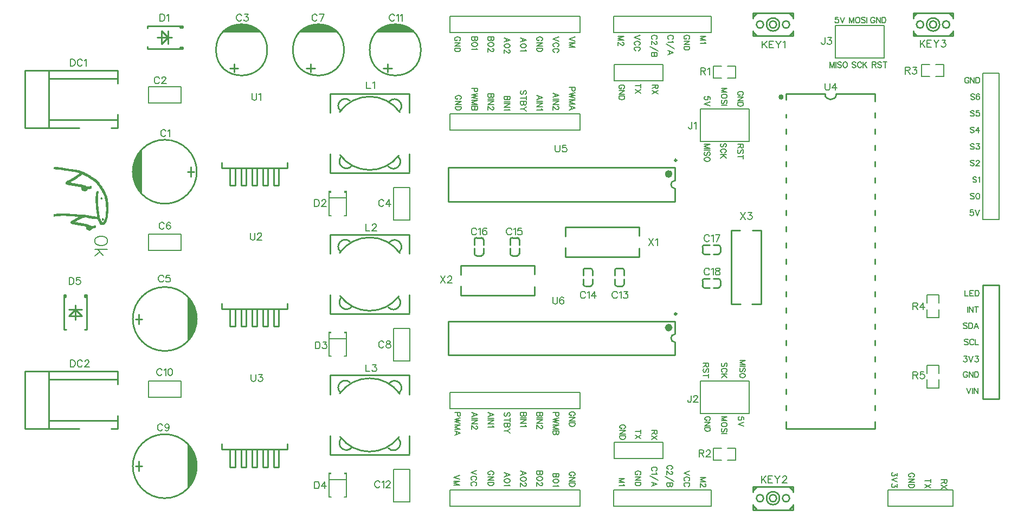
<source format=gto>
G04 Layer: TopSilkscreenLayer*
G04 EasyEDA v6.5.22, 2022-12-10 21:12:04*
G04 e12cfe8ce6ad4c4799b389a6830ee86a,10*
G04 Gerber Generator version 0.2*
G04 Scale: 100 percent, Rotated: No, Reflected: No *
G04 Dimensions in millimeters *
G04 leading zeros omitted , absolute positions ,4 integer and 5 decimal *
%FSLAX45Y45*%
%MOMM*%

%ADD10C,0.1524*%
%ADD11C,0.2032*%
%ADD12C,0.2540*%
%ADD13C,0.2030*%
%ADD14C,0.2007*%
%ADD15C,0.1520*%
%ADD16C,0.3000*%
%ADD17C,0.6000*%
%ADD18C,0.4000*%
%ADD19C,0.0106*%

%LPD*%
G36*
X69697Y5477408D02*
G01*
X68224Y5450433D01*
X68326Y5448147D01*
X68732Y5446115D01*
X69494Y5444337D01*
X70612Y5442762D01*
X72288Y5441340D01*
X74523Y5440121D01*
X77419Y5439054D01*
X85445Y5437174D01*
X97028Y5435549D01*
X133248Y5432298D01*
X170891Y5429199D01*
X195935Y5426202D01*
X218744Y5422747D01*
X239217Y5418734D01*
X250037Y5416905D01*
X258825Y5415788D01*
X269087Y5415483D01*
X275285Y5414924D01*
X282194Y5413959D01*
X303072Y5409996D01*
X330250Y5405475D01*
X360984Y5400852D01*
X400050Y5395722D01*
X413562Y5393182D01*
X428193Y5389778D01*
X442112Y5386019D01*
X453593Y5382361D01*
X457860Y5380685D01*
X460806Y5379262D01*
X462280Y5378043D01*
X461873Y5376722D01*
X459943Y5374233D01*
X452374Y5366715D01*
X441451Y5357063D01*
X428955Y5346801D01*
X416712Y5337556D01*
X406654Y5330799D01*
X395020Y5324297D01*
X367385Y5309565D01*
X289458Y5265064D01*
X280670Y5259832D01*
X267004Y5250942D01*
X261924Y5247182D01*
X257810Y5243728D01*
X254609Y5240477D01*
X252171Y5237378D01*
X250444Y5234330D01*
X249174Y5231231D01*
X248412Y5228031D01*
X247904Y5222900D01*
X248259Y5218074D01*
X249478Y5213654D01*
X251460Y5209794D01*
X254050Y5206542D01*
X257251Y5204053D01*
X260959Y5202478D01*
X269595Y5201412D01*
X277164Y5199938D01*
X310946Y5191506D01*
X324815Y5188254D01*
X338328Y5185359D01*
X351383Y5182870D01*
X363677Y5180888D01*
X381304Y5178501D01*
X387756Y5177231D01*
X393700Y5175808D01*
X401015Y5173522D01*
X409803Y5171643D01*
X422097Y5169662D01*
X436473Y5167680D01*
X465582Y5164226D01*
X473811Y5162905D01*
X480517Y5161483D01*
X485851Y5159806D01*
X490016Y5157724D01*
X493166Y5155234D01*
X495503Y5152186D01*
X497128Y5148478D01*
X498195Y5144008D01*
X498957Y5138674D01*
X500430Y5124450D01*
X501751Y5117795D01*
X503529Y5112258D01*
X505764Y5107838D01*
X508558Y5104434D01*
X511911Y5102047D01*
X515823Y5100624D01*
X523036Y5099659D01*
X526237Y5098491D01*
X529590Y5096814D01*
X536143Y5092801D01*
X540207Y5091531D01*
X544677Y5090922D01*
X549452Y5090972D01*
X554482Y5091582D01*
X559612Y5092750D01*
X564794Y5094427D01*
X569823Y5096560D01*
X574700Y5099050D01*
X579272Y5101894D01*
X583387Y5105044D01*
X587044Y5108397D01*
X590042Y5112004D01*
X592328Y5115712D01*
X593750Y5119522D01*
X594258Y5123434D01*
X595426Y5125720D01*
X599338Y5127193D01*
X606450Y5128006D01*
X630072Y5128564D01*
X638352Y5129936D01*
X644499Y5133035D01*
X650697Y5138521D01*
X654507Y5142992D01*
X657301Y5147614D01*
X659130Y5152288D01*
X660095Y5156962D01*
X660196Y5161483D01*
X659536Y5165801D01*
X658215Y5169763D01*
X656285Y5173319D01*
X653745Y5176367D01*
X650748Y5178806D01*
X647293Y5180533D01*
X643483Y5181447D01*
X639368Y5181498D01*
X635050Y5180482D01*
X630529Y5178450D01*
X622401Y5172557D01*
X618744Y5170474D01*
X614883Y5168950D01*
X610717Y5167985D01*
X606298Y5167579D01*
X601472Y5167731D01*
X596239Y5168493D01*
X590600Y5169763D01*
X584403Y5171643D01*
X577697Y5174081D01*
X570382Y5177129D01*
X553212Y5184902D01*
X544677Y5188305D01*
X537870Y5190591D01*
X530199Y5191912D01*
X525373Y5193131D01*
X519887Y5195011D01*
X510895Y5198618D01*
X500126Y5201666D01*
X485698Y5204866D01*
X469341Y5207914D01*
X388670Y5220258D01*
X361492Y5224932D01*
X351434Y5226964D01*
X343509Y5228945D01*
X337718Y5230876D01*
X335534Y5231790D01*
X333857Y5232755D01*
X332638Y5233771D01*
X331876Y5234736D01*
X331571Y5235803D01*
X331673Y5236819D01*
X332181Y5237937D01*
X334365Y5240324D01*
X338074Y5242915D01*
X343103Y5245811D01*
X379272Y5263896D01*
X391617Y5270601D01*
X401167Y5276291D01*
X404469Y5278526D01*
X414680Y5286705D01*
X423214Y5292902D01*
X462432Y5319725D01*
X476808Y5330139D01*
X488797Y5339283D01*
X497636Y5346598D01*
X500583Y5349341D01*
X502412Y5351373D01*
X505307Y5356250D01*
X511200Y5356961D01*
X519125Y5355031D01*
X527659Y5350560D01*
X532790Y5347360D01*
X537870Y5344718D01*
X542290Y5342940D01*
X548386Y5341772D01*
X551992Y5340400D01*
X555904Y5338368D01*
X563778Y5333034D01*
X569061Y5330088D01*
X574649Y5327396D01*
X583590Y5323890D01*
X592277Y5319826D01*
X602386Y5314289D01*
X613156Y5307838D01*
X623773Y5300878D01*
X633425Y5293918D01*
X642467Y5287010D01*
X648004Y5283301D01*
X653694Y5279948D01*
X663346Y5275122D01*
X672896Y5269738D01*
X682802Y5263337D01*
X692861Y5256022D01*
X702868Y5247995D01*
X712622Y5239359D01*
X722020Y5230368D01*
X730808Y5221071D01*
X738835Y5211775D01*
X745896Y5202478D01*
X756564Y5187188D01*
X777646Y5159349D01*
X784961Y5149138D01*
X791819Y5138724D01*
X797458Y5129377D01*
X803300Y5118404D01*
X807212Y5111953D01*
X810768Y5106822D01*
X815594Y5101590D01*
X817270Y5098897D01*
X818438Y5096052D01*
X819505Y5090210D01*
X821385Y5085791D01*
X824179Y5080812D01*
X831240Y5070195D01*
X834847Y5063744D01*
X838047Y5057190D01*
X842416Y5045811D01*
X845108Y5040020D01*
X848055Y5034686D01*
X853440Y5026406D01*
X855522Y5021681D01*
X856945Y5016855D01*
X857910Y5007610D01*
X859129Y5001666D01*
X861009Y4995265D01*
X864514Y4986020D01*
X866902Y4978704D01*
X869137Y4970119D01*
X871219Y4960416D01*
X873099Y4949748D01*
X874776Y4938166D01*
X877671Y4912715D01*
X879805Y4884928D01*
X880922Y4863134D01*
X881735Y4833366D01*
X881887Y4818481D01*
X881684Y4796332D01*
X880770Y4767884D01*
X880059Y4754372D01*
X879094Y4741418D01*
X877925Y4729175D01*
X876553Y4717745D01*
X875030Y4707229D01*
X873252Y4697780D01*
X871270Y4689398D01*
X869086Y4682286D01*
X865022Y4671923D01*
X859485Y4655616D01*
X855675Y4642662D01*
X853287Y4637024D01*
X850544Y4631791D01*
X847394Y4626965D01*
X844042Y4622698D01*
X840486Y4618939D01*
X836879Y4615789D01*
X833272Y4613300D01*
X829818Y4611522D01*
X826465Y4610506D01*
X823417Y4610303D01*
X820724Y4610963D01*
X818489Y4612487D01*
X816813Y4615027D01*
X815695Y4618634D01*
X815340Y4623257D01*
X814933Y4625898D01*
X813816Y4628692D01*
X812139Y4631334D01*
X807872Y4636008D01*
X805535Y4639767D01*
X803402Y4644186D01*
X799795Y4654600D01*
X793546Y4670806D01*
X788263Y4683404D01*
X785114Y4692904D01*
X782574Y4702911D01*
X780948Y4712055D01*
X779678Y4729683D01*
X776986Y4752340D01*
X767638Y4814925D01*
X766419Y4824933D01*
X764286Y4849164D01*
X762558Y4877663D01*
X761238Y4908905D01*
X760171Y4949139D01*
X759866Y4980330D01*
X760069Y5008829D01*
X760831Y5032959D01*
X761390Y5042865D01*
X762101Y5051094D01*
X762965Y5057394D01*
X763981Y5061610D01*
X765860Y5067909D01*
X766978Y5073802D01*
X767334Y5079238D01*
X766978Y5084165D01*
X766013Y5088534D01*
X764489Y5092293D01*
X762457Y5095392D01*
X760018Y5097830D01*
X757123Y5099507D01*
X753973Y5100421D01*
X750519Y5100472D01*
X746861Y5099710D01*
X743102Y5097932D01*
X739241Y5095240D01*
X735380Y5091531D01*
X731520Y5086705D01*
X729589Y5083251D01*
X727811Y5078628D01*
X726236Y5072837D01*
X724814Y5065979D01*
X722477Y5049266D01*
X720801Y5029098D01*
X719785Y5005832D01*
X719429Y4980127D01*
X719734Y4952441D01*
X720648Y4923231D01*
X722223Y4893106D01*
X724408Y4862525D01*
X728014Y4824425D01*
X730656Y4802073D01*
X737412Y4754778D01*
X739597Y4737455D01*
X741121Y4723231D01*
X741629Y4713986D01*
X741629Y4699203D01*
X696925Y4701540D01*
X683056Y4702810D01*
X671931Y4704384D01*
X667867Y4705197D01*
X664972Y4706061D01*
X660755Y4708347D01*
X656386Y4709566D01*
X650900Y4710430D01*
X638048Y4711141D01*
X630275Y4712258D01*
X622503Y4713884D01*
X610057Y4717592D01*
X600608Y4719828D01*
X588314Y4721961D01*
X572770Y4724095D01*
X553415Y4726228D01*
X529793Y4728514D01*
X467614Y4733442D01*
X382219Y4739284D01*
X351434Y4741570D01*
X290017Y4747056D01*
X265023Y4748276D01*
X237642Y4748885D01*
X202082Y4748834D01*
X174091Y4748174D01*
X147777Y4746955D01*
X124460Y4745329D01*
X105308Y4743196D01*
X97739Y4741976D01*
X91643Y4740605D01*
X67970Y4734407D01*
X67970Y4697933D01*
X99212Y4703267D01*
X108458Y4704486D01*
X130606Y4706569D01*
X156565Y4708194D01*
X184861Y4709261D01*
X221284Y4709871D01*
X249580Y4709668D01*
X275590Y4708855D01*
X287223Y4708194D01*
X308000Y4706467D01*
X332232Y4704740D01*
X365404Y4702810D01*
X425399Y4700371D01*
X440029Y4699508D01*
X448513Y4698695D01*
X449935Y4698339D01*
X449427Y4694682D01*
X444703Y4689398D01*
X437743Y4684268D01*
X430580Y4681067D01*
X426618Y4679746D01*
X422452Y4677765D01*
X418439Y4675378D01*
X413308Y4671364D01*
X406501Y4666894D01*
X396697Y4661103D01*
X385114Y4654702D01*
X368960Y4646218D01*
X353060Y4637328D01*
X346964Y4633569D01*
X341985Y4630064D01*
X338074Y4626813D01*
X335026Y4623663D01*
X332740Y4620463D01*
X331165Y4617212D01*
X330200Y4613808D01*
X329692Y4610049D01*
X329539Y4605934D01*
X329692Y4600041D01*
X330250Y4595317D01*
X331419Y4591608D01*
X333248Y4588865D01*
X335940Y4586833D01*
X339598Y4585462D01*
X344373Y4584547D01*
X356565Y4583125D01*
X362915Y4581906D01*
X368706Y4580331D01*
X375869Y4577638D01*
X385318Y4575251D01*
X399084Y4572558D01*
X415442Y4569866D01*
X432714Y4567428D01*
X448818Y4564888D01*
X462076Y4562551D01*
X470966Y4560620D01*
X475335Y4559198D01*
X482854Y4557522D01*
X493776Y4555642D01*
X506730Y4553712D01*
X526745Y4551222D01*
X546811Y4548327D01*
X554177Y4546803D01*
X560019Y4545177D01*
X564489Y4543298D01*
X567842Y4541012D01*
X570280Y4538268D01*
X571957Y4534916D01*
X573074Y4530852D01*
X573887Y4526026D01*
X575564Y4512157D01*
X576783Y4505502D01*
X578307Y4500168D01*
X580136Y4496054D01*
X582422Y4493107D01*
X585216Y4491126D01*
X588568Y4490008D01*
X595934Y4489246D01*
X599389Y4488129D01*
X602488Y4486452D01*
X607517Y4482033D01*
X610920Y4480458D01*
X614883Y4479594D01*
X619302Y4479442D01*
X624078Y4479848D01*
X629107Y4480864D01*
X634187Y4482439D01*
X639267Y4484420D01*
X644144Y4486859D01*
X648817Y4489602D01*
X653084Y4492650D01*
X656844Y4496003D01*
X659993Y4499508D01*
X662381Y4503166D01*
X663905Y4506925D01*
X664464Y4510735D01*
X666038Y4512106D01*
X670407Y4513224D01*
X676859Y4513935D01*
X691235Y4514494D01*
X697280Y4515205D01*
X702868Y4516374D01*
X707948Y4517948D01*
X712520Y4519930D01*
X716584Y4522266D01*
X720039Y4524959D01*
X722934Y4527905D01*
X725220Y4531156D01*
X726897Y4534662D01*
X727913Y4538370D01*
X728218Y4542231D01*
X727811Y4546295D01*
X726694Y4550460D01*
X724814Y4554728D01*
X722172Y4559046D01*
X716635Y4564583D01*
X710438Y4566513D01*
X703427Y4564786D01*
X692759Y4557522D01*
X689000Y4555998D01*
X684479Y4554829D01*
X679450Y4554067D01*
X674065Y4553712D01*
X668375Y4553762D01*
X662635Y4554169D01*
X656894Y4554931D01*
X651357Y4556099D01*
X646226Y4557623D01*
X641553Y4559452D01*
X632663Y4564176D01*
X625348Y4567072D01*
X616610Y4569968D01*
X598627Y4574946D01*
X590905Y4577384D01*
X585012Y4579518D01*
X578510Y4582515D01*
X572109Y4584242D01*
X563575Y4586020D01*
X469696Y4601362D01*
X418896Y4608982D01*
X411937Y4610455D01*
X407060Y4611827D01*
X404164Y4613300D01*
X403047Y4614824D01*
X403555Y4616551D01*
X405485Y4618482D01*
X411124Y4622342D01*
X420573Y4628134D01*
X445770Y4642612D01*
X470916Y4656226D01*
X480263Y4660900D01*
X485749Y4663287D01*
X489661Y4664659D01*
X494030Y4666488D01*
X498297Y4668570D01*
X506272Y4673092D01*
X511149Y4675327D01*
X516534Y4677359D01*
X522325Y4679188D01*
X528421Y4680762D01*
X541375Y4683201D01*
X554736Y4684623D01*
X567944Y4684979D01*
X574344Y4684725D01*
X580440Y4684166D01*
X586232Y4683353D01*
X591566Y4682185D01*
X609142Y4676902D01*
X618896Y4674463D01*
X629615Y4672177D01*
X640994Y4670094D01*
X653034Y4668164D01*
X678180Y4665014D01*
X690981Y4663846D01*
X723087Y4661865D01*
X733755Y4660798D01*
X742289Y4659376D01*
X748842Y4657547D01*
X753618Y4655159D01*
X756869Y4652213D01*
X758647Y4648657D01*
X759256Y4644390D01*
X760069Y4640580D01*
X762355Y4634382D01*
X765708Y4626610D01*
X773836Y4609896D01*
X779424Y4597450D01*
X780237Y4594758D01*
X780745Y4590948D01*
X782218Y4587290D01*
X784555Y4583836D01*
X787704Y4580585D01*
X791464Y4577638D01*
X795832Y4574997D01*
X800658Y4572660D01*
X805891Y4570679D01*
X811377Y4569104D01*
X817067Y4567986D01*
X822858Y4567275D01*
X828649Y4567123D01*
X834288Y4567428D01*
X839774Y4568342D01*
X844956Y4569815D01*
X849731Y4571898D01*
X854913Y4575149D01*
X859993Y4579416D01*
X864971Y4584547D01*
X869746Y4590592D01*
X874420Y4597400D01*
X878890Y4605070D01*
X883158Y4613452D01*
X887323Y4622546D01*
X891235Y4632299D01*
X894994Y4642713D01*
X898550Y4653737D01*
X901852Y4665268D01*
X904951Y4677308D01*
X907846Y4689805D01*
X910488Y4702759D01*
X912926Y4716119D01*
X915111Y4729784D01*
X918667Y4758029D01*
X920038Y4772558D01*
X921105Y4787239D01*
X921918Y4802073D01*
X922426Y4817008D01*
X922629Y4831994D01*
X922528Y4847031D01*
X922121Y4862068D01*
X921359Y4877054D01*
X920292Y4891938D01*
X918006Y4913985D01*
X914908Y4935931D01*
X911250Y4958384D01*
X907643Y4977638D01*
X903020Y4997196D01*
X891997Y5037023D01*
X889762Y5043525D01*
X886968Y5049520D01*
X884021Y5054396D01*
X878789Y5059781D01*
X876808Y5062931D01*
X875487Y5066334D01*
X874420Y5073497D01*
X872896Y5078222D01*
X870661Y5083200D01*
X861568Y5098694D01*
X849579Y5120995D01*
X839368Y5140502D01*
X834542Y5148935D01*
X829259Y5157470D01*
X823214Y5166664D01*
X816051Y5176977D01*
X786841Y5216906D01*
X783386Y5222138D01*
X781100Y5226253D01*
X780237Y5228640D01*
X778865Y5231231D01*
X775055Y5236006D01*
X769416Y5242255D01*
X732434Y5279694D01*
X726541Y5285079D01*
X720242Y5289550D01*
X713943Y5292902D01*
X708202Y5294731D01*
X703173Y5295950D01*
X698449Y5297576D01*
X694436Y5299456D01*
X691743Y5301335D01*
X688543Y5303977D01*
X676351Y5312664D01*
X661670Y5322417D01*
X655828Y5326786D01*
X651865Y5330190D01*
X650443Y5332171D01*
X649732Y5333593D01*
X647903Y5335422D01*
X645160Y5337505D01*
X641807Y5339486D01*
X620369Y5351018D01*
X605891Y5359247D01*
X597255Y5364784D01*
X594868Y5366715D01*
X592328Y5369763D01*
X590956Y5371033D01*
X589534Y5371998D01*
X588264Y5372404D01*
X580491Y5373928D01*
X571246Y5376773D01*
X561898Y5380482D01*
X545541Y5388813D01*
X527761Y5396738D01*
X504240Y5406390D01*
X476910Y5416956D01*
X467207Y5420512D01*
X460501Y5422442D01*
X441350Y5426862D01*
X416661Y5431790D01*
X388670Y5436717D01*
X359765Y5441238D01*
X332232Y5444947D01*
X269544Y5452313D01*
X238658Y5456783D01*
X183235Y5465775D01*
X155498Y5469839D01*
X130657Y5472988D01*
X108966Y5475173D01*
X90779Y5476443D01*
G37*
G36*
X815390Y5001615D02*
G01*
X808634Y5001564D01*
X802436Y4999228D01*
X798271Y4994046D01*
X795832Y4986274D01*
X795578Y4978196D01*
X797814Y4972100D01*
X801370Y4968849D01*
X805230Y4967020D01*
X809244Y4966462D01*
X813257Y4967071D01*
X817118Y4968646D01*
X820674Y4971084D01*
X823671Y4974285D01*
X826058Y4977993D01*
X827582Y4982159D01*
X828141Y4986629D01*
X827532Y4991201D01*
X825601Y4995824D01*
X821436Y4999634D01*
G37*
G36*
X829259Y4677460D02*
G01*
X826058Y4676648D01*
X823061Y4674616D01*
X820318Y4671314D01*
X817727Y4666691D01*
X815441Y4661052D01*
X814273Y4655921D01*
X814171Y4651451D01*
X815086Y4647692D01*
X817067Y4644644D01*
X820064Y4642408D01*
X824026Y4641037D01*
X828954Y4640529D01*
X835152Y4641189D01*
X840333Y4643069D01*
X844448Y4645914D01*
X847293Y4649571D01*
X848868Y4653788D01*
X848918Y4658410D01*
X847445Y4663186D01*
X844296Y4667910D01*
X840130Y4672228D01*
X836269Y4675225D01*
X832662Y4676952D01*
G37*
D10*
X13240156Y695172D02*
G01*
X13240156Y650214D01*
X13207390Y674598D01*
X13207390Y662406D01*
X13203326Y654278D01*
X13199008Y650214D01*
X13186816Y646150D01*
X13178688Y646150D01*
X13166496Y650214D01*
X13158114Y658342D01*
X13154050Y670534D01*
X13154050Y682726D01*
X13158114Y695172D01*
X13162432Y699236D01*
X13170560Y703300D01*
X13240156Y618972D02*
G01*
X13154050Y586206D01*
X13240156Y553694D02*
G01*
X13154050Y586206D01*
X13240156Y518388D02*
G01*
X13240156Y473430D01*
X13207390Y497814D01*
X13207390Y485622D01*
X13203326Y477494D01*
X13199008Y473430D01*
X13186816Y469366D01*
X13178688Y469366D01*
X13166496Y473430D01*
X13158114Y481558D01*
X13154050Y493750D01*
X13154050Y506196D01*
X13158114Y518388D01*
X13162432Y522452D01*
X13170560Y526516D01*
X13486282Y629132D02*
G01*
X13494410Y633450D01*
X13502538Y641578D01*
X13506856Y649706D01*
X13506856Y665962D01*
X13502538Y674344D01*
X13494410Y682472D01*
X13486282Y686536D01*
X13474090Y690600D01*
X13453516Y690600D01*
X13441324Y686536D01*
X13433196Y682472D01*
X13424814Y674344D01*
X13420750Y665962D01*
X13420750Y649706D01*
X13424814Y641578D01*
X13433196Y633450D01*
X13441324Y629132D01*
X13453516Y629132D01*
X13453516Y649706D02*
G01*
X13453516Y629132D01*
X13506856Y602208D02*
G01*
X13420750Y602208D01*
X13506856Y602208D02*
G01*
X13420750Y545058D01*
X13506856Y545058D02*
G01*
X13420750Y545058D01*
X13506856Y517880D02*
G01*
X13420750Y517880D01*
X13506856Y517880D02*
G01*
X13506856Y489432D01*
X13502538Y476986D01*
X13494410Y468858D01*
X13486282Y464794D01*
X13474090Y460730D01*
X13453516Y460730D01*
X13441324Y464794D01*
X13433196Y468858D01*
X13424814Y476986D01*
X13420750Y489432D01*
X13420750Y517880D01*
X13760856Y572998D02*
G01*
X13674750Y572998D01*
X13760856Y601700D02*
G01*
X13760856Y544550D01*
X13760856Y517372D02*
G01*
X13674750Y460222D01*
X13760856Y460222D02*
G01*
X13674750Y517372D01*
X14014856Y589000D02*
G01*
X13928750Y589000D01*
X14014856Y589000D02*
G01*
X14014856Y552170D01*
X14010538Y539978D01*
X14006474Y535914D01*
X13998346Y531850D01*
X13990218Y531850D01*
X13982090Y535914D01*
X13978026Y539978D01*
X13973708Y552170D01*
X13973708Y589000D01*
X13973708Y560298D02*
G01*
X13928750Y531850D01*
X14014856Y504672D02*
G01*
X13928750Y447522D01*
X14014856Y447522D02*
G01*
X13928750Y504672D01*
X14300200Y3545331D02*
G01*
X14300200Y3459226D01*
X14300200Y3459226D02*
G01*
X14349222Y3459226D01*
X14376400Y3545331D02*
G01*
X14376400Y3459226D01*
X14376400Y3545331D02*
G01*
X14429486Y3545331D01*
X14376400Y3504184D02*
G01*
X14408911Y3504184D01*
X14376400Y3459226D02*
G01*
X14429486Y3459226D01*
X14456409Y3545331D02*
G01*
X14456409Y3459226D01*
X14456409Y3545331D02*
G01*
X14485111Y3545331D01*
X14497304Y3541013D01*
X14505686Y3532886D01*
X14509750Y3524757D01*
X14513813Y3512565D01*
X14513813Y3491992D01*
X14509750Y3479800D01*
X14505686Y3471671D01*
X14497304Y3463289D01*
X14485111Y3459226D01*
X14456409Y3459226D01*
X14338300Y3291331D02*
G01*
X14338300Y3205226D01*
X14365224Y3291331D02*
G01*
X14365224Y3205226D01*
X14365224Y3291331D02*
G01*
X14422627Y3205226D01*
X14422627Y3291331D02*
G01*
X14422627Y3205226D01*
X14478254Y3291331D02*
G01*
X14478254Y3205226D01*
X14449552Y3291331D02*
G01*
X14506956Y3291331D01*
X14331950Y3024886D02*
G01*
X14323822Y3033013D01*
X14311629Y3037331D01*
X14295374Y3037331D01*
X14282927Y3033013D01*
X14274800Y3024886D01*
X14274800Y3016757D01*
X14278863Y3008629D01*
X14282927Y3004565D01*
X14291056Y3000502D01*
X14315693Y2992120D01*
X14323822Y2988055D01*
X14327886Y2983992D01*
X14331950Y2975863D01*
X14331950Y2963671D01*
X14323822Y2955289D01*
X14311629Y2951226D01*
X14295374Y2951226D01*
X14282927Y2955289D01*
X14274800Y2963671D01*
X14359127Y3037331D02*
G01*
X14359127Y2951226D01*
X14359127Y3037331D02*
G01*
X14387829Y3037331D01*
X14400022Y3033013D01*
X14408150Y3024886D01*
X14412213Y3016757D01*
X14416277Y3004565D01*
X14416277Y2983992D01*
X14412213Y2971800D01*
X14408150Y2963671D01*
X14400022Y2955289D01*
X14387829Y2951226D01*
X14359127Y2951226D01*
X14475968Y3037331D02*
G01*
X14443456Y2951226D01*
X14475968Y3037331D02*
G01*
X14508734Y2951226D01*
X14455647Y2979928D02*
G01*
X14496541Y2979928D01*
X14344650Y2770886D02*
G01*
X14336522Y2779013D01*
X14324329Y2783331D01*
X14308074Y2783331D01*
X14295627Y2779013D01*
X14287500Y2770886D01*
X14287500Y2762757D01*
X14291563Y2754629D01*
X14295627Y2750565D01*
X14303756Y2746502D01*
X14328393Y2738120D01*
X14336522Y2734055D01*
X14340586Y2729992D01*
X14344650Y2721863D01*
X14344650Y2709671D01*
X14336522Y2701289D01*
X14324329Y2697226D01*
X14308074Y2697226D01*
X14295627Y2701289D01*
X14287500Y2709671D01*
X14433041Y2762757D02*
G01*
X14428977Y2770886D01*
X14420850Y2779013D01*
X14412722Y2783331D01*
X14396211Y2783331D01*
X14388084Y2779013D01*
X14379956Y2770886D01*
X14375891Y2762757D01*
X14371827Y2750565D01*
X14371827Y2729992D01*
X14375891Y2717800D01*
X14379956Y2709671D01*
X14388084Y2701289D01*
X14396211Y2697226D01*
X14412722Y2697226D01*
X14420850Y2701289D01*
X14428977Y2709671D01*
X14433041Y2717800D01*
X14460220Y2783331D02*
G01*
X14460220Y2697226D01*
X14460220Y2697226D02*
G01*
X14509241Y2697226D01*
X14282927Y2516631D02*
G01*
X14327886Y2516631D01*
X14303502Y2483865D01*
X14315693Y2483865D01*
X14323822Y2479802D01*
X14327886Y2475484D01*
X14331950Y2463292D01*
X14331950Y2455163D01*
X14327886Y2442971D01*
X14319758Y2434589D01*
X14307566Y2430526D01*
X14295374Y2430526D01*
X14282927Y2434589D01*
X14278863Y2438907D01*
X14274800Y2447036D01*
X14359127Y2516631D02*
G01*
X14391893Y2430526D01*
X14424406Y2516631D02*
G01*
X14391893Y2430526D01*
X14459711Y2516631D02*
G01*
X14504670Y2516631D01*
X14480286Y2483865D01*
X14492477Y2483865D01*
X14500606Y2479802D01*
X14504670Y2475484D01*
X14508734Y2463292D01*
X14508734Y2455163D01*
X14504670Y2442971D01*
X14496541Y2434589D01*
X14484350Y2430526D01*
X14471904Y2430526D01*
X14459711Y2434589D01*
X14455647Y2438907D01*
X14451584Y2447036D01*
X14336268Y2254757D02*
G01*
X14331950Y2262886D01*
X14323822Y2271013D01*
X14315693Y2275331D01*
X14299438Y2275331D01*
X14291056Y2271013D01*
X14282927Y2262886D01*
X14278863Y2254757D01*
X14274800Y2242565D01*
X14274800Y2221992D01*
X14278863Y2209800D01*
X14282927Y2201671D01*
X14291056Y2193289D01*
X14299438Y2189226D01*
X14315693Y2189226D01*
X14323822Y2193289D01*
X14331950Y2201671D01*
X14336268Y2209800D01*
X14336268Y2221992D01*
X14315693Y2221992D02*
G01*
X14336268Y2221992D01*
X14363191Y2275331D02*
G01*
X14363191Y2189226D01*
X14363191Y2275331D02*
G01*
X14420341Y2189226D01*
X14420341Y2275331D02*
G01*
X14420341Y2189226D01*
X14447520Y2275331D02*
G01*
X14447520Y2189226D01*
X14447520Y2275331D02*
G01*
X14475968Y2275331D01*
X14488413Y2271013D01*
X14496541Y2262886D01*
X14500606Y2254757D01*
X14504670Y2242565D01*
X14504670Y2221992D01*
X14500606Y2209800D01*
X14496541Y2201671D01*
X14488413Y2193289D01*
X14475968Y2189226D01*
X14447520Y2189226D01*
X14325600Y2021331D02*
G01*
X14358366Y1935226D01*
X14391131Y2021331D02*
G01*
X14358366Y1935226D01*
X14418056Y2021331D02*
G01*
X14418056Y1935226D01*
X14444979Y2021331D02*
G01*
X14444979Y1935226D01*
X14444979Y2021331D02*
G01*
X14502384Y1935226D01*
X14502384Y2021331D02*
G01*
X14502384Y1935226D01*
X14441685Y6342761D02*
G01*
X14433557Y6350888D01*
X14421365Y6355206D01*
X14405109Y6355206D01*
X14392663Y6350888D01*
X14384535Y6342761D01*
X14384535Y6334632D01*
X14388599Y6326504D01*
X14392663Y6322440D01*
X14400791Y6318377D01*
X14425429Y6309995D01*
X14433557Y6305930D01*
X14437621Y6301867D01*
X14441685Y6293738D01*
X14441685Y6281546D01*
X14433557Y6273164D01*
X14421365Y6269101D01*
X14405109Y6269101D01*
X14392663Y6273164D01*
X14384535Y6281546D01*
X14517885Y6355206D02*
G01*
X14476991Y6355206D01*
X14472927Y6318377D01*
X14476991Y6322440D01*
X14489183Y6326504D01*
X14501629Y6326504D01*
X14513821Y6322440D01*
X14521949Y6314059D01*
X14526013Y6301867D01*
X14526013Y6293738D01*
X14521949Y6281546D01*
X14513821Y6273164D01*
X14501629Y6269101D01*
X14489183Y6269101D01*
X14476991Y6273164D01*
X14472927Y6277482D01*
X14468863Y6285611D01*
X14437619Y6083998D02*
G01*
X14429491Y6092126D01*
X14417299Y6096444D01*
X14401043Y6096444D01*
X14388597Y6092126D01*
X14380469Y6083998D01*
X14380469Y6075870D01*
X14384533Y6067742D01*
X14388597Y6063678D01*
X14396725Y6059614D01*
X14421363Y6051232D01*
X14429491Y6047168D01*
X14433555Y6043104D01*
X14437619Y6034976D01*
X14437619Y6022784D01*
X14429491Y6014402D01*
X14417299Y6010338D01*
X14401043Y6010338D01*
X14388597Y6014402D01*
X14380469Y6022784D01*
X14505691Y6096444D02*
G01*
X14464797Y6039040D01*
X14526011Y6039040D01*
X14505691Y6096444D02*
G01*
X14505691Y6010338D01*
X14441685Y5825236D02*
G01*
X14433557Y5833363D01*
X14421365Y5837681D01*
X14405109Y5837681D01*
X14392663Y5833363D01*
X14384535Y5825236D01*
X14384535Y5817107D01*
X14388599Y5808979D01*
X14392663Y5804915D01*
X14400791Y5800852D01*
X14425429Y5792470D01*
X14433557Y5788405D01*
X14437621Y5784342D01*
X14441685Y5776213D01*
X14441685Y5764021D01*
X14433557Y5755639D01*
X14421365Y5751576D01*
X14405109Y5751576D01*
X14392663Y5755639D01*
X14384535Y5764021D01*
X14476991Y5837681D02*
G01*
X14521949Y5837681D01*
X14497565Y5804915D01*
X14509757Y5804915D01*
X14517885Y5800852D01*
X14521949Y5796534D01*
X14526013Y5784342D01*
X14526013Y5776213D01*
X14521949Y5764021D01*
X14513821Y5755639D01*
X14501629Y5751576D01*
X14489183Y5751576D01*
X14476991Y5755639D01*
X14472927Y5759957D01*
X14468863Y5768086D01*
X14441685Y5566473D02*
G01*
X14433557Y5574601D01*
X14421365Y5578919D01*
X14405109Y5578919D01*
X14392663Y5574601D01*
X14384535Y5566473D01*
X14384535Y5558345D01*
X14388599Y5550217D01*
X14392663Y5546153D01*
X14400791Y5542089D01*
X14425429Y5533707D01*
X14433557Y5529643D01*
X14437621Y5525579D01*
X14441685Y5517451D01*
X14441685Y5505259D01*
X14433557Y5496877D01*
X14421365Y5492813D01*
X14405109Y5492813D01*
X14392663Y5496877D01*
X14384535Y5505259D01*
X14472927Y5558345D02*
G01*
X14472927Y5562409D01*
X14476991Y5570537D01*
X14481055Y5574601D01*
X14489183Y5578919D01*
X14505693Y5578919D01*
X14513821Y5574601D01*
X14517885Y5570537D01*
X14521949Y5562409D01*
X14521949Y5554281D01*
X14517885Y5546153D01*
X14509757Y5533707D01*
X14468863Y5492813D01*
X14526013Y5492813D01*
X14478508Y5307711D02*
G01*
X14470379Y5315838D01*
X14458188Y5320156D01*
X14441931Y5320156D01*
X14429486Y5315838D01*
X14421358Y5307711D01*
X14421358Y5299582D01*
X14425422Y5291454D01*
X14429486Y5287390D01*
X14437613Y5283327D01*
X14462252Y5274945D01*
X14470379Y5270880D01*
X14474443Y5266817D01*
X14478508Y5258688D01*
X14478508Y5246496D01*
X14470379Y5238114D01*
X14458188Y5234051D01*
X14441931Y5234051D01*
X14429486Y5238114D01*
X14421358Y5246496D01*
X14505686Y5303646D02*
G01*
X14513813Y5307711D01*
X14526006Y5320156D01*
X14526006Y5234051D01*
X14441685Y5048948D02*
G01*
X14433557Y5057076D01*
X14421365Y5061394D01*
X14405109Y5061394D01*
X14392663Y5057076D01*
X14384535Y5048948D01*
X14384535Y5040820D01*
X14388599Y5032692D01*
X14392663Y5028628D01*
X14400791Y5024564D01*
X14425429Y5016182D01*
X14433557Y5012118D01*
X14437621Y5008054D01*
X14441685Y4999926D01*
X14441685Y4987734D01*
X14433557Y4979352D01*
X14421365Y4975288D01*
X14405109Y4975288D01*
X14392663Y4979352D01*
X14384535Y4987734D01*
X14493247Y5061394D02*
G01*
X14481055Y5057076D01*
X14472927Y5044884D01*
X14468863Y5024564D01*
X14468863Y5012118D01*
X14472927Y4991798D01*
X14481055Y4979352D01*
X14493247Y4975288D01*
X14501629Y4975288D01*
X14513821Y4979352D01*
X14521949Y4991798D01*
X14526013Y5012118D01*
X14526013Y5024564D01*
X14521949Y5044884D01*
X14513821Y5057076D01*
X14501629Y5061394D01*
X14493247Y5061394D01*
X14425422Y4802631D02*
G01*
X14384527Y4802631D01*
X14380463Y4765802D01*
X14384527Y4769865D01*
X14396974Y4773929D01*
X14409166Y4773929D01*
X14421358Y4769865D01*
X14429486Y4761484D01*
X14433550Y4749292D01*
X14433550Y4741163D01*
X14429486Y4728971D01*
X14421358Y4720589D01*
X14409166Y4716526D01*
X14396974Y4716526D01*
X14384527Y4720589D01*
X14380463Y4724907D01*
X14376400Y4733036D01*
X14460727Y4802631D02*
G01*
X14493493Y4716526D01*
X14526006Y4802631D02*
G01*
X14493493Y4716526D01*
X14445741Y6601523D02*
G01*
X14437613Y6609651D01*
X14425422Y6613969D01*
X14409166Y6613969D01*
X14396720Y6609651D01*
X14388591Y6601523D01*
X14388591Y6593395D01*
X14392656Y6585267D01*
X14396720Y6581203D01*
X14404847Y6577139D01*
X14429486Y6568757D01*
X14437613Y6564693D01*
X14441677Y6560629D01*
X14445741Y6552501D01*
X14445741Y6540309D01*
X14437613Y6531927D01*
X14425422Y6527863D01*
X14409166Y6527863D01*
X14396720Y6531927D01*
X14388591Y6540309D01*
X14521941Y6601523D02*
G01*
X14517877Y6609651D01*
X14505686Y6613969D01*
X14497304Y6613969D01*
X14485111Y6609651D01*
X14476984Y6597459D01*
X14472920Y6577139D01*
X14472920Y6556565D01*
X14476984Y6540309D01*
X14485111Y6531927D01*
X14497304Y6527863D01*
X14501622Y6527863D01*
X14513813Y6531927D01*
X14521941Y6540309D01*
X14526006Y6552501D01*
X14526006Y6556565D01*
X14521941Y6568757D01*
X14513813Y6577139D01*
X14501622Y6581203D01*
X14497304Y6581203D01*
X14485111Y6577139D01*
X14476984Y6568757D01*
X14472920Y6556565D01*
X14357611Y6852158D02*
G01*
X14353293Y6860286D01*
X14345165Y6868413D01*
X14337037Y6872731D01*
X14320781Y6872731D01*
X14312399Y6868413D01*
X14304271Y6860286D01*
X14300207Y6852158D01*
X14296143Y6839965D01*
X14296143Y6819392D01*
X14300207Y6807200D01*
X14304271Y6799071D01*
X14312399Y6790689D01*
X14320781Y6786626D01*
X14337037Y6786626D01*
X14345165Y6790689D01*
X14353293Y6799071D01*
X14357611Y6807200D01*
X14357611Y6819392D01*
X14337037Y6819392D02*
G01*
X14357611Y6819392D01*
X14384535Y6872731D02*
G01*
X14384535Y6786626D01*
X14384535Y6872731D02*
G01*
X14441685Y6786626D01*
X14441685Y6872731D02*
G01*
X14441685Y6786626D01*
X14468863Y6872731D02*
G01*
X14468863Y6786626D01*
X14468863Y6872731D02*
G01*
X14497311Y6872731D01*
X14509757Y6868413D01*
X14517885Y6860286D01*
X14521949Y6852158D01*
X14526013Y6839965D01*
X14526013Y6819392D01*
X14521949Y6807200D01*
X14517885Y6799071D01*
X14509757Y6790689D01*
X14497311Y6786626D01*
X14468863Y6786626D01*
X6415531Y1638300D02*
G01*
X6329425Y1638300D01*
X6415531Y1638300D02*
G01*
X6415531Y1601470D01*
X6411213Y1589278D01*
X6407150Y1585213D01*
X6399022Y1581150D01*
X6386829Y1581150D01*
X6378702Y1585213D01*
X6374384Y1589278D01*
X6370320Y1601470D01*
X6370320Y1638300D01*
X6415531Y1553971D02*
G01*
X6329425Y1533652D01*
X6415531Y1513078D02*
G01*
X6329425Y1533652D01*
X6415531Y1513078D02*
G01*
X6329425Y1492757D01*
X6415531Y1472184D02*
G01*
X6329425Y1492757D01*
X6415531Y1445260D02*
G01*
X6329425Y1445260D01*
X6415531Y1445260D02*
G01*
X6329425Y1412494D01*
X6415531Y1379728D02*
G01*
X6329425Y1412494D01*
X6415531Y1379728D02*
G01*
X6329425Y1379728D01*
X6415531Y1320037D02*
G01*
X6329425Y1352804D01*
X6415531Y1320037D02*
G01*
X6329425Y1287271D01*
X6358127Y1340357D02*
G01*
X6358127Y1299463D01*
X6682231Y1605534D02*
G01*
X6596125Y1638300D01*
X6682231Y1605534D02*
G01*
X6596125Y1572768D01*
X6624827Y1626107D02*
G01*
X6624827Y1585213D01*
X6682231Y1545844D02*
G01*
X6596125Y1545844D01*
X6682231Y1518920D02*
G01*
X6596125Y1518920D01*
X6682231Y1518920D02*
G01*
X6596125Y1461515D01*
X6682231Y1461515D02*
G01*
X6596125Y1461515D01*
X6661658Y1430528D02*
G01*
X6665722Y1430528D01*
X6673850Y1426463D01*
X6677913Y1422400D01*
X6682231Y1414018D01*
X6682231Y1397762D01*
X6677913Y1389634D01*
X6673850Y1385570D01*
X6665722Y1381505D01*
X6657593Y1381505D01*
X6649465Y1385570D01*
X6637020Y1393697D01*
X6596125Y1434592D01*
X6596125Y1377187D01*
X6936231Y1605534D02*
G01*
X6850125Y1638300D01*
X6936231Y1605534D02*
G01*
X6850125Y1572768D01*
X6878827Y1626107D02*
G01*
X6878827Y1585213D01*
X6936231Y1545844D02*
G01*
X6850125Y1545844D01*
X6936231Y1518920D02*
G01*
X6850125Y1518920D01*
X6936231Y1518920D02*
G01*
X6850125Y1461515D01*
X6936231Y1461515D02*
G01*
X6850125Y1461515D01*
X6919722Y1434592D02*
G01*
X6923786Y1426463D01*
X6936231Y1414018D01*
X6850125Y1414018D01*
X7177786Y1581150D02*
G01*
X7185913Y1589278D01*
X7190231Y1601470D01*
X7190231Y1617726D01*
X7185913Y1630171D01*
X7177786Y1638300D01*
X7169658Y1638300D01*
X7161529Y1634236D01*
X7157465Y1630171D01*
X7153402Y1622044D01*
X7145020Y1597405D01*
X7140956Y1589278D01*
X7136891Y1585213D01*
X7128763Y1581150D01*
X7116572Y1581150D01*
X7108190Y1589278D01*
X7104125Y1601470D01*
X7104125Y1617726D01*
X7108190Y1630171D01*
X7116572Y1638300D01*
X7190231Y1525270D02*
G01*
X7104125Y1525270D01*
X7190231Y1553971D02*
G01*
X7190231Y1496821D01*
X7190231Y1469644D02*
G01*
X7104125Y1469644D01*
X7190231Y1469644D02*
G01*
X7190231Y1432813D01*
X7185913Y1420621D01*
X7181850Y1416557D01*
X7173722Y1412494D01*
X7165593Y1412494D01*
X7157465Y1416557D01*
X7153402Y1420621D01*
X7149084Y1432813D01*
X7149084Y1469644D02*
G01*
X7149084Y1432813D01*
X7145020Y1420621D01*
X7140956Y1416557D01*
X7132827Y1412494D01*
X7120636Y1412494D01*
X7112508Y1416557D01*
X7108190Y1420621D01*
X7104125Y1432813D01*
X7104125Y1469644D01*
X7190231Y1385570D02*
G01*
X7149084Y1352804D01*
X7104125Y1352804D01*
X7190231Y1320037D02*
G01*
X7149084Y1352804D01*
X7444231Y1638300D02*
G01*
X7358125Y1638300D01*
X7444231Y1638300D02*
G01*
X7444231Y1601470D01*
X7439913Y1589278D01*
X7435850Y1585213D01*
X7427722Y1581150D01*
X7419593Y1581150D01*
X7411465Y1585213D01*
X7407402Y1589278D01*
X7403084Y1601470D01*
X7403084Y1638300D02*
G01*
X7403084Y1601470D01*
X7399020Y1589278D01*
X7394956Y1585213D01*
X7386827Y1581150D01*
X7374636Y1581150D01*
X7366508Y1585213D01*
X7362190Y1589278D01*
X7358125Y1601470D01*
X7358125Y1638300D01*
X7444231Y1553971D02*
G01*
X7358125Y1553971D01*
X7444231Y1527047D02*
G01*
X7358125Y1527047D01*
X7444231Y1527047D02*
G01*
X7358125Y1469644D01*
X7444231Y1469644D02*
G01*
X7358125Y1469644D01*
X7427722Y1442720D02*
G01*
X7431786Y1434592D01*
X7444231Y1422400D01*
X7358125Y1422400D01*
X7698231Y1638300D02*
G01*
X7612125Y1638300D01*
X7698231Y1638300D02*
G01*
X7698231Y1601470D01*
X7693913Y1589278D01*
X7689850Y1585213D01*
X7681722Y1581150D01*
X7673593Y1581150D01*
X7665465Y1585213D01*
X7661402Y1589278D01*
X7657084Y1601470D01*
X7657084Y1638300D02*
G01*
X7657084Y1601470D01*
X7653020Y1589278D01*
X7648956Y1585213D01*
X7640827Y1581150D01*
X7628636Y1581150D01*
X7620508Y1585213D01*
X7616190Y1589278D01*
X7612125Y1601470D01*
X7612125Y1638300D01*
X7698231Y1553971D02*
G01*
X7612125Y1553971D01*
X7698231Y1527047D02*
G01*
X7612125Y1527047D01*
X7698231Y1527047D02*
G01*
X7612125Y1469644D01*
X7698231Y1469644D02*
G01*
X7612125Y1469644D01*
X7677658Y1438655D02*
G01*
X7681722Y1438655D01*
X7689850Y1434592D01*
X7693913Y1430528D01*
X7698231Y1422400D01*
X7698231Y1405889D01*
X7693913Y1397762D01*
X7689850Y1393697D01*
X7681722Y1389634D01*
X7673593Y1389634D01*
X7665465Y1393697D01*
X7653020Y1401826D01*
X7612125Y1442720D01*
X7612125Y1385570D01*
X7952231Y1638300D02*
G01*
X7866125Y1638300D01*
X7952231Y1638300D02*
G01*
X7952231Y1601470D01*
X7947913Y1589278D01*
X7943850Y1585213D01*
X7935722Y1581150D01*
X7923529Y1581150D01*
X7915402Y1585213D01*
X7911084Y1589278D01*
X7907020Y1601470D01*
X7907020Y1638300D01*
X7952231Y1553971D02*
G01*
X7866125Y1533652D01*
X7952231Y1513078D02*
G01*
X7866125Y1533652D01*
X7952231Y1513078D02*
G01*
X7866125Y1492757D01*
X7952231Y1472184D02*
G01*
X7866125Y1492757D01*
X7952231Y1445260D02*
G01*
X7866125Y1445260D01*
X7952231Y1445260D02*
G01*
X7866125Y1412494D01*
X7952231Y1379728D02*
G01*
X7866125Y1412494D01*
X7952231Y1379728D02*
G01*
X7866125Y1379728D01*
X7952231Y1352804D02*
G01*
X7866125Y1352804D01*
X7952231Y1352804D02*
G01*
X7952231Y1315973D01*
X7947913Y1303781D01*
X7943850Y1299463D01*
X7935722Y1295400D01*
X7927593Y1295400D01*
X7919465Y1299463D01*
X7915402Y1303781D01*
X7911084Y1315973D01*
X7911084Y1352804D02*
G01*
X7911084Y1315973D01*
X7907020Y1303781D01*
X7902956Y1299463D01*
X7894827Y1295400D01*
X7882636Y1295400D01*
X7874508Y1299463D01*
X7870190Y1303781D01*
X7866125Y1315973D01*
X7866125Y1352804D01*
X8185658Y1589531D02*
G01*
X8193786Y1593850D01*
X8201913Y1601978D01*
X8206231Y1610105D01*
X8206231Y1626362D01*
X8201913Y1634744D01*
X8193786Y1642871D01*
X8185658Y1646936D01*
X8173465Y1651000D01*
X8152891Y1651000D01*
X8140700Y1646936D01*
X8132572Y1642871D01*
X8124190Y1634744D01*
X8120125Y1626362D01*
X8120125Y1610105D01*
X8124190Y1601978D01*
X8132572Y1593850D01*
X8140700Y1589531D01*
X8152891Y1589531D01*
X8152891Y1610105D02*
G01*
X8152891Y1589531D01*
X8206231Y1562607D02*
G01*
X8120125Y1562607D01*
X8206231Y1562607D02*
G01*
X8120125Y1505457D01*
X8206231Y1505457D02*
G01*
X8120125Y1505457D01*
X8206231Y1478279D02*
G01*
X8120125Y1478279D01*
X8206231Y1478279D02*
G01*
X8206231Y1449831D01*
X8201913Y1437386D01*
X8193786Y1429257D01*
X8185658Y1425194D01*
X8173465Y1421129D01*
X8152891Y1421129D01*
X8140700Y1425194D01*
X8132572Y1429257D01*
X8124190Y1437386D01*
X8120125Y1449831D01*
X8120125Y1478279D01*
X8185658Y649731D02*
G01*
X8193786Y654050D01*
X8201913Y662178D01*
X8206231Y670305D01*
X8206231Y686562D01*
X8201913Y694944D01*
X8193786Y703071D01*
X8185658Y707136D01*
X8173465Y711200D01*
X8152891Y711200D01*
X8140700Y707136D01*
X8132572Y703071D01*
X8124190Y694944D01*
X8120125Y686562D01*
X8120125Y670305D01*
X8124190Y662178D01*
X8132572Y654050D01*
X8140700Y649731D01*
X8152891Y649731D01*
X8152891Y670305D02*
G01*
X8152891Y649731D01*
X8206231Y622807D02*
G01*
X8120125Y622807D01*
X8206231Y622807D02*
G01*
X8120125Y565657D01*
X8206231Y565657D02*
G01*
X8120125Y565657D01*
X8206231Y538479D02*
G01*
X8120125Y538479D01*
X8206231Y538479D02*
G01*
X8206231Y510031D01*
X8201913Y497586D01*
X8193786Y489457D01*
X8185658Y485394D01*
X8173465Y481329D01*
X8152891Y481329D01*
X8140700Y485394D01*
X8132572Y489457D01*
X8124190Y497586D01*
X8120125Y510031D01*
X8120125Y538479D01*
X7952231Y685800D02*
G01*
X7866125Y685800D01*
X7952231Y685800D02*
G01*
X7952231Y648970D01*
X7947913Y636778D01*
X7943850Y632713D01*
X7935722Y628650D01*
X7927593Y628650D01*
X7919465Y632713D01*
X7915402Y636778D01*
X7911084Y648970D01*
X7911084Y685800D02*
G01*
X7911084Y648970D01*
X7907020Y636778D01*
X7902956Y632713D01*
X7894827Y628650D01*
X7882636Y628650D01*
X7874508Y632713D01*
X7870190Y636778D01*
X7866125Y648970D01*
X7866125Y685800D01*
X7952231Y577087D02*
G01*
X7947913Y585215D01*
X7939786Y593344D01*
X7931658Y597407D01*
X7919465Y601471D01*
X7898891Y601471D01*
X7886700Y597407D01*
X7878572Y593344D01*
X7870190Y585215D01*
X7866125Y577087D01*
X7866125Y560578D01*
X7870190Y552450D01*
X7878572Y544321D01*
X7886700Y540257D01*
X7898891Y536194D01*
X7919465Y536194D01*
X7931658Y540257D01*
X7939786Y544321D01*
X7947913Y552450D01*
X7952231Y560578D01*
X7952231Y577087D01*
X7935722Y509015D02*
G01*
X7939786Y500887D01*
X7952231Y488695D01*
X7866125Y488695D01*
X7698231Y723900D02*
G01*
X7612125Y723900D01*
X7698231Y723900D02*
G01*
X7698231Y687070D01*
X7693913Y674878D01*
X7689850Y670813D01*
X7681722Y666750D01*
X7673593Y666750D01*
X7665465Y670813D01*
X7661402Y674878D01*
X7657084Y687070D01*
X7657084Y723900D02*
G01*
X7657084Y687070D01*
X7653020Y674878D01*
X7648956Y670813D01*
X7640827Y666750D01*
X7628636Y666750D01*
X7620508Y670813D01*
X7616190Y674878D01*
X7612125Y687070D01*
X7612125Y723900D01*
X7698231Y615187D02*
G01*
X7693913Y623315D01*
X7685786Y631444D01*
X7677658Y635507D01*
X7665465Y639571D01*
X7644891Y639571D01*
X7632700Y635507D01*
X7624572Y631444D01*
X7616190Y623315D01*
X7612125Y615187D01*
X7612125Y598678D01*
X7616190Y590550D01*
X7624572Y582421D01*
X7632700Y578357D01*
X7644891Y574294D01*
X7665465Y574294D01*
X7677658Y578357D01*
X7685786Y582421D01*
X7693913Y590550D01*
X7698231Y598678D01*
X7698231Y615187D01*
X7677658Y543052D02*
G01*
X7681722Y543052D01*
X7689850Y538987D01*
X7693913Y534923D01*
X7698231Y526795D01*
X7698231Y510286D01*
X7693913Y502157D01*
X7689850Y498094D01*
X7681722Y494029D01*
X7673593Y494029D01*
X7665465Y498094D01*
X7653020Y506221D01*
X7612125Y547115D01*
X7612125Y489965D01*
X7444231Y691134D02*
G01*
X7358125Y723900D01*
X7444231Y691134D02*
G01*
X7358125Y658368D01*
X7386827Y711707D02*
G01*
X7386827Y670813D01*
X7444231Y606805D02*
G01*
X7439913Y615187D01*
X7431786Y623315D01*
X7423658Y627379D01*
X7411465Y631444D01*
X7390891Y631444D01*
X7378700Y627379D01*
X7370572Y623315D01*
X7362190Y615187D01*
X7358125Y606805D01*
X7358125Y590550D01*
X7362190Y582421D01*
X7370572Y574294D01*
X7378700Y569976D01*
X7390891Y565912D01*
X7411465Y565912D01*
X7423658Y569976D01*
X7431786Y574294D01*
X7439913Y582421D01*
X7444231Y590550D01*
X7444231Y606805D01*
X7423658Y534923D02*
G01*
X7427722Y534923D01*
X7435850Y530860D01*
X7439913Y526795D01*
X7444231Y518413D01*
X7444231Y502157D01*
X7439913Y494029D01*
X7435850Y489965D01*
X7427722Y485902D01*
X7419593Y485902D01*
X7411465Y489965D01*
X7399020Y498094D01*
X7358125Y538987D01*
X7358125Y481837D01*
X7190231Y665734D02*
G01*
X7104125Y698500D01*
X7190231Y665734D02*
G01*
X7104125Y632968D01*
X7132827Y686307D02*
G01*
X7132827Y645413D01*
X7190231Y581405D02*
G01*
X7185913Y589787D01*
X7177786Y597915D01*
X7169658Y601979D01*
X7157465Y606044D01*
X7136891Y606044D01*
X7124700Y601979D01*
X7116572Y597915D01*
X7108190Y589787D01*
X7104125Y581405D01*
X7104125Y565150D01*
X7108190Y557021D01*
X7116572Y548894D01*
X7124700Y544576D01*
X7136891Y540512D01*
X7157465Y540512D01*
X7169658Y544576D01*
X7177786Y548894D01*
X7185913Y557021D01*
X7190231Y565150D01*
X7190231Y581405D01*
X7173722Y513587D02*
G01*
X7177786Y505460D01*
X7190231Y493013D01*
X7104125Y493013D01*
X6915658Y662431D02*
G01*
X6923786Y666750D01*
X6931913Y674878D01*
X6936231Y683005D01*
X6936231Y699262D01*
X6931913Y707644D01*
X6923786Y715771D01*
X6915658Y719836D01*
X6903465Y723900D01*
X6882891Y723900D01*
X6870700Y719836D01*
X6862572Y715771D01*
X6854190Y707644D01*
X6850125Y699262D01*
X6850125Y683005D01*
X6854190Y674878D01*
X6862572Y666750D01*
X6870700Y662431D01*
X6882891Y662431D01*
X6882891Y683005D02*
G01*
X6882891Y662431D01*
X6936231Y635507D02*
G01*
X6850125Y635507D01*
X6936231Y635507D02*
G01*
X6850125Y578357D01*
X6936231Y578357D02*
G01*
X6850125Y578357D01*
X6936231Y551179D02*
G01*
X6850125Y551179D01*
X6936231Y551179D02*
G01*
X6936231Y522731D01*
X6931913Y510286D01*
X6923786Y502157D01*
X6915658Y498094D01*
X6903465Y494029D01*
X6882891Y494029D01*
X6870700Y498094D01*
X6862572Y502157D01*
X6854190Y510286D01*
X6850125Y522731D01*
X6850125Y551179D01*
X6669531Y736600D02*
G01*
X6583425Y703834D01*
X6669531Y671068D02*
G01*
X6583425Y703834D01*
X6648958Y582676D02*
G01*
X6657086Y586994D01*
X6665213Y595121D01*
X6669531Y603250D01*
X6669531Y619505D01*
X6665213Y627887D01*
X6657086Y636015D01*
X6648958Y640079D01*
X6636765Y644144D01*
X6616191Y644144D01*
X6604000Y640079D01*
X6595872Y636015D01*
X6587490Y627887D01*
X6583425Y619505D01*
X6583425Y603250D01*
X6587490Y595121D01*
X6595872Y586994D01*
X6604000Y582676D01*
X6648958Y494537D02*
G01*
X6657086Y498602D01*
X6665213Y506729D01*
X6669531Y514857D01*
X6669531Y531113D01*
X6665213Y539495D01*
X6657086Y547623D01*
X6648958Y551687D01*
X6636765Y555752D01*
X6616191Y555752D01*
X6604000Y551687D01*
X6595872Y547623D01*
X6587490Y539495D01*
X6583425Y531113D01*
X6583425Y514857D01*
X6587490Y506729D01*
X6595872Y498602D01*
X6604000Y494537D01*
X6402831Y660400D02*
G01*
X6316725Y627634D01*
X6402831Y594868D02*
G01*
X6316725Y627634D01*
X6402831Y567944D02*
G01*
X6316725Y567944D01*
X6402831Y567944D02*
G01*
X6316725Y535178D01*
X6402831Y502412D02*
G01*
X6316725Y535178D01*
X6402831Y502412D02*
G01*
X6316725Y502412D01*
X8206231Y7505700D02*
G01*
X8120125Y7472934D01*
X8206231Y7440168D02*
G01*
X8120125Y7472934D01*
X8206231Y7413244D02*
G01*
X8120125Y7413244D01*
X8206231Y7413244D02*
G01*
X8120125Y7380478D01*
X8206231Y7347712D02*
G01*
X8120125Y7380478D01*
X8206231Y7347712D02*
G01*
X8120125Y7347712D01*
X7952231Y7505700D02*
G01*
X7866125Y7472934D01*
X7952231Y7440168D02*
G01*
X7866125Y7472934D01*
X7931658Y7351776D02*
G01*
X7939786Y7356094D01*
X7947913Y7364221D01*
X7952231Y7372350D01*
X7952231Y7388605D01*
X7947913Y7396987D01*
X7939786Y7405115D01*
X7931658Y7409179D01*
X7919465Y7413244D01*
X7898891Y7413244D01*
X7886700Y7409179D01*
X7878572Y7405115D01*
X7870190Y7396987D01*
X7866125Y7388605D01*
X7866125Y7372350D01*
X7870190Y7364221D01*
X7878572Y7356094D01*
X7886700Y7351776D01*
X7931658Y7263637D02*
G01*
X7939786Y7267702D01*
X7947913Y7275829D01*
X7952231Y7283958D01*
X7952231Y7300213D01*
X7947913Y7308595D01*
X7939786Y7316723D01*
X7931658Y7320787D01*
X7919465Y7324852D01*
X7898891Y7324852D01*
X7886700Y7320787D01*
X7878572Y7316723D01*
X7870190Y7308595D01*
X7866125Y7300213D01*
X7866125Y7283958D01*
X7870190Y7275829D01*
X7878572Y7267702D01*
X7886700Y7263637D01*
X7677658Y7444231D02*
G01*
X7685786Y7448550D01*
X7693913Y7456678D01*
X7698231Y7464805D01*
X7698231Y7481062D01*
X7693913Y7489444D01*
X7685786Y7497571D01*
X7677658Y7501636D01*
X7665465Y7505700D01*
X7644891Y7505700D01*
X7632700Y7501636D01*
X7624572Y7497571D01*
X7616190Y7489444D01*
X7612125Y7481062D01*
X7612125Y7464805D01*
X7616190Y7456678D01*
X7624572Y7448550D01*
X7632700Y7444231D01*
X7644891Y7444231D01*
X7644891Y7464805D02*
G01*
X7644891Y7444231D01*
X7698231Y7417308D02*
G01*
X7612125Y7417308D01*
X7698231Y7417308D02*
G01*
X7612125Y7360158D01*
X7698231Y7360158D02*
G01*
X7612125Y7360158D01*
X7698231Y7332979D02*
G01*
X7612125Y7332979D01*
X7698231Y7332979D02*
G01*
X7698231Y7304531D01*
X7693913Y7292086D01*
X7685786Y7283958D01*
X7677658Y7279894D01*
X7665465Y7275829D01*
X7644891Y7275829D01*
X7632700Y7279894D01*
X7624572Y7283958D01*
X7616190Y7292086D01*
X7612125Y7304531D01*
X7612125Y7332979D01*
X7444231Y7460234D02*
G01*
X7358125Y7493000D01*
X7444231Y7460234D02*
G01*
X7358125Y7427468D01*
X7386827Y7480808D02*
G01*
X7386827Y7439913D01*
X7444231Y7375905D02*
G01*
X7439913Y7384287D01*
X7431786Y7392415D01*
X7423658Y7396479D01*
X7411465Y7400544D01*
X7390891Y7400544D01*
X7378700Y7396479D01*
X7370572Y7392415D01*
X7362190Y7384287D01*
X7358125Y7375905D01*
X7358125Y7359650D01*
X7362190Y7351521D01*
X7370572Y7343394D01*
X7378700Y7339076D01*
X7390891Y7335012D01*
X7411465Y7335012D01*
X7423658Y7339076D01*
X7431786Y7343394D01*
X7439913Y7351521D01*
X7444231Y7359650D01*
X7444231Y7375905D01*
X7427722Y7308087D02*
G01*
X7431786Y7299960D01*
X7444231Y7287513D01*
X7358125Y7287513D01*
X7190231Y7460234D02*
G01*
X7104125Y7493000D01*
X7190231Y7460234D02*
G01*
X7104125Y7427468D01*
X7132827Y7480808D02*
G01*
X7132827Y7439913D01*
X7190231Y7375905D02*
G01*
X7185913Y7384287D01*
X7177786Y7392415D01*
X7169658Y7396479D01*
X7157465Y7400544D01*
X7136891Y7400544D01*
X7124700Y7396479D01*
X7116572Y7392415D01*
X7108190Y7384287D01*
X7104125Y7375905D01*
X7104125Y7359650D01*
X7108190Y7351521D01*
X7116572Y7343394D01*
X7124700Y7339076D01*
X7136891Y7335012D01*
X7157465Y7335012D01*
X7169658Y7339076D01*
X7177786Y7343394D01*
X7185913Y7351521D01*
X7190231Y7359650D01*
X7190231Y7375905D01*
X7169658Y7304023D02*
G01*
X7173722Y7304023D01*
X7181850Y7299960D01*
X7185913Y7295895D01*
X7190231Y7287513D01*
X7190231Y7271258D01*
X7185913Y7263129D01*
X7181850Y7259065D01*
X7173722Y7255002D01*
X7165593Y7255002D01*
X7157465Y7259065D01*
X7145020Y7267194D01*
X7104125Y7308087D01*
X7104125Y7250937D01*
X6936231Y7505700D02*
G01*
X6850125Y7505700D01*
X6936231Y7505700D02*
G01*
X6936231Y7468870D01*
X6931913Y7456678D01*
X6927850Y7452613D01*
X6919722Y7448550D01*
X6911593Y7448550D01*
X6903465Y7452613D01*
X6899402Y7456678D01*
X6895084Y7468870D01*
X6895084Y7505700D02*
G01*
X6895084Y7468870D01*
X6891020Y7456678D01*
X6886956Y7452613D01*
X6878827Y7448550D01*
X6866636Y7448550D01*
X6858508Y7452613D01*
X6854190Y7456678D01*
X6850125Y7468870D01*
X6850125Y7505700D01*
X6936231Y7396987D02*
G01*
X6931913Y7405115D01*
X6923786Y7413244D01*
X6915658Y7417308D01*
X6903465Y7421371D01*
X6882891Y7421371D01*
X6870700Y7417308D01*
X6862572Y7413244D01*
X6854190Y7405115D01*
X6850125Y7396987D01*
X6850125Y7380478D01*
X6854190Y7372350D01*
X6862572Y7364221D01*
X6870700Y7360158D01*
X6882891Y7356094D01*
X6903465Y7356094D01*
X6915658Y7360158D01*
X6923786Y7364221D01*
X6931913Y7372350D01*
X6936231Y7380478D01*
X6936231Y7396987D01*
X6915658Y7324852D02*
G01*
X6919722Y7324852D01*
X6927850Y7320787D01*
X6931913Y7316723D01*
X6936231Y7308595D01*
X6936231Y7292086D01*
X6931913Y7283958D01*
X6927850Y7279894D01*
X6919722Y7275829D01*
X6911593Y7275829D01*
X6903465Y7279894D01*
X6891020Y7288021D01*
X6850125Y7328915D01*
X6850125Y7271765D01*
X6682231Y7505700D02*
G01*
X6596125Y7505700D01*
X6682231Y7505700D02*
G01*
X6682231Y7468870D01*
X6677913Y7456678D01*
X6673850Y7452613D01*
X6665722Y7448550D01*
X6657593Y7448550D01*
X6649465Y7452613D01*
X6645402Y7456678D01*
X6641084Y7468870D01*
X6641084Y7505700D02*
G01*
X6641084Y7468870D01*
X6637020Y7456678D01*
X6632956Y7452613D01*
X6624827Y7448550D01*
X6612636Y7448550D01*
X6604508Y7452613D01*
X6600190Y7456678D01*
X6596125Y7468870D01*
X6596125Y7505700D01*
X6682231Y7396987D02*
G01*
X6677913Y7405115D01*
X6669786Y7413244D01*
X6661658Y7417308D01*
X6649465Y7421371D01*
X6628891Y7421371D01*
X6616700Y7417308D01*
X6608572Y7413244D01*
X6600190Y7405115D01*
X6596125Y7396987D01*
X6596125Y7380478D01*
X6600190Y7372350D01*
X6608572Y7364221D01*
X6616700Y7360158D01*
X6628891Y7356094D01*
X6649465Y7356094D01*
X6661658Y7360158D01*
X6669786Y7364221D01*
X6677913Y7372350D01*
X6682231Y7380478D01*
X6682231Y7396987D01*
X6665722Y7328915D02*
G01*
X6669786Y7320787D01*
X6682231Y7308595D01*
X6596125Y7308595D01*
X6394958Y7444231D02*
G01*
X6403086Y7448550D01*
X6411213Y7456678D01*
X6415531Y7464805D01*
X6415531Y7481062D01*
X6411213Y7489444D01*
X6403086Y7497571D01*
X6394958Y7501636D01*
X6382765Y7505700D01*
X6362191Y7505700D01*
X6350000Y7501636D01*
X6341872Y7497571D01*
X6333490Y7489444D01*
X6329425Y7481062D01*
X6329425Y7464805D01*
X6333490Y7456678D01*
X6341872Y7448550D01*
X6350000Y7444231D01*
X6362191Y7444231D01*
X6362191Y7464805D02*
G01*
X6362191Y7444231D01*
X6415531Y7417308D02*
G01*
X6329425Y7417308D01*
X6415531Y7417308D02*
G01*
X6329425Y7360158D01*
X6415531Y7360158D02*
G01*
X6329425Y7360158D01*
X6415531Y7332979D02*
G01*
X6329425Y7332979D01*
X6415531Y7332979D02*
G01*
X6415531Y7304531D01*
X6411213Y7292086D01*
X6403086Y7283958D01*
X6394958Y7279894D01*
X6382765Y7275829D01*
X6362191Y7275829D01*
X6350000Y7279894D01*
X6341872Y7283958D01*
X6333490Y7292086D01*
X6329425Y7304531D01*
X6329425Y7332979D01*
X6407658Y6529831D02*
G01*
X6415786Y6534150D01*
X6423913Y6542278D01*
X6428231Y6550405D01*
X6428231Y6566662D01*
X6423913Y6575044D01*
X6415786Y6583171D01*
X6407658Y6587236D01*
X6395465Y6591300D01*
X6374891Y6591300D01*
X6362700Y6587236D01*
X6354572Y6583171D01*
X6346190Y6575044D01*
X6342125Y6566662D01*
X6342125Y6550405D01*
X6346190Y6542278D01*
X6354572Y6534150D01*
X6362700Y6529831D01*
X6374891Y6529831D01*
X6374891Y6550405D02*
G01*
X6374891Y6529831D01*
X6428231Y6502907D02*
G01*
X6342125Y6502907D01*
X6428231Y6502907D02*
G01*
X6342125Y6445757D01*
X6428231Y6445757D02*
G01*
X6342125Y6445757D01*
X6428231Y6418579D02*
G01*
X6342125Y6418579D01*
X6428231Y6418579D02*
G01*
X6428231Y6390131D01*
X6423913Y6377686D01*
X6415786Y6369557D01*
X6407658Y6365494D01*
X6395465Y6361429D01*
X6374891Y6361429D01*
X6362700Y6365494D01*
X6354572Y6369557D01*
X6346190Y6377686D01*
X6342125Y6390131D01*
X6342125Y6418579D01*
X6682231Y6705600D02*
G01*
X6596125Y6705600D01*
X6682231Y6705600D02*
G01*
X6682231Y6668770D01*
X6677913Y6656578D01*
X6673850Y6652513D01*
X6665722Y6648450D01*
X6653529Y6648450D01*
X6645402Y6652513D01*
X6641084Y6656578D01*
X6637020Y6668770D01*
X6637020Y6705600D01*
X6682231Y6621271D02*
G01*
X6596125Y6600952D01*
X6682231Y6580378D02*
G01*
X6596125Y6600952D01*
X6682231Y6580378D02*
G01*
X6596125Y6560058D01*
X6682231Y6539484D02*
G01*
X6596125Y6560058D01*
X6682231Y6512560D02*
G01*
X6596125Y6512560D01*
X6682231Y6512560D02*
G01*
X6596125Y6479794D01*
X6682231Y6447028D02*
G01*
X6596125Y6479794D01*
X6682231Y6447028D02*
G01*
X6596125Y6447028D01*
X6682231Y6420104D02*
G01*
X6596125Y6420104D01*
X6682231Y6420104D02*
G01*
X6682231Y6383273D01*
X6677913Y6371081D01*
X6673850Y6366763D01*
X6665722Y6362700D01*
X6657593Y6362700D01*
X6649465Y6366763D01*
X6645402Y6371081D01*
X6641084Y6383273D01*
X6641084Y6420104D02*
G01*
X6641084Y6383273D01*
X6637020Y6371081D01*
X6632956Y6366763D01*
X6624827Y6362700D01*
X6612636Y6362700D01*
X6604508Y6366763D01*
X6600190Y6371081D01*
X6596125Y6383273D01*
X6596125Y6420104D01*
X6936231Y6616700D02*
G01*
X6850125Y6616700D01*
X6936231Y6616700D02*
G01*
X6936231Y6579870D01*
X6931913Y6567678D01*
X6927850Y6563613D01*
X6919722Y6559550D01*
X6911593Y6559550D01*
X6903465Y6563613D01*
X6899402Y6567678D01*
X6895084Y6579870D01*
X6895084Y6616700D02*
G01*
X6895084Y6579870D01*
X6891020Y6567678D01*
X6886956Y6563613D01*
X6878827Y6559550D01*
X6866636Y6559550D01*
X6858508Y6563613D01*
X6854190Y6567678D01*
X6850125Y6579870D01*
X6850125Y6616700D01*
X6936231Y6532371D02*
G01*
X6850125Y6532371D01*
X6936231Y6505447D02*
G01*
X6850125Y6505447D01*
X6936231Y6505447D02*
G01*
X6850125Y6448044D01*
X6936231Y6448044D02*
G01*
X6850125Y6448044D01*
X6915658Y6417055D02*
G01*
X6919722Y6417055D01*
X6927850Y6412992D01*
X6931913Y6408928D01*
X6936231Y6400800D01*
X6936231Y6384289D01*
X6931913Y6376162D01*
X6927850Y6372097D01*
X6919722Y6368034D01*
X6911593Y6368034D01*
X6903465Y6372097D01*
X6891020Y6380226D01*
X6850125Y6421120D01*
X6850125Y6363970D01*
X7190231Y6578600D02*
G01*
X7104125Y6578600D01*
X7190231Y6578600D02*
G01*
X7190231Y6541770D01*
X7185913Y6529578D01*
X7181850Y6525513D01*
X7173722Y6521450D01*
X7165593Y6521450D01*
X7157465Y6525513D01*
X7153402Y6529578D01*
X7149084Y6541770D01*
X7149084Y6578600D02*
G01*
X7149084Y6541770D01*
X7145020Y6529578D01*
X7140956Y6525513D01*
X7132827Y6521450D01*
X7120636Y6521450D01*
X7112508Y6525513D01*
X7108190Y6529578D01*
X7104125Y6541770D01*
X7104125Y6578600D01*
X7190231Y6494271D02*
G01*
X7104125Y6494271D01*
X7190231Y6467347D02*
G01*
X7104125Y6467347D01*
X7190231Y6467347D02*
G01*
X7104125Y6409944D01*
X7190231Y6409944D02*
G01*
X7104125Y6409944D01*
X7173722Y6383020D02*
G01*
X7177786Y6374892D01*
X7190231Y6362700D01*
X7104125Y6362700D01*
X7431786Y6610350D02*
G01*
X7439913Y6618478D01*
X7444231Y6630670D01*
X7444231Y6646926D01*
X7439913Y6659371D01*
X7431786Y6667500D01*
X7423658Y6667500D01*
X7415529Y6663436D01*
X7411465Y6659371D01*
X7407402Y6651244D01*
X7399020Y6626605D01*
X7394956Y6618478D01*
X7390891Y6614413D01*
X7382763Y6610350D01*
X7370572Y6610350D01*
X7362190Y6618478D01*
X7358125Y6630670D01*
X7358125Y6646926D01*
X7362190Y6659371D01*
X7370572Y6667500D01*
X7444231Y6554470D02*
G01*
X7358125Y6554470D01*
X7444231Y6583171D02*
G01*
X7444231Y6526021D01*
X7444231Y6498844D02*
G01*
X7358125Y6498844D01*
X7444231Y6498844D02*
G01*
X7444231Y6462013D01*
X7439913Y6449821D01*
X7435850Y6445757D01*
X7427722Y6441694D01*
X7419593Y6441694D01*
X7411465Y6445757D01*
X7407402Y6449821D01*
X7403084Y6462013D01*
X7403084Y6498844D02*
G01*
X7403084Y6462013D01*
X7399020Y6449821D01*
X7394956Y6445757D01*
X7386827Y6441694D01*
X7374636Y6441694D01*
X7366508Y6445757D01*
X7362190Y6449821D01*
X7358125Y6462013D01*
X7358125Y6498844D01*
X7444231Y6414770D02*
G01*
X7403084Y6382004D01*
X7358125Y6382004D01*
X7444231Y6349237D02*
G01*
X7403084Y6382004D01*
X7698231Y6558534D02*
G01*
X7612125Y6591300D01*
X7698231Y6558534D02*
G01*
X7612125Y6525768D01*
X7640827Y6579108D02*
G01*
X7640827Y6538213D01*
X7698231Y6498844D02*
G01*
X7612125Y6498844D01*
X7698231Y6471920D02*
G01*
X7612125Y6471920D01*
X7698231Y6471920D02*
G01*
X7612125Y6414515D01*
X7698231Y6414515D02*
G01*
X7612125Y6414515D01*
X7681722Y6387592D02*
G01*
X7685786Y6379463D01*
X7698231Y6367018D01*
X7612125Y6367018D01*
X7952231Y6596634D02*
G01*
X7866125Y6629400D01*
X7952231Y6596634D02*
G01*
X7866125Y6563868D01*
X7894827Y6617208D02*
G01*
X7894827Y6576313D01*
X7952231Y6536944D02*
G01*
X7866125Y6536944D01*
X7952231Y6510020D02*
G01*
X7866125Y6510020D01*
X7952231Y6510020D02*
G01*
X7866125Y6452615D01*
X7952231Y6452615D02*
G01*
X7866125Y6452615D01*
X7931658Y6421628D02*
G01*
X7935722Y6421628D01*
X7943850Y6417563D01*
X7947913Y6413500D01*
X7952231Y6405118D01*
X7952231Y6388862D01*
X7947913Y6380734D01*
X7943850Y6376670D01*
X7935722Y6372605D01*
X7927593Y6372605D01*
X7919465Y6376670D01*
X7907020Y6384797D01*
X7866125Y6425692D01*
X7866125Y6368287D01*
X8206231Y6718300D02*
G01*
X8120125Y6718300D01*
X8206231Y6718300D02*
G01*
X8206231Y6681470D01*
X8201913Y6669278D01*
X8197850Y6665213D01*
X8189722Y6661150D01*
X8177529Y6661150D01*
X8169402Y6665213D01*
X8165084Y6669278D01*
X8161020Y6681470D01*
X8161020Y6718300D01*
X8206231Y6633971D02*
G01*
X8120125Y6613652D01*
X8206231Y6593078D02*
G01*
X8120125Y6613652D01*
X8206231Y6593078D02*
G01*
X8120125Y6572758D01*
X8206231Y6552184D02*
G01*
X8120125Y6572758D01*
X8206231Y6525260D02*
G01*
X8120125Y6525260D01*
X8206231Y6525260D02*
G01*
X8120125Y6492494D01*
X8206231Y6459728D02*
G01*
X8120125Y6492494D01*
X8206231Y6459728D02*
G01*
X8120125Y6459728D01*
X8206231Y6400037D02*
G01*
X8120125Y6432804D01*
X8206231Y6400037D02*
G01*
X8120125Y6367271D01*
X8148827Y6420357D02*
G01*
X8148827Y6379463D01*
X12317222Y7812531D02*
G01*
X12276327Y7812531D01*
X12272263Y7775702D01*
X12276327Y7779765D01*
X12288774Y7783829D01*
X12300965Y7783829D01*
X12313158Y7779765D01*
X12321286Y7771384D01*
X12325350Y7759192D01*
X12325350Y7751063D01*
X12321286Y7738871D01*
X12313158Y7730489D01*
X12300965Y7726426D01*
X12288774Y7726426D01*
X12276327Y7730489D01*
X12272263Y7734808D01*
X12268200Y7742936D01*
X12352527Y7812531D02*
G01*
X12385293Y7726426D01*
X12417806Y7812531D02*
G01*
X12385293Y7726426D01*
X12496800Y7812531D02*
G01*
X12496800Y7726426D01*
X12496800Y7812531D02*
G01*
X12529565Y7726426D01*
X12562331Y7812531D02*
G01*
X12529565Y7726426D01*
X12562331Y7812531D02*
G01*
X12562331Y7726426D01*
X12613893Y7812531D02*
G01*
X12605511Y7808213D01*
X12597384Y7800086D01*
X12593320Y7791958D01*
X12589256Y7779765D01*
X12589256Y7759192D01*
X12593320Y7747000D01*
X12597384Y7738871D01*
X12605511Y7730489D01*
X12613893Y7726426D01*
X12630150Y7726426D01*
X12638277Y7730489D01*
X12646406Y7738871D01*
X12650724Y7747000D01*
X12654788Y7759192D01*
X12654788Y7779765D01*
X12650724Y7791958D01*
X12646406Y7800086D01*
X12638277Y7808213D01*
X12630150Y7812531D01*
X12613893Y7812531D01*
X12738861Y7800086D02*
G01*
X12730734Y7808213D01*
X12718541Y7812531D01*
X12702286Y7812531D01*
X12689840Y7808213D01*
X12681711Y7800086D01*
X12681711Y7791958D01*
X12685775Y7783829D01*
X12689840Y7779765D01*
X12697968Y7775702D01*
X12722606Y7767320D01*
X12730734Y7763255D01*
X12734797Y7759192D01*
X12738861Y7751063D01*
X12738861Y7738871D01*
X12730734Y7730489D01*
X12718541Y7726426D01*
X12702286Y7726426D01*
X12689840Y7730489D01*
X12681711Y7738871D01*
X12766040Y7812531D02*
G01*
X12766040Y7726426D01*
X12888468Y7791958D02*
G01*
X12884150Y7800086D01*
X12876022Y7808213D01*
X12867893Y7812531D01*
X12851638Y7812531D01*
X12843256Y7808213D01*
X12835127Y7800086D01*
X12831063Y7791958D01*
X12827000Y7779765D01*
X12827000Y7759192D01*
X12831063Y7747000D01*
X12835127Y7738871D01*
X12843256Y7730489D01*
X12851638Y7726426D01*
X12867893Y7726426D01*
X12876022Y7730489D01*
X12884150Y7738871D01*
X12888468Y7747000D01*
X12888468Y7759192D01*
X12867893Y7759192D02*
G01*
X12888468Y7759192D01*
X12915391Y7812531D02*
G01*
X12915391Y7726426D01*
X12915391Y7812531D02*
G01*
X12972541Y7726426D01*
X12972541Y7812531D02*
G01*
X12972541Y7726426D01*
X12999720Y7812531D02*
G01*
X12999720Y7726426D01*
X12999720Y7812531D02*
G01*
X13028168Y7812531D01*
X13040613Y7808213D01*
X13048741Y7800086D01*
X13052806Y7791958D01*
X13056870Y7779765D01*
X13056870Y7759192D01*
X13052806Y7747000D01*
X13048741Y7738871D01*
X13040613Y7730489D01*
X13028168Y7726426D01*
X12999720Y7726426D01*
X12192000Y7114031D02*
G01*
X12192000Y7027926D01*
X12192000Y7114031D02*
G01*
X12224765Y7027926D01*
X12257531Y7114031D02*
G01*
X12224765Y7027926D01*
X12257531Y7114031D02*
G01*
X12257531Y7027926D01*
X12284456Y7114031D02*
G01*
X12284456Y7027926D01*
X12368784Y7101586D02*
G01*
X12360656Y7109713D01*
X12348209Y7114031D01*
X12331954Y7114031D01*
X12319761Y7109713D01*
X12311379Y7101586D01*
X12311379Y7093458D01*
X12315443Y7085329D01*
X12319761Y7081265D01*
X12327890Y7077202D01*
X12352274Y7068820D01*
X12360656Y7064755D01*
X12364720Y7060692D01*
X12368784Y7052563D01*
X12368784Y7040371D01*
X12360656Y7031989D01*
X12348209Y7027926D01*
X12331954Y7027926D01*
X12319761Y7031989D01*
X12311379Y7040371D01*
X12420345Y7114031D02*
G01*
X12411963Y7109713D01*
X12403836Y7101586D01*
X12399772Y7093458D01*
X12395708Y7081265D01*
X12395708Y7060692D01*
X12399772Y7048500D01*
X12403836Y7040371D01*
X12411963Y7031989D01*
X12420345Y7027926D01*
X12436602Y7027926D01*
X12444729Y7031989D01*
X12453111Y7040371D01*
X12457175Y7048500D01*
X12461240Y7060692D01*
X12461240Y7081265D01*
X12457175Y7093458D01*
X12453111Y7101586D01*
X12444729Y7109713D01*
X12436602Y7114031D01*
X12420345Y7114031D01*
X12592050Y7101586D02*
G01*
X12583922Y7109713D01*
X12571729Y7114031D01*
X12555474Y7114031D01*
X12543027Y7109713D01*
X12534900Y7101586D01*
X12534900Y7093458D01*
X12538963Y7085329D01*
X12543027Y7081265D01*
X12551156Y7077202D01*
X12575793Y7068820D01*
X12583922Y7064755D01*
X12587986Y7060692D01*
X12592050Y7052563D01*
X12592050Y7040371D01*
X12583922Y7031989D01*
X12571729Y7027926D01*
X12555474Y7027926D01*
X12543027Y7031989D01*
X12534900Y7040371D01*
X12680441Y7093458D02*
G01*
X12676377Y7101586D01*
X12668250Y7109713D01*
X12660122Y7114031D01*
X12643611Y7114031D01*
X12635484Y7109713D01*
X12627356Y7101586D01*
X12623291Y7093458D01*
X12619227Y7081265D01*
X12619227Y7060692D01*
X12623291Y7048500D01*
X12627356Y7040371D01*
X12635484Y7031989D01*
X12643611Y7027926D01*
X12660122Y7027926D01*
X12668250Y7031989D01*
X12676377Y7040371D01*
X12680441Y7048500D01*
X12707620Y7114031D02*
G01*
X12707620Y7027926D01*
X12764770Y7114031D02*
G01*
X12707620Y7056628D01*
X12727940Y7077202D02*
G01*
X12764770Y7027926D01*
X12852400Y7114031D02*
G01*
X12852400Y7027926D01*
X12852400Y7114031D02*
G01*
X12889229Y7114031D01*
X12901422Y7109713D01*
X12905486Y7105650D01*
X12909550Y7097521D01*
X12909550Y7089394D01*
X12905486Y7081265D01*
X12901422Y7077202D01*
X12889229Y7072884D01*
X12852400Y7072884D01*
X12881102Y7072884D02*
G01*
X12909550Y7027926D01*
X12993877Y7101586D02*
G01*
X12985750Y7109713D01*
X12973558Y7114031D01*
X12957047Y7114031D01*
X12944856Y7109713D01*
X12936727Y7101586D01*
X12936727Y7093458D01*
X12940791Y7085329D01*
X12944856Y7081265D01*
X12952984Y7077202D01*
X12977622Y7068820D01*
X12985750Y7064755D01*
X12989813Y7060692D01*
X12993877Y7052563D01*
X12993877Y7040371D01*
X12985750Y7031989D01*
X12973558Y7027926D01*
X12957047Y7027926D01*
X12944856Y7031989D01*
X12936727Y7040371D01*
X13049504Y7114031D02*
G01*
X13049504Y7027926D01*
X13021056Y7114031D02*
G01*
X13078206Y7114031D01*
X10300208Y1513319D02*
G01*
X10308336Y1517637D01*
X10316463Y1525765D01*
X10320781Y1533893D01*
X10320781Y1550149D01*
X10316463Y1558531D01*
X10308336Y1566659D01*
X10300208Y1570723D01*
X10288015Y1574787D01*
X10267441Y1574787D01*
X10255250Y1570723D01*
X10247122Y1566659D01*
X10238740Y1558531D01*
X10234675Y1550149D01*
X10234675Y1533893D01*
X10238740Y1525765D01*
X10247122Y1517637D01*
X10255250Y1513319D01*
X10267441Y1513319D01*
X10267441Y1533893D02*
G01*
X10267441Y1513319D01*
X10320781Y1486395D02*
G01*
X10234675Y1486395D01*
X10320781Y1486395D02*
G01*
X10234675Y1429245D01*
X10320781Y1429245D02*
G01*
X10234675Y1429245D01*
X10320781Y1402067D02*
G01*
X10234675Y1402067D01*
X10320781Y1402067D02*
G01*
X10320781Y1373619D01*
X10316463Y1361173D01*
X10308336Y1353045D01*
X10300208Y1348981D01*
X10288015Y1344917D01*
X10267441Y1344917D01*
X10255250Y1348981D01*
X10247122Y1353045D01*
X10238740Y1361173D01*
X10234675Y1373619D01*
X10234675Y1402067D01*
X10581131Y1574787D02*
G01*
X10495025Y1574787D01*
X10581131Y1574787D02*
G01*
X10495025Y1542021D01*
X10581131Y1509255D02*
G01*
X10495025Y1542021D01*
X10581131Y1509255D02*
G01*
X10495025Y1509255D01*
X10581131Y1457693D02*
G01*
X10576813Y1466075D01*
X10568686Y1474203D01*
X10560558Y1478267D01*
X10548365Y1482331D01*
X10527791Y1482331D01*
X10515600Y1478267D01*
X10507472Y1474203D01*
X10499090Y1466075D01*
X10495025Y1457693D01*
X10495025Y1441437D01*
X10499090Y1433309D01*
X10507472Y1425181D01*
X10515600Y1420863D01*
X10527791Y1416799D01*
X10548365Y1416799D01*
X10560558Y1420863D01*
X10568686Y1425181D01*
X10576813Y1433309D01*
X10581131Y1441437D01*
X10581131Y1457693D01*
X10568686Y1332725D02*
G01*
X10576813Y1340853D01*
X10581131Y1353045D01*
X10581131Y1369301D01*
X10576813Y1381747D01*
X10568686Y1389875D01*
X10560558Y1389875D01*
X10552429Y1385811D01*
X10548365Y1381747D01*
X10544302Y1373619D01*
X10535920Y1348981D01*
X10531856Y1340853D01*
X10527791Y1336789D01*
X10519663Y1332725D01*
X10507472Y1332725D01*
X10499090Y1340853D01*
X10495025Y1353045D01*
X10495025Y1369301D01*
X10499090Y1381747D01*
X10507472Y1389875D01*
X10581131Y1305547D02*
G01*
X10495025Y1305547D01*
X10841481Y1525765D02*
G01*
X10841481Y1566659D01*
X10804652Y1570723D01*
X10808715Y1566659D01*
X10812779Y1554213D01*
X10812779Y1542021D01*
X10808715Y1529829D01*
X10800334Y1521701D01*
X10788141Y1517637D01*
X10780013Y1517637D01*
X10767822Y1521701D01*
X10759440Y1529829D01*
X10755375Y1542021D01*
X10755375Y1554213D01*
X10759440Y1566659D01*
X10763758Y1570723D01*
X10771886Y1574787D01*
X10841481Y1490459D02*
G01*
X10755375Y1457693D01*
X10841481Y1425181D02*
G01*
X10755375Y1457693D01*
X10295381Y2408918D02*
G01*
X10209275Y2408918D01*
X10295381Y2408918D02*
G01*
X10295381Y2372088D01*
X10291063Y2359896D01*
X10287000Y2355832D01*
X10278872Y2351768D01*
X10270743Y2351768D01*
X10262615Y2355832D01*
X10258552Y2359896D01*
X10254234Y2372088D01*
X10254234Y2408918D01*
X10254234Y2380216D02*
G01*
X10209275Y2351768D01*
X10282936Y2267440D02*
G01*
X10291063Y2275568D01*
X10295381Y2287760D01*
X10295381Y2304270D01*
X10291063Y2316462D01*
X10282936Y2324590D01*
X10274808Y2324590D01*
X10266679Y2320526D01*
X10262615Y2316462D01*
X10258552Y2308334D01*
X10250170Y2283696D01*
X10246106Y2275568D01*
X10242041Y2271504D01*
X10233913Y2267440D01*
X10221722Y2267440D01*
X10213340Y2275568D01*
X10209275Y2287760D01*
X10209275Y2304270D01*
X10213340Y2316462D01*
X10221722Y2324590D01*
X10295381Y2211814D02*
G01*
X10209275Y2211814D01*
X10295381Y2240262D02*
G01*
X10295381Y2183112D01*
X10568686Y2355837D02*
G01*
X10576813Y2363965D01*
X10581131Y2376157D01*
X10581131Y2392413D01*
X10576813Y2404859D01*
X10568686Y2412987D01*
X10560558Y2412987D01*
X10552429Y2408923D01*
X10548365Y2404859D01*
X10544302Y2396731D01*
X10535920Y2372093D01*
X10531856Y2363965D01*
X10527791Y2359901D01*
X10519663Y2355837D01*
X10507472Y2355837D01*
X10499090Y2363965D01*
X10495025Y2376157D01*
X10495025Y2392413D01*
X10499090Y2404859D01*
X10507472Y2412987D01*
X10560558Y2267445D02*
G01*
X10568686Y2271509D01*
X10576813Y2279637D01*
X10581131Y2287765D01*
X10581131Y2304275D01*
X10576813Y2312403D01*
X10568686Y2320531D01*
X10560558Y2324595D01*
X10548365Y2328659D01*
X10527791Y2328659D01*
X10515600Y2324595D01*
X10507472Y2320531D01*
X10499090Y2312403D01*
X10495025Y2304275D01*
X10495025Y2287765D01*
X10499090Y2279637D01*
X10507472Y2271509D01*
X10515600Y2267445D01*
X10581131Y2240267D02*
G01*
X10495025Y2240267D01*
X10581131Y2183117D02*
G01*
X10523727Y2240267D01*
X10544302Y2219947D02*
G01*
X10495025Y2183117D01*
X10866881Y2452357D02*
G01*
X10780775Y2452357D01*
X10866881Y2452357D02*
G01*
X10780775Y2419591D01*
X10866881Y2386825D02*
G01*
X10780775Y2419591D01*
X10866881Y2386825D02*
G01*
X10780775Y2386825D01*
X10866881Y2359901D02*
G01*
X10780775Y2359901D01*
X10854436Y2275573D02*
G01*
X10862563Y2283701D01*
X10866881Y2296147D01*
X10866881Y2312403D01*
X10862563Y2324595D01*
X10854436Y2332977D01*
X10846308Y2332977D01*
X10838179Y2328913D01*
X10834115Y2324595D01*
X10830052Y2316467D01*
X10821670Y2292083D01*
X10817606Y2283701D01*
X10813541Y2279637D01*
X10805413Y2275573D01*
X10793222Y2275573D01*
X10784840Y2283701D01*
X10780775Y2296147D01*
X10780775Y2312403D01*
X10784840Y2324595D01*
X10793222Y2332977D01*
X10866881Y2224011D02*
G01*
X10862563Y2232393D01*
X10854436Y2240521D01*
X10846308Y2244585D01*
X10834115Y2248649D01*
X10813541Y2248649D01*
X10801350Y2244585D01*
X10793222Y2240521D01*
X10784840Y2232393D01*
X10780775Y2224011D01*
X10780775Y2207755D01*
X10784840Y2199627D01*
X10793222Y2191245D01*
X10801350Y2187181D01*
X10813541Y2183117D01*
X10834115Y2183117D01*
X10846308Y2187181D01*
X10854436Y2191245D01*
X10862563Y2199627D01*
X10866881Y2207755D01*
X10866881Y2224011D01*
X10314431Y6529590D02*
G01*
X10314431Y6570484D01*
X10277602Y6574548D01*
X10281665Y6570484D01*
X10285729Y6558038D01*
X10285729Y6545846D01*
X10281665Y6533654D01*
X10273284Y6525526D01*
X10261091Y6521462D01*
X10252963Y6521462D01*
X10240772Y6525526D01*
X10232390Y6533654D01*
X10228325Y6545846D01*
X10228325Y6558038D01*
X10232390Y6570484D01*
X10236708Y6574548D01*
X10244836Y6578612D01*
X10314431Y6494284D02*
G01*
X10228325Y6461518D01*
X10314431Y6429006D02*
G01*
X10228325Y6461518D01*
X10581131Y6705612D02*
G01*
X10495025Y6705612D01*
X10581131Y6705612D02*
G01*
X10495025Y6672846D01*
X10581131Y6640080D02*
G01*
X10495025Y6672846D01*
X10581131Y6640080D02*
G01*
X10495025Y6640080D01*
X10581131Y6588518D02*
G01*
X10576813Y6596900D01*
X10568686Y6605028D01*
X10560558Y6609092D01*
X10548365Y6613156D01*
X10527791Y6613156D01*
X10515600Y6609092D01*
X10507472Y6605028D01*
X10499090Y6596900D01*
X10495025Y6588518D01*
X10495025Y6572262D01*
X10499090Y6564134D01*
X10507472Y6556006D01*
X10515600Y6551688D01*
X10527791Y6547624D01*
X10548365Y6547624D01*
X10560558Y6551688D01*
X10568686Y6556006D01*
X10576813Y6564134D01*
X10581131Y6572262D01*
X10581131Y6588518D01*
X10568686Y6463550D02*
G01*
X10576813Y6471678D01*
X10581131Y6483870D01*
X10581131Y6500126D01*
X10576813Y6512572D01*
X10568686Y6520700D01*
X10560558Y6520700D01*
X10552429Y6516636D01*
X10548365Y6512572D01*
X10544302Y6504444D01*
X10535920Y6479806D01*
X10531856Y6471678D01*
X10527791Y6467614D01*
X10519663Y6463550D01*
X10507472Y6463550D01*
X10499090Y6471678D01*
X10495025Y6483870D01*
X10495025Y6500126D01*
X10499090Y6512572D01*
X10507472Y6520700D01*
X10581131Y6436372D02*
G01*
X10495025Y6436372D01*
X10814558Y6593344D02*
G01*
X10822686Y6597662D01*
X10830813Y6605790D01*
X10835131Y6613918D01*
X10835131Y6630174D01*
X10830813Y6638556D01*
X10822686Y6646684D01*
X10814558Y6650748D01*
X10802365Y6654812D01*
X10781791Y6654812D01*
X10769600Y6650748D01*
X10761472Y6646684D01*
X10753090Y6638556D01*
X10749025Y6630174D01*
X10749025Y6613918D01*
X10753090Y6605790D01*
X10761472Y6597662D01*
X10769600Y6593344D01*
X10781791Y6593344D01*
X10781791Y6613918D02*
G01*
X10781791Y6593344D01*
X10835131Y6566420D02*
G01*
X10749025Y6566420D01*
X10835131Y6566420D02*
G01*
X10749025Y6509270D01*
X10835131Y6509270D02*
G01*
X10749025Y6509270D01*
X10835131Y6482092D02*
G01*
X10749025Y6482092D01*
X10835131Y6482092D02*
G01*
X10835131Y6453644D01*
X10830813Y6441198D01*
X10822686Y6433070D01*
X10814558Y6429006D01*
X10802365Y6424942D01*
X10781791Y6424942D01*
X10769600Y6429006D01*
X10761472Y6433070D01*
X10753090Y6441198D01*
X10749025Y6453644D01*
X10749025Y6482092D01*
X10835131Y5829312D02*
G01*
X10749025Y5829312D01*
X10835131Y5829312D02*
G01*
X10835131Y5792482D01*
X10830813Y5780290D01*
X10826750Y5776226D01*
X10818622Y5772162D01*
X10810493Y5772162D01*
X10802365Y5776226D01*
X10798302Y5780290D01*
X10793984Y5792482D01*
X10793984Y5829312D01*
X10793984Y5800610D02*
G01*
X10749025Y5772162D01*
X10822686Y5687834D02*
G01*
X10830813Y5695962D01*
X10835131Y5708154D01*
X10835131Y5724664D01*
X10830813Y5736856D01*
X10822686Y5744984D01*
X10814558Y5744984D01*
X10806429Y5740920D01*
X10802365Y5736856D01*
X10798302Y5728728D01*
X10789920Y5704090D01*
X10785856Y5695962D01*
X10781791Y5691898D01*
X10773663Y5687834D01*
X10761472Y5687834D01*
X10753090Y5695962D01*
X10749025Y5708154D01*
X10749025Y5724664D01*
X10753090Y5736856D01*
X10761472Y5744984D01*
X10835131Y5632208D02*
G01*
X10749025Y5632208D01*
X10835131Y5660656D02*
G01*
X10835131Y5603506D01*
X10555986Y5784862D02*
G01*
X10564113Y5792990D01*
X10568431Y5805182D01*
X10568431Y5821438D01*
X10564113Y5833884D01*
X10555986Y5842012D01*
X10547858Y5842012D01*
X10539729Y5837948D01*
X10535665Y5833884D01*
X10531602Y5825756D01*
X10523220Y5801118D01*
X10519156Y5792990D01*
X10515091Y5788926D01*
X10506963Y5784862D01*
X10494772Y5784862D01*
X10486390Y5792990D01*
X10482325Y5805182D01*
X10482325Y5821438D01*
X10486390Y5833884D01*
X10494772Y5842012D01*
X10547858Y5696470D02*
G01*
X10555986Y5700534D01*
X10564113Y5708662D01*
X10568431Y5716790D01*
X10568431Y5733300D01*
X10564113Y5741428D01*
X10555986Y5749556D01*
X10547858Y5753620D01*
X10535665Y5757684D01*
X10515091Y5757684D01*
X10502900Y5753620D01*
X10494772Y5749556D01*
X10486390Y5741428D01*
X10482325Y5733300D01*
X10482325Y5716790D01*
X10486390Y5708662D01*
X10494772Y5700534D01*
X10502900Y5696470D01*
X10568431Y5669292D02*
G01*
X10482325Y5669292D01*
X10568431Y5612142D02*
G01*
X10511027Y5669292D01*
X10531602Y5648972D02*
G01*
X10482325Y5612142D01*
X10314431Y5829312D02*
G01*
X10228325Y5829312D01*
X10314431Y5829312D02*
G01*
X10228325Y5796546D01*
X10314431Y5763780D02*
G01*
X10228325Y5796546D01*
X10314431Y5763780D02*
G01*
X10228325Y5763780D01*
X10314431Y5736856D02*
G01*
X10228325Y5736856D01*
X10301986Y5652528D02*
G01*
X10310113Y5660656D01*
X10314431Y5673102D01*
X10314431Y5689358D01*
X10310113Y5701550D01*
X10301986Y5709932D01*
X10293858Y5709932D01*
X10285729Y5705868D01*
X10281665Y5701550D01*
X10277602Y5693422D01*
X10269220Y5669038D01*
X10265156Y5660656D01*
X10261091Y5656592D01*
X10252963Y5652528D01*
X10240772Y5652528D01*
X10232390Y5660656D01*
X10228325Y5673102D01*
X10228325Y5689358D01*
X10232390Y5701550D01*
X10240772Y5709932D01*
X10314431Y5600966D02*
G01*
X10310113Y5609348D01*
X10301986Y5617476D01*
X10293858Y5621540D01*
X10281665Y5625604D01*
X10261091Y5625604D01*
X10248900Y5621540D01*
X10240772Y5617476D01*
X10232390Y5609348D01*
X10228325Y5600966D01*
X10228325Y5584710D01*
X10232390Y5576582D01*
X10240772Y5568200D01*
X10248900Y5564136D01*
X10261091Y5560072D01*
X10281665Y5560072D01*
X10293858Y5564136D01*
X10301986Y5568200D01*
X10310113Y5576582D01*
X10314431Y5584710D01*
X10314431Y5600966D01*
X8980931Y609600D02*
G01*
X8894825Y609600D01*
X8980931Y609600D02*
G01*
X8894825Y576834D01*
X8980931Y544068D02*
G01*
X8894825Y576834D01*
X8980931Y544068D02*
G01*
X8894825Y544068D01*
X8964422Y517144D02*
G01*
X8968486Y509015D01*
X8980931Y496570D01*
X8894825Y496570D01*
X9214358Y662431D02*
G01*
X9222486Y666750D01*
X9230613Y674878D01*
X9234931Y683005D01*
X9234931Y699262D01*
X9230613Y707644D01*
X9222486Y715771D01*
X9214358Y719836D01*
X9202165Y723900D01*
X9181591Y723900D01*
X9169400Y719836D01*
X9161272Y715771D01*
X9152890Y707644D01*
X9148825Y699262D01*
X9148825Y683005D01*
X9152890Y674878D01*
X9161272Y666750D01*
X9169400Y662431D01*
X9181591Y662431D01*
X9181591Y683005D02*
G01*
X9181591Y662431D01*
X9234931Y635507D02*
G01*
X9148825Y635507D01*
X9234931Y635507D02*
G01*
X9148825Y578357D01*
X9234931Y578357D02*
G01*
X9148825Y578357D01*
X9234931Y551179D02*
G01*
X9148825Y551179D01*
X9234931Y551179D02*
G01*
X9234931Y522731D01*
X9230613Y510286D01*
X9222486Y502157D01*
X9214358Y498094D01*
X9202165Y494029D01*
X9181591Y494029D01*
X9169400Y498094D01*
X9161272Y502157D01*
X9152890Y510286D01*
X9148825Y522731D01*
X9148825Y551179D01*
X9468358Y725931D02*
G01*
X9476486Y730250D01*
X9484613Y738378D01*
X9488931Y746505D01*
X9488931Y762762D01*
X9484613Y771144D01*
X9476486Y779271D01*
X9468358Y783336D01*
X9456165Y787400D01*
X9435591Y787400D01*
X9423400Y783336D01*
X9415272Y779271D01*
X9406890Y771144D01*
X9402825Y762762D01*
X9402825Y746505D01*
X9406890Y738378D01*
X9415272Y730250D01*
X9423400Y725931D01*
X9472422Y699007D02*
G01*
X9476486Y690879D01*
X9488931Y678687D01*
X9402825Y678687D01*
X9505188Y577850D02*
G01*
X9374377Y651510D01*
X9488931Y518160D02*
G01*
X9402825Y550926D01*
X9488931Y518160D02*
G01*
X9402825Y485394D01*
X9431527Y538734D02*
G01*
X9431527Y497839D01*
X9709658Y751331D02*
G01*
X9717786Y755650D01*
X9725913Y763778D01*
X9730231Y771905D01*
X9730231Y788162D01*
X9725913Y796544D01*
X9717786Y804671D01*
X9709658Y808736D01*
X9697465Y812800D01*
X9676891Y812800D01*
X9664700Y808736D01*
X9656572Y804671D01*
X9648190Y796544D01*
X9644125Y788162D01*
X9644125Y771905D01*
X9648190Y763778D01*
X9656572Y755650D01*
X9664700Y751331D01*
X9709658Y720344D02*
G01*
X9713722Y720344D01*
X9721850Y716279D01*
X9725913Y712215D01*
X9730231Y704087D01*
X9730231Y687578D01*
X9725913Y679450D01*
X9721850Y675386D01*
X9713722Y671321D01*
X9705593Y671321D01*
X9697465Y675386D01*
X9685020Y683513D01*
X9644125Y724407D01*
X9644125Y667257D01*
X9746488Y566420D02*
G01*
X9615677Y640079D01*
X9730231Y539495D02*
G01*
X9644125Y539495D01*
X9730231Y539495D02*
G01*
X9730231Y502665D01*
X9725913Y490473D01*
X9721850Y486410D01*
X9713722Y482345D01*
X9705593Y482345D01*
X9697465Y486410D01*
X9693402Y490473D01*
X9689084Y502665D01*
X9689084Y539495D02*
G01*
X9689084Y502665D01*
X9685020Y490473D01*
X9680956Y486410D01*
X9672827Y482345D01*
X9660636Y482345D01*
X9652508Y486410D01*
X9648190Y490473D01*
X9644125Y502665D01*
X9644125Y539495D01*
X9996931Y723900D02*
G01*
X9910825Y691134D01*
X9996931Y658368D02*
G01*
X9910825Y691134D01*
X9976358Y569976D02*
G01*
X9984486Y574294D01*
X9992613Y582421D01*
X9996931Y590550D01*
X9996931Y606805D01*
X9992613Y615187D01*
X9984486Y623315D01*
X9976358Y627379D01*
X9964165Y631444D01*
X9943591Y631444D01*
X9931400Y627379D01*
X9923272Y623315D01*
X9914890Y615187D01*
X9910825Y606805D01*
X9910825Y590550D01*
X9914890Y582421D01*
X9923272Y574294D01*
X9931400Y569976D01*
X9976358Y481837D02*
G01*
X9984486Y485902D01*
X9992613Y494029D01*
X9996931Y502157D01*
X9996931Y518413D01*
X9992613Y526795D01*
X9984486Y534923D01*
X9976358Y538987D01*
X9964165Y543052D01*
X9943591Y543052D01*
X9931400Y538987D01*
X9923272Y534923D01*
X9914890Y526795D01*
X9910825Y518413D01*
X9910825Y502157D01*
X9914890Y494029D01*
X9923272Y485902D01*
X9931400Y481837D01*
X10250931Y622300D02*
G01*
X10164825Y622300D01*
X10250931Y622300D02*
G01*
X10164825Y589534D01*
X10250931Y556768D02*
G01*
X10164825Y589534D01*
X10250931Y556768D02*
G01*
X10164825Y556768D01*
X10230358Y525779D02*
G01*
X10234422Y525779D01*
X10242550Y521715D01*
X10246613Y517652D01*
X10250931Y509270D01*
X10250931Y493013D01*
X10246613Y484886D01*
X10242550Y480821D01*
X10234422Y476757D01*
X10226293Y476757D01*
X10218165Y480821D01*
X10205720Y488950D01*
X10164825Y529844D01*
X10164825Y472694D01*
X8968231Y7518400D02*
G01*
X8882125Y7518400D01*
X8968231Y7518400D02*
G01*
X8882125Y7485634D01*
X8968231Y7452868D02*
G01*
X8882125Y7485634D01*
X8968231Y7452868D02*
G01*
X8882125Y7452868D01*
X8947658Y7421879D02*
G01*
X8951722Y7421879D01*
X8959850Y7417815D01*
X8963913Y7413752D01*
X8968231Y7405370D01*
X8968231Y7389113D01*
X8963913Y7380986D01*
X8959850Y7376921D01*
X8951722Y7372858D01*
X8943593Y7372858D01*
X8935465Y7376921D01*
X8923020Y7385050D01*
X8882125Y7425944D01*
X8882125Y7368794D01*
X9222231Y7531100D02*
G01*
X9136125Y7498334D01*
X9222231Y7465568D02*
G01*
X9136125Y7498334D01*
X9201658Y7377176D02*
G01*
X9209786Y7381494D01*
X9217913Y7389621D01*
X9222231Y7397750D01*
X9222231Y7414005D01*
X9217913Y7422387D01*
X9209786Y7430515D01*
X9201658Y7434579D01*
X9189465Y7438644D01*
X9168891Y7438644D01*
X9156700Y7434579D01*
X9148572Y7430515D01*
X9140190Y7422387D01*
X9136125Y7414005D01*
X9136125Y7397750D01*
X9140190Y7389621D01*
X9148572Y7381494D01*
X9156700Y7377176D01*
X9201658Y7289037D02*
G01*
X9209786Y7293102D01*
X9217913Y7301229D01*
X9222231Y7309358D01*
X9222231Y7325613D01*
X9217913Y7333995D01*
X9209786Y7342123D01*
X9201658Y7346187D01*
X9189465Y7350252D01*
X9168891Y7350252D01*
X9156700Y7346187D01*
X9148572Y7342123D01*
X9140190Y7333995D01*
X9136125Y7325613D01*
X9136125Y7309358D01*
X9140190Y7301229D01*
X9148572Y7293102D01*
X9156700Y7289037D01*
X9468358Y7469631D02*
G01*
X9476486Y7473950D01*
X9484613Y7482078D01*
X9488931Y7490205D01*
X9488931Y7506462D01*
X9484613Y7514844D01*
X9476486Y7522971D01*
X9468358Y7527036D01*
X9456165Y7531100D01*
X9435591Y7531100D01*
X9423400Y7527036D01*
X9415272Y7522971D01*
X9406890Y7514844D01*
X9402825Y7506462D01*
X9402825Y7490205D01*
X9406890Y7482078D01*
X9415272Y7473950D01*
X9423400Y7469631D01*
X9468358Y7438644D02*
G01*
X9472422Y7438644D01*
X9480550Y7434579D01*
X9484613Y7430515D01*
X9488931Y7422387D01*
X9488931Y7405878D01*
X9484613Y7397750D01*
X9480550Y7393686D01*
X9472422Y7389621D01*
X9464293Y7389621D01*
X9456165Y7393686D01*
X9443720Y7401813D01*
X9402825Y7442708D01*
X9402825Y7385558D01*
X9505188Y7284720D02*
G01*
X9374377Y7358379D01*
X9488931Y7257795D02*
G01*
X9402825Y7257795D01*
X9488931Y7257795D02*
G01*
X9488931Y7220965D01*
X9484613Y7208773D01*
X9480550Y7204710D01*
X9472422Y7200645D01*
X9464293Y7200645D01*
X9456165Y7204710D01*
X9452102Y7208773D01*
X9447784Y7220965D01*
X9447784Y7257795D02*
G01*
X9447784Y7220965D01*
X9443720Y7208773D01*
X9439656Y7204710D01*
X9431527Y7200645D01*
X9419336Y7200645D01*
X9411208Y7204710D01*
X9406890Y7208773D01*
X9402825Y7220965D01*
X9402825Y7257795D01*
X9722358Y7469631D02*
G01*
X9730486Y7473950D01*
X9738613Y7482078D01*
X9742931Y7490205D01*
X9742931Y7506462D01*
X9738613Y7514844D01*
X9730486Y7522971D01*
X9722358Y7527036D01*
X9710165Y7531100D01*
X9689591Y7531100D01*
X9677400Y7527036D01*
X9669272Y7522971D01*
X9660890Y7514844D01*
X9656825Y7506462D01*
X9656825Y7490205D01*
X9660890Y7482078D01*
X9669272Y7473950D01*
X9677400Y7469631D01*
X9726422Y7442708D02*
G01*
X9730486Y7434579D01*
X9742931Y7422387D01*
X9656825Y7422387D01*
X9759188Y7321550D02*
G01*
X9628377Y7395210D01*
X9742931Y7261860D02*
G01*
X9656825Y7294626D01*
X9742931Y7261860D02*
G01*
X9656825Y7229094D01*
X9685527Y7282434D02*
G01*
X9685527Y7241539D01*
X9976358Y7469631D02*
G01*
X9984486Y7473950D01*
X9992613Y7482078D01*
X9996931Y7490205D01*
X9996931Y7506462D01*
X9992613Y7514844D01*
X9984486Y7522971D01*
X9976358Y7527036D01*
X9964165Y7531100D01*
X9943591Y7531100D01*
X9931400Y7527036D01*
X9923272Y7522971D01*
X9914890Y7514844D01*
X9910825Y7506462D01*
X9910825Y7490205D01*
X9914890Y7482078D01*
X9923272Y7473950D01*
X9931400Y7469631D01*
X9943591Y7469631D01*
X9943591Y7490205D02*
G01*
X9943591Y7469631D01*
X9996931Y7442708D02*
G01*
X9910825Y7442708D01*
X9996931Y7442708D02*
G01*
X9910825Y7385558D01*
X9996931Y7385558D02*
G01*
X9910825Y7385558D01*
X9996931Y7358379D02*
G01*
X9910825Y7358379D01*
X9996931Y7358379D02*
G01*
X9996931Y7329931D01*
X9992613Y7317486D01*
X9984486Y7309358D01*
X9976358Y7305294D01*
X9964165Y7301229D01*
X9943591Y7301229D01*
X9931400Y7305294D01*
X9923272Y7309358D01*
X9914890Y7317486D01*
X9910825Y7329931D01*
X9910825Y7358379D01*
X10250931Y7518400D02*
G01*
X10164825Y7518400D01*
X10250931Y7518400D02*
G01*
X10164825Y7485634D01*
X10250931Y7452868D02*
G01*
X10164825Y7485634D01*
X10250931Y7452868D02*
G01*
X10164825Y7452868D01*
X10234422Y7425944D02*
G01*
X10238486Y7417815D01*
X10250931Y7405370D01*
X10164825Y7405370D01*
X9501631Y6757200D02*
G01*
X9415525Y6757200D01*
X9501631Y6757200D02*
G01*
X9501631Y6720370D01*
X9497313Y6708178D01*
X9493250Y6704114D01*
X9485122Y6700050D01*
X9476993Y6700050D01*
X9468865Y6704114D01*
X9464802Y6708178D01*
X9460484Y6720370D01*
X9460484Y6757200D01*
X9460484Y6728498D02*
G01*
X9415525Y6700050D01*
X9501631Y6672872D02*
G01*
X9415525Y6615722D01*
X9501631Y6615722D02*
G01*
X9415525Y6672872D01*
X9234931Y6741198D02*
G01*
X9148825Y6741198D01*
X9234931Y6769900D02*
G01*
X9234931Y6712750D01*
X9234931Y6685572D02*
G01*
X9148825Y6628422D01*
X9234931Y6628422D02*
G01*
X9148825Y6685572D01*
X8960358Y6695732D02*
G01*
X8968486Y6700050D01*
X8976613Y6708178D01*
X8980931Y6716306D01*
X8980931Y6732562D01*
X8976613Y6740944D01*
X8968486Y6749072D01*
X8960358Y6753136D01*
X8948165Y6757200D01*
X8927591Y6757200D01*
X8915400Y6753136D01*
X8907272Y6749072D01*
X8898890Y6740944D01*
X8894825Y6732562D01*
X8894825Y6716306D01*
X8898890Y6708178D01*
X8907272Y6700050D01*
X8915400Y6695732D01*
X8927591Y6695732D01*
X8927591Y6716306D02*
G01*
X8927591Y6695732D01*
X8980931Y6668808D02*
G01*
X8894825Y6668808D01*
X8980931Y6668808D02*
G01*
X8894825Y6611658D01*
X8980931Y6611658D02*
G01*
X8894825Y6611658D01*
X8980931Y6584480D02*
G01*
X8894825Y6584480D01*
X8980931Y6584480D02*
G01*
X8980931Y6556032D01*
X8976613Y6543586D01*
X8968486Y6535458D01*
X8960358Y6531394D01*
X8948165Y6527330D01*
X8927591Y6527330D01*
X8915400Y6531394D01*
X8907272Y6535458D01*
X8898890Y6543586D01*
X8894825Y6556032D01*
X8894825Y6584480D01*
X8973058Y1386344D02*
G01*
X8981186Y1390662D01*
X8989313Y1398790D01*
X8993631Y1406918D01*
X8993631Y1423174D01*
X8989313Y1431556D01*
X8981186Y1439684D01*
X8973058Y1443748D01*
X8960865Y1447812D01*
X8940291Y1447812D01*
X8928100Y1443748D01*
X8919972Y1439684D01*
X8911590Y1431556D01*
X8907525Y1423174D01*
X8907525Y1406918D01*
X8911590Y1398790D01*
X8919972Y1390662D01*
X8928100Y1386344D01*
X8940291Y1386344D01*
X8940291Y1406918D02*
G01*
X8940291Y1386344D01*
X8993631Y1359420D02*
G01*
X8907525Y1359420D01*
X8993631Y1359420D02*
G01*
X8907525Y1302270D01*
X8993631Y1302270D02*
G01*
X8907525Y1302270D01*
X8993631Y1275092D02*
G01*
X8907525Y1275092D01*
X8993631Y1275092D02*
G01*
X8993631Y1246644D01*
X8989313Y1234198D01*
X8981186Y1226070D01*
X8973058Y1222006D01*
X8960865Y1217942D01*
X8940291Y1217942D01*
X8928100Y1222006D01*
X8919972Y1226070D01*
X8911590Y1234198D01*
X8907525Y1246644D01*
X8907525Y1275092D01*
X9234931Y1342097D02*
G01*
X9148825Y1342097D01*
X9234931Y1370799D02*
G01*
X9234931Y1313649D01*
X9234931Y1286471D02*
G01*
X9148825Y1229321D01*
X9234931Y1229321D02*
G01*
X9148825Y1286471D01*
X9488931Y1358912D02*
G01*
X9402825Y1358912D01*
X9488931Y1358912D02*
G01*
X9488931Y1322082D01*
X9484613Y1309890D01*
X9480550Y1305826D01*
X9472422Y1301762D01*
X9464293Y1301762D01*
X9456165Y1305826D01*
X9452102Y1309890D01*
X9447784Y1322082D01*
X9447784Y1358912D01*
X9447784Y1330210D02*
G01*
X9402825Y1301762D01*
X9488931Y1274584D02*
G01*
X9402825Y1217434D01*
X9488931Y1217434D02*
G01*
X9402825Y1274584D01*
X328244Y7158316D02*
G01*
X328244Y7049350D01*
X328244Y7158316D02*
G01*
X364566Y7158316D01*
X380314Y7153236D01*
X390474Y7142822D01*
X395808Y7132408D01*
X400888Y7116660D01*
X400888Y7090752D01*
X395808Y7075258D01*
X390474Y7064844D01*
X380314Y7054430D01*
X364566Y7049350D01*
X328244Y7049350D01*
X513156Y7132408D02*
G01*
X508076Y7142822D01*
X497662Y7153236D01*
X487248Y7158316D01*
X466420Y7158316D01*
X456006Y7153236D01*
X445592Y7142822D01*
X440512Y7132408D01*
X435178Y7116660D01*
X435178Y7090752D01*
X440512Y7075258D01*
X445592Y7064844D01*
X456006Y7054430D01*
X466420Y7049350D01*
X487248Y7049350D01*
X497662Y7054430D01*
X508076Y7064844D01*
X513156Y7075258D01*
X547446Y7137488D02*
G01*
X557860Y7142822D01*
X573354Y7158316D01*
X573354Y7049350D01*
X328244Y2458326D02*
G01*
X328244Y2349360D01*
X328244Y2458326D02*
G01*
X364566Y2458326D01*
X380314Y2453246D01*
X390474Y2442832D01*
X395808Y2432418D01*
X400888Y2416670D01*
X400888Y2390762D01*
X395808Y2375268D01*
X390474Y2364854D01*
X380314Y2354440D01*
X364566Y2349360D01*
X328244Y2349360D01*
X513156Y2432418D02*
G01*
X508076Y2442832D01*
X497662Y2453246D01*
X487248Y2458326D01*
X466420Y2458326D01*
X456006Y2453246D01*
X445592Y2442832D01*
X440512Y2432418D01*
X435178Y2416670D01*
X435178Y2390762D01*
X440512Y2375268D01*
X445592Y2364854D01*
X456006Y2354440D01*
X466420Y2349360D01*
X487248Y2349360D01*
X497662Y2354440D01*
X508076Y2364854D01*
X513156Y2375268D01*
X552780Y2432418D02*
G01*
X552780Y2437498D01*
X557860Y2447912D01*
X563194Y2453246D01*
X573354Y2458326D01*
X594182Y2458326D01*
X604596Y2453246D01*
X609930Y2447912D01*
X615010Y2437498D01*
X615010Y2427084D01*
X609930Y2416670D01*
X599516Y2401176D01*
X547446Y2349360D01*
X620344Y2349360D01*
X306400Y3747617D02*
G01*
X306400Y3638651D01*
X306400Y3747617D02*
G01*
X342722Y3747617D01*
X358470Y3742537D01*
X368630Y3732123D01*
X373964Y3721709D01*
X379044Y3705961D01*
X379044Y3680053D01*
X373964Y3664559D01*
X368630Y3654145D01*
X358470Y3643731D01*
X342722Y3638651D01*
X306400Y3638651D01*
X475818Y3747617D02*
G01*
X423748Y3747617D01*
X418668Y3700881D01*
X423748Y3705961D01*
X439496Y3711295D01*
X454990Y3711295D01*
X470484Y3705961D01*
X480898Y3695801D01*
X486232Y3680053D01*
X486232Y3669639D01*
X480898Y3654145D01*
X470484Y3643731D01*
X454990Y3638651D01*
X439496Y3638651D01*
X423748Y3643731D01*
X418668Y3648811D01*
X413334Y3659225D01*
X1817878Y6033007D02*
G01*
X1812544Y6043421D01*
X1802129Y6053836D01*
X1791970Y6058915D01*
X1771142Y6058915D01*
X1760728Y6053836D01*
X1750313Y6043421D01*
X1744979Y6033007D01*
X1739900Y6017260D01*
X1739900Y5991352D01*
X1744979Y5975857D01*
X1750313Y5965444D01*
X1760728Y5955029D01*
X1771142Y5949950D01*
X1791970Y5949950D01*
X1802129Y5955029D01*
X1812544Y5965444D01*
X1817878Y5975857D01*
X1852168Y6038087D02*
G01*
X1862581Y6043421D01*
X1878076Y6058915D01*
X1878076Y5949950D01*
X1779778Y3759707D02*
G01*
X1774444Y3770121D01*
X1764029Y3780536D01*
X1753870Y3785615D01*
X1733042Y3785615D01*
X1722628Y3780536D01*
X1712213Y3770121D01*
X1706879Y3759707D01*
X1701800Y3743960D01*
X1701800Y3718052D01*
X1706879Y3702557D01*
X1712213Y3692144D01*
X1722628Y3681729D01*
X1733042Y3676650D01*
X1753870Y3676650D01*
X1764029Y3681729D01*
X1774444Y3692144D01*
X1779778Y3702557D01*
X1876297Y3785615D02*
G01*
X1824481Y3785615D01*
X1819147Y3738879D01*
X1824481Y3743960D01*
X1839976Y3749294D01*
X1855470Y3749294D01*
X1871218Y3743960D01*
X1881631Y3733800D01*
X1886712Y3718052D01*
X1886712Y3707637D01*
X1881631Y3692144D01*
X1871218Y3681729D01*
X1855470Y3676650D01*
X1839976Y3676650D01*
X1824481Y3681729D01*
X1819147Y3686810D01*
X1814068Y3697223D01*
X1767078Y1435607D02*
G01*
X1761744Y1446021D01*
X1751329Y1456436D01*
X1741170Y1461515D01*
X1720342Y1461515D01*
X1709928Y1456436D01*
X1699513Y1446021D01*
X1694179Y1435607D01*
X1689100Y1419860D01*
X1689100Y1393952D01*
X1694179Y1378457D01*
X1699513Y1368044D01*
X1709928Y1357629D01*
X1720342Y1352550D01*
X1741170Y1352550D01*
X1751329Y1357629D01*
X1761744Y1368044D01*
X1767078Y1378457D01*
X1868931Y1425194D02*
G01*
X1863597Y1409700D01*
X1853184Y1399286D01*
X1837689Y1393952D01*
X1832610Y1393952D01*
X1816862Y1399286D01*
X1806447Y1409700D01*
X1801368Y1425194D01*
X1801368Y1430273D01*
X1806447Y1446021D01*
X1816862Y1456436D01*
X1832610Y1461515D01*
X1837689Y1461515D01*
X1853184Y1456436D01*
X1863597Y1446021D01*
X1868931Y1425194D01*
X1868931Y1399286D01*
X1863597Y1373123D01*
X1853184Y1357629D01*
X1837689Y1352550D01*
X1827276Y1352550D01*
X1811781Y1357629D01*
X1806447Y1368044D01*
X1716278Y6858508D02*
G01*
X1710944Y6868921D01*
X1700529Y6879336D01*
X1690370Y6884415D01*
X1669542Y6884415D01*
X1659128Y6879336D01*
X1648713Y6868921D01*
X1643379Y6858508D01*
X1638300Y6842760D01*
X1638300Y6816852D01*
X1643379Y6801358D01*
X1648713Y6790944D01*
X1659128Y6780529D01*
X1669542Y6775450D01*
X1690370Y6775450D01*
X1700529Y6780529D01*
X1710944Y6790944D01*
X1716278Y6801358D01*
X1755647Y6858508D02*
G01*
X1755647Y6863587D01*
X1760981Y6874002D01*
X1766062Y6879336D01*
X1776476Y6884415D01*
X1797304Y6884415D01*
X1807718Y6879336D01*
X1812797Y6874002D01*
X1818131Y6863587D01*
X1818131Y6853173D01*
X1812797Y6842760D01*
X1802384Y6827265D01*
X1750568Y6775450D01*
X1823212Y6775450D01*
X5221477Y4940807D02*
G01*
X5216143Y4951221D01*
X5205729Y4961636D01*
X5195570Y4966715D01*
X5174741Y4966715D01*
X5164327Y4961636D01*
X5153913Y4951221D01*
X5148579Y4940807D01*
X5143500Y4925060D01*
X5143500Y4899152D01*
X5148579Y4883657D01*
X5153913Y4873244D01*
X5164327Y4862829D01*
X5174741Y4857750D01*
X5195570Y4857750D01*
X5205729Y4862829D01*
X5216143Y4873244D01*
X5221477Y4883657D01*
X5307584Y4966715D02*
G01*
X5255768Y4894071D01*
X5333745Y4894071D01*
X5307584Y4966715D02*
G01*
X5307584Y4857750D01*
X1792478Y4585207D02*
G01*
X1787144Y4595621D01*
X1776729Y4606036D01*
X1766570Y4611115D01*
X1745742Y4611115D01*
X1735328Y4606036D01*
X1724913Y4595621D01*
X1719579Y4585207D01*
X1714500Y4569460D01*
X1714500Y4543552D01*
X1719579Y4528057D01*
X1724913Y4517644D01*
X1735328Y4507229D01*
X1745742Y4502150D01*
X1766570Y4502150D01*
X1776729Y4507229D01*
X1787144Y4517644D01*
X1792478Y4528057D01*
X1888997Y4595621D02*
G01*
X1883918Y4606036D01*
X1868170Y4611115D01*
X1858010Y4611115D01*
X1842262Y4606036D01*
X1831847Y4590287D01*
X1826768Y4564379D01*
X1826768Y4538471D01*
X1831847Y4517644D01*
X1842262Y4507229D01*
X1858010Y4502150D01*
X1863089Y4502150D01*
X1878584Y4507229D01*
X1888997Y4517644D01*
X1894331Y4533137D01*
X1894331Y4538471D01*
X1888997Y4553965D01*
X1878584Y4564379D01*
X1863089Y4569460D01*
X1858010Y4569460D01*
X1842262Y4564379D01*
X1831847Y4553965D01*
X1826768Y4538471D01*
X5221477Y2731007D02*
G01*
X5216143Y2741421D01*
X5205729Y2751836D01*
X5195570Y2756915D01*
X5174741Y2756915D01*
X5164327Y2751836D01*
X5153913Y2741421D01*
X5148579Y2731007D01*
X5143500Y2715260D01*
X5143500Y2689352D01*
X5148579Y2673857D01*
X5153913Y2663444D01*
X5164327Y2653029D01*
X5174741Y2647950D01*
X5195570Y2647950D01*
X5205729Y2653029D01*
X5216143Y2663444D01*
X5221477Y2673857D01*
X5281675Y2756915D02*
G01*
X5266181Y2751836D01*
X5260847Y2741421D01*
X5260847Y2731007D01*
X5266181Y2720594D01*
X5276595Y2715260D01*
X5297170Y2710179D01*
X5312918Y2705100D01*
X5323331Y2694686D01*
X5328411Y2684271D01*
X5328411Y2668523D01*
X5323331Y2658110D01*
X5317997Y2653029D01*
X5302504Y2647950D01*
X5281675Y2647950D01*
X5266181Y2653029D01*
X5260847Y2658110D01*
X5255768Y2668523D01*
X5255768Y2684271D01*
X5260847Y2694686D01*
X5271261Y2705100D01*
X5287009Y2710179D01*
X5307584Y2715260D01*
X5317997Y2720594D01*
X5323331Y2731007D01*
X5323331Y2741421D01*
X5317997Y2751836D01*
X5302504Y2756915D01*
X5281675Y2756915D01*
X1754378Y2299207D02*
G01*
X1749044Y2309621D01*
X1738629Y2320036D01*
X1728470Y2325115D01*
X1707642Y2325115D01*
X1697228Y2320036D01*
X1686813Y2309621D01*
X1681479Y2299207D01*
X1676400Y2283460D01*
X1676400Y2257552D01*
X1681479Y2242057D01*
X1686813Y2231644D01*
X1697228Y2221229D01*
X1707642Y2216150D01*
X1728470Y2216150D01*
X1738629Y2221229D01*
X1749044Y2231644D01*
X1754378Y2242057D01*
X1788668Y2304287D02*
G01*
X1799081Y2309621D01*
X1814576Y2325115D01*
X1814576Y2216150D01*
X1880107Y2325115D02*
G01*
X1864360Y2320036D01*
X1854200Y2304287D01*
X1848865Y2278379D01*
X1848865Y2262886D01*
X1854200Y2236723D01*
X1864360Y2221229D01*
X1880107Y2216150D01*
X1890521Y2216150D01*
X1906015Y2221229D01*
X1916429Y2236723D01*
X1921510Y2262886D01*
X1921510Y2278379D01*
X1916429Y2304287D01*
X1906015Y2320036D01*
X1890521Y2325115D01*
X1880107Y2325115D01*
X5157977Y546607D02*
G01*
X5152643Y557021D01*
X5142229Y567436D01*
X5132070Y572515D01*
X5111241Y572515D01*
X5100827Y567436D01*
X5090413Y557021D01*
X5085079Y546607D01*
X5080000Y530860D01*
X5080000Y504952D01*
X5085079Y489457D01*
X5090413Y479044D01*
X5100827Y468629D01*
X5111241Y463550D01*
X5132070Y463550D01*
X5142229Y468629D01*
X5152643Y479044D01*
X5157977Y489457D01*
X5192268Y551687D02*
G01*
X5202681Y557021D01*
X5218175Y572515D01*
X5218175Y463550D01*
X5257800Y546607D02*
G01*
X5257800Y551687D01*
X5262879Y562102D01*
X5267959Y567436D01*
X5278374Y572515D01*
X5299202Y572515D01*
X5309615Y567436D01*
X5314950Y562102D01*
X5320029Y551687D01*
X5320029Y541273D01*
X5314950Y530860D01*
X5304536Y515365D01*
X5252465Y463550D01*
X5325109Y463550D01*
X2998977Y7836408D02*
G01*
X2993643Y7846821D01*
X2983229Y7857236D01*
X2973070Y7862315D01*
X2952241Y7862315D01*
X2941827Y7857236D01*
X2931413Y7846821D01*
X2926079Y7836408D01*
X2921000Y7820660D01*
X2921000Y7794752D01*
X2926079Y7779258D01*
X2931413Y7768844D01*
X2941827Y7758429D01*
X2952241Y7753350D01*
X2973070Y7753350D01*
X2983229Y7758429D01*
X2993643Y7768844D01*
X2998977Y7779258D01*
X3043681Y7862315D02*
G01*
X3100831Y7862315D01*
X3069590Y7820660D01*
X3085084Y7820660D01*
X3095497Y7815579D01*
X3100831Y7810500D01*
X3105911Y7794752D01*
X3105911Y7784337D01*
X3100831Y7768844D01*
X3090418Y7758429D01*
X3074670Y7753350D01*
X3059175Y7753350D01*
X3043681Y7758429D01*
X3038347Y7763510D01*
X3033268Y7773923D01*
X4180077Y7836408D02*
G01*
X4174743Y7846821D01*
X4164329Y7857236D01*
X4154170Y7862315D01*
X4133341Y7862315D01*
X4122927Y7857236D01*
X4112513Y7846821D01*
X4107179Y7836408D01*
X4102100Y7820660D01*
X4102100Y7794752D01*
X4107179Y7779258D01*
X4112513Y7768844D01*
X4122927Y7758429D01*
X4133341Y7753350D01*
X4154170Y7753350D01*
X4164329Y7758429D01*
X4174743Y7768844D01*
X4180077Y7779258D01*
X4287011Y7862315D02*
G01*
X4235195Y7753350D01*
X4214368Y7862315D02*
G01*
X4287011Y7862315D01*
X5386577Y7836408D02*
G01*
X5381243Y7846821D01*
X5370829Y7857236D01*
X5360670Y7862315D01*
X5339841Y7862315D01*
X5329427Y7857236D01*
X5319013Y7846821D01*
X5313679Y7836408D01*
X5308600Y7820660D01*
X5308600Y7794752D01*
X5313679Y7779258D01*
X5319013Y7768844D01*
X5329427Y7758429D01*
X5339841Y7753350D01*
X5360670Y7753350D01*
X5370829Y7758429D01*
X5381243Y7768844D01*
X5386577Y7779258D01*
X5420868Y7841487D02*
G01*
X5431281Y7846821D01*
X5446775Y7862315D01*
X5446775Y7753350D01*
X5481065Y7841487D02*
G01*
X5491479Y7846821D01*
X5506974Y7862315D01*
X5506974Y7753350D01*
X1727212Y7862315D02*
G01*
X1727212Y7753350D01*
X1727212Y7862315D02*
G01*
X1763534Y7862315D01*
X1779282Y7857236D01*
X1789442Y7846821D01*
X1794776Y7836408D01*
X1799856Y7820660D01*
X1799856Y7794752D01*
X1794776Y7779258D01*
X1789442Y7768844D01*
X1779282Y7758429D01*
X1763534Y7753350D01*
X1727212Y7753350D01*
X1834146Y7841487D02*
G01*
X1844560Y7846821D01*
X1860308Y7862315D01*
X1860308Y7753350D01*
X4140187Y4966715D02*
G01*
X4140187Y4857750D01*
X4140187Y4966715D02*
G01*
X4176509Y4966715D01*
X4192257Y4961636D01*
X4202417Y4951221D01*
X4207751Y4940807D01*
X4212831Y4925060D01*
X4212831Y4899152D01*
X4207751Y4883657D01*
X4202417Y4873244D01*
X4192257Y4862829D01*
X4176509Y4857750D01*
X4140187Y4857750D01*
X4252455Y4940807D02*
G01*
X4252455Y4945887D01*
X4257535Y4956302D01*
X4262869Y4961636D01*
X4273283Y4966715D01*
X4293857Y4966715D01*
X4304271Y4961636D01*
X4309605Y4956302D01*
X4314685Y4945887D01*
X4314685Y4935473D01*
X4309605Y4925060D01*
X4299191Y4909565D01*
X4247121Y4857750D01*
X4320019Y4857750D01*
X4152887Y2744215D02*
G01*
X4152887Y2635250D01*
X4152887Y2744215D02*
G01*
X4189209Y2744215D01*
X4204957Y2739136D01*
X4215117Y2728721D01*
X4220451Y2718307D01*
X4225531Y2702560D01*
X4225531Y2676652D01*
X4220451Y2661157D01*
X4215117Y2650744D01*
X4204957Y2640329D01*
X4189209Y2635250D01*
X4152887Y2635250D01*
X4270235Y2744215D02*
G01*
X4327385Y2744215D01*
X4296397Y2702560D01*
X4311891Y2702560D01*
X4322305Y2697479D01*
X4327385Y2692400D01*
X4332719Y2676652D01*
X4332719Y2666237D01*
X4327385Y2650744D01*
X4316971Y2640329D01*
X4301477Y2635250D01*
X4285983Y2635250D01*
X4270235Y2640329D01*
X4265155Y2645410D01*
X4259821Y2655823D01*
X4140187Y559815D02*
G01*
X4140187Y450850D01*
X4140187Y559815D02*
G01*
X4176509Y559815D01*
X4192257Y554736D01*
X4202417Y544321D01*
X4207751Y533907D01*
X4212831Y518160D01*
X4212831Y492252D01*
X4207751Y476757D01*
X4202417Y466344D01*
X4192257Y455929D01*
X4176509Y450850D01*
X4140187Y450850D01*
X4299191Y559815D02*
G01*
X4247121Y487171D01*
X4325099Y487171D01*
X4299191Y559815D02*
G01*
X4299191Y450850D01*
X11133099Y7443218D02*
G01*
X11133099Y7334252D01*
X11205743Y7443218D02*
G01*
X11133099Y7370574D01*
X11159007Y7396482D02*
G01*
X11205743Y7334252D01*
X11240033Y7443218D02*
G01*
X11240033Y7334252D01*
X11240033Y7443218D02*
G01*
X11307597Y7443218D01*
X11240033Y7391402D02*
G01*
X11281689Y7391402D01*
X11240033Y7334252D02*
G01*
X11307597Y7334252D01*
X11341887Y7443218D02*
G01*
X11383543Y7391402D01*
X11383543Y7334252D01*
X11425199Y7443218D02*
G01*
X11383543Y7391402D01*
X11459489Y7422390D02*
G01*
X11469649Y7427724D01*
X11485397Y7443218D01*
X11485397Y7334252D01*
X13601496Y7455915D02*
G01*
X13601496Y7346950D01*
X13674140Y7455915D02*
G01*
X13601496Y7383271D01*
X13627404Y7409179D02*
G01*
X13674140Y7346950D01*
X13708430Y7455915D02*
G01*
X13708430Y7346950D01*
X13708430Y7455915D02*
G01*
X13775994Y7455915D01*
X13708430Y7404100D02*
G01*
X13750086Y7404100D01*
X13708430Y7346950D02*
G01*
X13775994Y7346950D01*
X13810284Y7455915D02*
G01*
X13851940Y7404100D01*
X13851940Y7346950D01*
X13893596Y7455915D02*
G01*
X13851940Y7404100D01*
X13938046Y7455915D02*
G01*
X13995196Y7455915D01*
X13964208Y7414260D01*
X13979702Y7414260D01*
X13990116Y7409179D01*
X13995196Y7404100D01*
X14000530Y7388352D01*
X14000530Y7377937D01*
X13995196Y7362444D01*
X13985036Y7352029D01*
X13969288Y7346950D01*
X13953794Y7346950D01*
X13938046Y7352029D01*
X13932966Y7357110D01*
X13927886Y7367523D01*
X4953000Y6808215D02*
G01*
X4953000Y6699250D01*
X4953000Y6699250D02*
G01*
X5015229Y6699250D01*
X5049520Y6787387D02*
G01*
X5059934Y6792721D01*
X5075681Y6808215D01*
X5075681Y6699250D01*
X4940300Y4585715D02*
G01*
X4940300Y4476750D01*
X4940300Y4476750D02*
G01*
X5002529Y4476750D01*
X5042154Y4559807D02*
G01*
X5042154Y4564887D01*
X5047234Y4575302D01*
X5052568Y4580636D01*
X5062981Y4585715D01*
X5083809Y4585715D01*
X5093970Y4580636D01*
X5099304Y4575302D01*
X5104384Y4564887D01*
X5104384Y4554473D01*
X5099304Y4544060D01*
X5088890Y4528565D01*
X5036820Y4476750D01*
X5109718Y4476750D01*
X4940300Y2388615D02*
G01*
X4940300Y2279650D01*
X4940300Y2279650D02*
G01*
X5002529Y2279650D01*
X5047234Y2388615D02*
G01*
X5104384Y2388615D01*
X5073395Y2346960D01*
X5088890Y2346960D01*
X5099304Y2341879D01*
X5104384Y2336800D01*
X5109718Y2321052D01*
X5109718Y2310637D01*
X5104384Y2295144D01*
X5093970Y2284729D01*
X5078475Y2279650D01*
X5062981Y2279650D01*
X5047234Y2284729D01*
X5042154Y2289810D01*
X5036820Y2300223D01*
X3162310Y6628813D02*
G01*
X3162310Y6550835D01*
X3167390Y6535341D01*
X3177804Y6524927D01*
X3193552Y6519847D01*
X3203966Y6519847D01*
X3219460Y6524927D01*
X3229874Y6535341D01*
X3234954Y6550835D01*
X3234954Y6628813D01*
X3269244Y6607985D02*
G01*
X3279658Y6613319D01*
X3295406Y6628813D01*
X3295406Y6519847D01*
X3136910Y4444413D02*
G01*
X3136910Y4366435D01*
X3141990Y4350941D01*
X3152404Y4340527D01*
X3168152Y4335447D01*
X3178566Y4335447D01*
X3194060Y4340527D01*
X3204474Y4350941D01*
X3209554Y4366435D01*
X3209554Y4444413D01*
X3249178Y4418505D02*
G01*
X3249178Y4423585D01*
X3254258Y4433999D01*
X3259592Y4439333D01*
X3270006Y4444413D01*
X3290580Y4444413D01*
X3300994Y4439333D01*
X3306328Y4433999D01*
X3311408Y4423585D01*
X3311408Y4413171D01*
X3306328Y4402757D01*
X3295914Y4387263D01*
X3243844Y4335447D01*
X3316742Y4335447D01*
X3149610Y2234613D02*
G01*
X3149610Y2156635D01*
X3154690Y2141141D01*
X3165104Y2130727D01*
X3180852Y2125647D01*
X3191266Y2125647D01*
X3206760Y2130727D01*
X3217174Y2141141D01*
X3222254Y2156635D01*
X3222254Y2234613D01*
X3266958Y2234613D02*
G01*
X3324108Y2234613D01*
X3293120Y2192957D01*
X3308614Y2192957D01*
X3319028Y2187877D01*
X3324108Y2182797D01*
X3329442Y2167049D01*
X3329442Y2156635D01*
X3324108Y2141141D01*
X3313694Y2130727D01*
X3298200Y2125647D01*
X3282706Y2125647D01*
X3266958Y2130727D01*
X3261878Y2135807D01*
X3256544Y2146221D01*
X10033761Y6176924D02*
G01*
X10033761Y6093866D01*
X10028427Y6078118D01*
X10023347Y6073038D01*
X10012934Y6067958D01*
X10002520Y6067958D01*
X9992106Y6073038D01*
X9986772Y6078118D01*
X9981691Y6093866D01*
X9981691Y6104280D01*
X10068052Y6156096D02*
G01*
X10078211Y6161430D01*
X10093959Y6176924D01*
X10093959Y6067958D01*
X10021570Y1906015D02*
G01*
X10021570Y1822957D01*
X10016236Y1807210D01*
X10011156Y1802129D01*
X10000741Y1797050D01*
X9990327Y1797050D01*
X9979913Y1802129D01*
X9974579Y1807210D01*
X9969500Y1822957D01*
X9969500Y1833371D01*
X10060940Y1880107D02*
G01*
X10060940Y1885187D01*
X10066020Y1895602D01*
X10071354Y1900936D01*
X10081768Y1906015D01*
X10102595Y1906015D01*
X10113009Y1900936D01*
X10118090Y1895602D01*
X10123170Y1885187D01*
X10123170Y1874773D01*
X10118090Y1864360D01*
X10107675Y1848865D01*
X10055859Y1797050D01*
X10128504Y1797050D01*
X12109157Y7498229D02*
G01*
X12109157Y7415171D01*
X12103823Y7399423D01*
X12098743Y7394343D01*
X12088329Y7389263D01*
X12077915Y7389263D01*
X12067501Y7394343D01*
X12062167Y7399423D01*
X12057087Y7415171D01*
X12057087Y7425585D01*
X12153607Y7498229D02*
G01*
X12210757Y7498229D01*
X12179769Y7456573D01*
X12195263Y7456573D01*
X12205677Y7451493D01*
X12210757Y7446413D01*
X12216091Y7430665D01*
X12216091Y7420251D01*
X12210757Y7404757D01*
X12200597Y7394343D01*
X12184849Y7389263D01*
X12169355Y7389263D01*
X12153607Y7394343D01*
X12148527Y7399423D01*
X12143447Y7409837D01*
X8866377Y3505707D02*
G01*
X8861043Y3516121D01*
X8850629Y3526536D01*
X8840470Y3531615D01*
X8819641Y3531615D01*
X8809227Y3526536D01*
X8798813Y3516121D01*
X8793479Y3505707D01*
X8788400Y3489960D01*
X8788400Y3464052D01*
X8793479Y3448557D01*
X8798813Y3438144D01*
X8809227Y3427729D01*
X8819641Y3422650D01*
X8840470Y3422650D01*
X8850629Y3427729D01*
X8861043Y3438144D01*
X8866377Y3448557D01*
X8900668Y3510787D02*
G01*
X8911081Y3516121D01*
X8926575Y3531615D01*
X8926575Y3422650D01*
X8971279Y3531615D02*
G01*
X9028429Y3531615D01*
X8997188Y3489960D01*
X9012936Y3489960D01*
X9023350Y3484879D01*
X9028429Y3479800D01*
X9033509Y3464052D01*
X9033509Y3453637D01*
X9028429Y3438144D01*
X9018015Y3427729D01*
X9002522Y3422650D01*
X8986774Y3422650D01*
X8971279Y3427729D01*
X8966200Y3432810D01*
X8960865Y3443223D01*
X8371077Y3505707D02*
G01*
X8365743Y3516121D01*
X8355329Y3526536D01*
X8345170Y3531615D01*
X8324341Y3531615D01*
X8313927Y3526536D01*
X8303513Y3516121D01*
X8298179Y3505707D01*
X8293100Y3489960D01*
X8293100Y3464052D01*
X8298179Y3448557D01*
X8303513Y3438144D01*
X8313927Y3427729D01*
X8324341Y3422650D01*
X8345170Y3422650D01*
X8355329Y3427729D01*
X8365743Y3438144D01*
X8371077Y3448557D01*
X8405368Y3510787D02*
G01*
X8415781Y3516121D01*
X8431275Y3531615D01*
X8431275Y3422650D01*
X8517636Y3531615D02*
G01*
X8465565Y3458971D01*
X8543543Y3458971D01*
X8517636Y3531615D02*
G01*
X8517636Y3422650D01*
X7215375Y4496307D02*
G01*
X7210041Y4506721D01*
X7199627Y4517136D01*
X7189467Y4522215D01*
X7168639Y4522215D01*
X7158225Y4517136D01*
X7147811Y4506721D01*
X7142477Y4496307D01*
X7137397Y4480560D01*
X7137397Y4454652D01*
X7142477Y4439157D01*
X7147811Y4428744D01*
X7158225Y4418329D01*
X7168639Y4413250D01*
X7189467Y4413250D01*
X7199627Y4418329D01*
X7210041Y4428744D01*
X7215375Y4439157D01*
X7249665Y4501387D02*
G01*
X7260079Y4506721D01*
X7275573Y4522215D01*
X7275573Y4413250D01*
X7372347Y4522215D02*
G01*
X7320277Y4522215D01*
X7315197Y4475479D01*
X7320277Y4480560D01*
X7335771Y4485894D01*
X7351519Y4485894D01*
X7367013Y4480560D01*
X7377427Y4470400D01*
X7382507Y4454652D01*
X7382507Y4444237D01*
X7377427Y4428744D01*
X7367013Y4418329D01*
X7351519Y4413250D01*
X7335771Y4413250D01*
X7320277Y4418329D01*
X7315197Y4423410D01*
X7309863Y4433823D01*
X6669277Y4496307D02*
G01*
X6663943Y4506721D01*
X6653529Y4517136D01*
X6643370Y4522215D01*
X6622541Y4522215D01*
X6612127Y4517136D01*
X6601713Y4506721D01*
X6596379Y4496307D01*
X6591300Y4480560D01*
X6591300Y4454652D01*
X6596379Y4439157D01*
X6601713Y4428744D01*
X6612127Y4418329D01*
X6622541Y4413250D01*
X6643370Y4413250D01*
X6653529Y4418329D01*
X6663943Y4428744D01*
X6669277Y4439157D01*
X6703568Y4501387D02*
G01*
X6713981Y4506721D01*
X6729475Y4522215D01*
X6729475Y4413250D01*
X6826250Y4506721D02*
G01*
X6820915Y4517136D01*
X6805422Y4522215D01*
X6795008Y4522215D01*
X6779259Y4517136D01*
X6769100Y4501387D01*
X6763765Y4475479D01*
X6763765Y4449571D01*
X6769100Y4428744D01*
X6779259Y4418329D01*
X6795008Y4413250D01*
X6800088Y4413250D01*
X6815836Y4418329D01*
X6826250Y4428744D01*
X6831329Y4444237D01*
X6831329Y4449571D01*
X6826250Y4465065D01*
X6815836Y4475479D01*
X6800088Y4480560D01*
X6795008Y4480560D01*
X6779259Y4475479D01*
X6769100Y4465065D01*
X6763765Y4449571D01*
X10304297Y4392015D02*
G01*
X10298963Y4402429D01*
X10288549Y4412843D01*
X10278389Y4417923D01*
X10257561Y4417923D01*
X10247147Y4412843D01*
X10236733Y4402429D01*
X10231399Y4392015D01*
X10226319Y4376267D01*
X10226319Y4350359D01*
X10231399Y4334865D01*
X10236733Y4324451D01*
X10247147Y4314037D01*
X10257561Y4308957D01*
X10278389Y4308957D01*
X10288549Y4314037D01*
X10298963Y4324451D01*
X10304297Y4334865D01*
X10338587Y4397095D02*
G01*
X10349001Y4402429D01*
X10364495Y4417923D01*
X10364495Y4308957D01*
X10471429Y4417923D02*
G01*
X10419613Y4308957D01*
X10398785Y4417923D02*
G01*
X10471429Y4417923D01*
X10304297Y3869715D02*
G01*
X10298963Y3880129D01*
X10288549Y3890543D01*
X10278389Y3895623D01*
X10257561Y3895623D01*
X10247147Y3890543D01*
X10236733Y3880129D01*
X10231399Y3869715D01*
X10226319Y3853967D01*
X10226319Y3828059D01*
X10231399Y3812565D01*
X10236733Y3802151D01*
X10247147Y3791737D01*
X10257561Y3786657D01*
X10278389Y3786657D01*
X10288549Y3791737D01*
X10298963Y3802151D01*
X10304297Y3812565D01*
X10338587Y3874795D02*
G01*
X10349001Y3880129D01*
X10364495Y3895623D01*
X10364495Y3786657D01*
X10424693Y3895623D02*
G01*
X10409199Y3890543D01*
X10404119Y3880129D01*
X10404119Y3869715D01*
X10409199Y3859301D01*
X10419613Y3853967D01*
X10440441Y3848887D01*
X10455935Y3843807D01*
X10466349Y3833393D01*
X10471429Y3822979D01*
X10471429Y3807231D01*
X10466349Y3796817D01*
X10461269Y3791737D01*
X10445521Y3786657D01*
X10424693Y3786657D01*
X10409199Y3791737D01*
X10404119Y3796817D01*
X10398785Y3807231D01*
X10398785Y3822979D01*
X10404119Y3833393D01*
X10414279Y3843807D01*
X10430027Y3848887D01*
X10450855Y3853967D01*
X10461269Y3859301D01*
X10466349Y3869715D01*
X10466349Y3880129D01*
X10461269Y3890543D01*
X10445521Y3895623D01*
X10424693Y3895623D01*
X12115800Y6782815D02*
G01*
X12115800Y6704837D01*
X12120879Y6689344D01*
X12131293Y6678929D01*
X12147041Y6673850D01*
X12157456Y6673850D01*
X12172950Y6678929D01*
X12183363Y6689344D01*
X12188443Y6704837D01*
X12188443Y6782815D01*
X12274804Y6782815D02*
G01*
X12222734Y6710171D01*
X12300711Y6710171D01*
X12274804Y6782815D02*
G01*
X12274804Y6673850D01*
X7899400Y5817615D02*
G01*
X7899400Y5739637D01*
X7904479Y5724144D01*
X7914893Y5713729D01*
X7930641Y5708650D01*
X7941056Y5708650D01*
X7956550Y5713729D01*
X7966963Y5724144D01*
X7972043Y5739637D01*
X7972043Y5817615D01*
X8068818Y5817615D02*
G01*
X8016747Y5817615D01*
X8011668Y5770879D01*
X8016747Y5775960D01*
X8032495Y5781294D01*
X8047990Y5781294D01*
X8063484Y5775960D01*
X8073897Y5765800D01*
X8079231Y5750052D01*
X8079231Y5739637D01*
X8073897Y5724144D01*
X8063484Y5713729D01*
X8047990Y5708650D01*
X8032495Y5708650D01*
X8016747Y5713729D01*
X8011668Y5718810D01*
X8006334Y5729223D01*
X7861300Y3442715D02*
G01*
X7861300Y3364737D01*
X7866379Y3349244D01*
X7876793Y3338829D01*
X7892541Y3333750D01*
X7902956Y3333750D01*
X7918450Y3338829D01*
X7928863Y3349244D01*
X7933943Y3364737D01*
X7933943Y3442715D01*
X8030718Y3427221D02*
G01*
X8025384Y3437636D01*
X8009890Y3442715D01*
X7999475Y3442715D01*
X7983981Y3437636D01*
X7973568Y3421887D01*
X7968234Y3395979D01*
X7968234Y3370071D01*
X7973568Y3349244D01*
X7983981Y3338829D01*
X7999475Y3333750D01*
X8004809Y3333750D01*
X8020304Y3338829D01*
X8030718Y3349244D01*
X8035797Y3364737D01*
X8035797Y3370071D01*
X8030718Y3385565D01*
X8020304Y3395979D01*
X8004809Y3401060D01*
X7999475Y3401060D01*
X7983981Y3395979D01*
X7973568Y3385565D01*
X7968234Y3370071D01*
X9359900Y4357115D02*
G01*
X9432543Y4248150D01*
X9432543Y4357115D02*
G01*
X9359900Y4248150D01*
X9466834Y4336287D02*
G01*
X9477247Y4341621D01*
X9492995Y4357115D01*
X9492995Y4248150D01*
X6108694Y3772915D02*
G01*
X6181338Y3663950D01*
X6181338Y3772915D02*
G01*
X6108694Y3663950D01*
X6220962Y3747007D02*
G01*
X6220962Y3752087D01*
X6226042Y3762502D01*
X6231376Y3767836D01*
X6241790Y3772915D01*
X6262364Y3772915D01*
X6272778Y3767836D01*
X6278112Y3762502D01*
X6283192Y3752087D01*
X6283192Y3741673D01*
X6278112Y3731260D01*
X6267698Y3715765D01*
X6215628Y3663950D01*
X6288526Y3663950D01*
X10795000Y4763515D02*
G01*
X10867643Y4654550D01*
X10867643Y4763515D02*
G01*
X10795000Y4654550D01*
X10912347Y4763515D02*
G01*
X10969497Y4763515D01*
X10938509Y4721860D01*
X10954004Y4721860D01*
X10964418Y4716779D01*
X10969497Y4711700D01*
X10974831Y4695952D01*
X10974831Y4685537D01*
X10969497Y4670044D01*
X10959084Y4659629D01*
X10943590Y4654550D01*
X10928095Y4654550D01*
X10912347Y4659629D01*
X10907268Y4664710D01*
X10901934Y4675123D01*
X11120340Y648766D02*
G01*
X11120340Y539546D01*
X11193238Y648766D02*
G01*
X11120340Y576122D01*
X11146248Y602030D02*
G01*
X11193238Y539546D01*
X11227528Y648766D02*
G01*
X11227528Y539546D01*
X11227528Y648766D02*
G01*
X11294838Y648766D01*
X11227528Y596696D02*
G01*
X11268930Y596696D01*
X11227528Y539546D02*
G01*
X11294838Y539546D01*
X11329128Y648766D02*
G01*
X11370784Y596696D01*
X11370784Y539546D01*
X11412440Y648766D02*
G01*
X11370784Y596696D01*
X11451810Y622858D02*
G01*
X11451810Y627938D01*
X11457144Y638352D01*
X11462224Y643432D01*
X11472638Y648766D01*
X11493466Y648766D01*
X11503880Y643432D01*
X11508960Y638352D01*
X11514294Y627938D01*
X11514294Y617524D01*
X11508960Y607110D01*
X11498546Y591616D01*
X11446730Y539546D01*
X11519374Y539546D01*
X10172700Y7024115D02*
G01*
X10172700Y6915150D01*
X10172700Y7024115D02*
G01*
X10219436Y7024115D01*
X10234929Y7019036D01*
X10240263Y7013702D01*
X10245343Y7003287D01*
X10245343Y6992873D01*
X10240263Y6982460D01*
X10234929Y6977379D01*
X10219436Y6972300D01*
X10172700Y6972300D01*
X10209022Y6972300D02*
G01*
X10245343Y6915150D01*
X10279634Y7003287D02*
G01*
X10290047Y7008621D01*
X10305795Y7024115D01*
X10305795Y6915150D01*
X10147292Y1055115D02*
G01*
X10147292Y946150D01*
X10147292Y1055115D02*
G01*
X10194028Y1055115D01*
X10209522Y1050036D01*
X10214856Y1044702D01*
X10219936Y1034287D01*
X10219936Y1023873D01*
X10214856Y1013460D01*
X10209522Y1008379D01*
X10194028Y1003300D01*
X10147292Y1003300D01*
X10183614Y1003300D02*
G01*
X10219936Y946150D01*
X10259560Y1029207D02*
G01*
X10259560Y1034287D01*
X10264640Y1044702D01*
X10269974Y1050036D01*
X10280388Y1055115D01*
X10300962Y1055115D01*
X10311376Y1050036D01*
X10316710Y1044702D01*
X10321790Y1034287D01*
X10321790Y1023873D01*
X10316710Y1013460D01*
X10306296Y997965D01*
X10254226Y946150D01*
X10327124Y946150D01*
X13365124Y7036079D02*
G01*
X13365124Y6927113D01*
X13365124Y7036079D02*
G01*
X13411860Y7036079D01*
X13427354Y7030999D01*
X13432688Y7025665D01*
X13437768Y7015251D01*
X13437768Y7005091D01*
X13432688Y6994677D01*
X13427354Y6989343D01*
X13411860Y6984263D01*
X13365124Y6984263D01*
X13401446Y6984263D02*
G01*
X13437768Y6927113D01*
X13482472Y7036079D02*
G01*
X13539622Y7036079D01*
X13508634Y6994677D01*
X13524128Y6994677D01*
X13534542Y6989343D01*
X13539622Y6984263D01*
X13544956Y6968515D01*
X13544956Y6958101D01*
X13539622Y6942607D01*
X13529208Y6932193D01*
X13513714Y6927113D01*
X13498220Y6927113D01*
X13482472Y6932193D01*
X13477392Y6937527D01*
X13472058Y6947941D01*
X13487400Y3353815D02*
G01*
X13487400Y3244850D01*
X13487400Y3353815D02*
G01*
X13534136Y3353815D01*
X13549629Y3348736D01*
X13554963Y3343402D01*
X13560043Y3332987D01*
X13560043Y3322573D01*
X13554963Y3312160D01*
X13549629Y3307079D01*
X13534136Y3302000D01*
X13487400Y3302000D01*
X13523722Y3302000D02*
G01*
X13560043Y3244850D01*
X13646404Y3353815D02*
G01*
X13594334Y3281171D01*
X13672311Y3281171D01*
X13646404Y3353815D02*
G01*
X13646404Y3244850D01*
X13487400Y2274315D02*
G01*
X13487400Y2165350D01*
X13487400Y2274315D02*
G01*
X13534136Y2274315D01*
X13549629Y2269236D01*
X13554963Y2263902D01*
X13560043Y2253487D01*
X13560043Y2243073D01*
X13554963Y2232660D01*
X13549629Y2227579D01*
X13534136Y2222500D01*
X13487400Y2222500D01*
X13523722Y2222500D02*
G01*
X13560043Y2165350D01*
X13656818Y2274315D02*
G01*
X13604747Y2274315D01*
X13599668Y2227579D01*
X13604747Y2232660D01*
X13620495Y2237994D01*
X13635990Y2237994D01*
X13651484Y2232660D01*
X13661897Y2222500D01*
X13667231Y2206752D01*
X13667231Y2196337D01*
X13661897Y2180844D01*
X13651484Y2170429D01*
X13635990Y2165350D01*
X13620495Y2165350D01*
X13604747Y2170429D01*
X13599668Y2175510D01*
X13594334Y2185923D01*
D11*
X903478Y4338828D02*
G01*
X894334Y4357370D01*
X875792Y4375657D01*
X857250Y4385055D01*
X829563Y4394200D01*
X783589Y4394200D01*
X755650Y4385055D01*
X737362Y4375657D01*
X718820Y4357370D01*
X709676Y4338828D01*
X709676Y4301744D01*
X718820Y4283455D01*
X737362Y4264913D01*
X755650Y4255770D01*
X783589Y4246371D01*
X829563Y4246371D01*
X857250Y4255770D01*
X875792Y4264913D01*
X894334Y4283455D01*
X903478Y4301744D01*
X903478Y4338828D01*
X903478Y4185412D02*
G01*
X709676Y4185412D01*
X838962Y4093210D02*
G01*
X746505Y4185412D01*
X783589Y4148581D02*
G01*
X709676Y4083812D01*
G36*
X1444396Y5755589D02*
G01*
X1368196Y5653989D01*
X1317396Y5501589D01*
X1291996Y5349189D01*
X1317396Y5247589D01*
X1444396Y5044389D01*
G37*
G36*
X2155596Y3455619D02*
G01*
X2155596Y2744419D01*
X2231796Y2846019D01*
X2282596Y2998419D01*
X2307996Y3150819D01*
X2282596Y3252419D01*
G37*
G36*
X2155596Y1155598D02*
G01*
X2155596Y444398D01*
X2231796Y545998D01*
X2282596Y698398D01*
X2307996Y850798D01*
X2282596Y952398D01*
G37*
G36*
X2999994Y7694980D02*
G01*
X2981096Y7694574D01*
X2962198Y7693355D01*
X2943402Y7691272D01*
X2924708Y7688427D01*
X2915412Y7686700D01*
X2896920Y7682585D01*
X2878683Y7677708D01*
X2860598Y7672070D01*
X2842818Y7665618D01*
X2825343Y7658404D01*
X2808224Y7650429D01*
X2791409Y7641691D01*
X2775000Y7632293D01*
X2759049Y7622133D01*
X2751226Y7616850D01*
X2735935Y7605674D01*
X2721152Y7593888D01*
X2706928Y7581442D01*
X2700020Y7574991D01*
X3300018Y7574991D01*
X3285998Y7587742D01*
X3271520Y7599832D01*
X3256483Y7611313D01*
X3248761Y7616850D01*
X3233013Y7627315D01*
X3216808Y7637068D01*
X3200247Y7646162D01*
X3183229Y7654493D01*
X3165906Y7662113D01*
X3148279Y7668920D01*
X3139389Y7672070D01*
X3121304Y7677708D01*
X3103067Y7682585D01*
X3084576Y7686700D01*
X3065932Y7689951D01*
X3047187Y7692440D01*
X3028340Y7694066D01*
X3009442Y7694879D01*
G37*
G36*
X4199991Y7694980D02*
G01*
X4181094Y7694574D01*
X4162196Y7693355D01*
X4143400Y7691272D01*
X4124706Y7688427D01*
X4115409Y7686700D01*
X4096918Y7682585D01*
X4078681Y7677708D01*
X4060596Y7672070D01*
X4042816Y7665618D01*
X4025341Y7658404D01*
X4008221Y7650429D01*
X3991406Y7641691D01*
X3974998Y7632293D01*
X3959047Y7622133D01*
X3951224Y7616850D01*
X3935933Y7605674D01*
X3921150Y7593888D01*
X3906926Y7581442D01*
X3899966Y7574991D01*
X4499965Y7574991D01*
X4485995Y7587742D01*
X4471517Y7599832D01*
X4456480Y7611313D01*
X4448759Y7616850D01*
X4433011Y7627315D01*
X4416806Y7637068D01*
X4400245Y7646162D01*
X4383227Y7654493D01*
X4365904Y7662113D01*
X4348276Y7668920D01*
X4339386Y7672070D01*
X4321302Y7677708D01*
X4303064Y7682585D01*
X4284573Y7686700D01*
X4265930Y7689951D01*
X4247184Y7692440D01*
X4228338Y7694066D01*
X4209440Y7694879D01*
G37*
G36*
X5399989Y7694980D02*
G01*
X5381091Y7694574D01*
X5362194Y7693355D01*
X5343398Y7691272D01*
X5324703Y7688427D01*
X5315407Y7686700D01*
X5296916Y7682585D01*
X5278678Y7677708D01*
X5260594Y7672070D01*
X5242814Y7665618D01*
X5225338Y7658404D01*
X5208219Y7650429D01*
X5191404Y7641691D01*
X5174996Y7632293D01*
X5159044Y7622133D01*
X5151221Y7616850D01*
X5135930Y7605674D01*
X5121148Y7593888D01*
X5106924Y7581442D01*
X5100015Y7574991D01*
X5699963Y7574991D01*
X5685993Y7587742D01*
X5671515Y7599832D01*
X5656478Y7611313D01*
X5648756Y7616850D01*
X5633008Y7627315D01*
X5616803Y7637068D01*
X5600242Y7646162D01*
X5583224Y7654493D01*
X5565902Y7662113D01*
X5548274Y7668920D01*
X5539384Y7672070D01*
X5521299Y7677708D01*
X5503062Y7682585D01*
X5484571Y7686700D01*
X5465927Y7689951D01*
X5447182Y7692440D01*
X5428335Y7694066D01*
X5409438Y7694879D01*
G37*
G36*
X4601972Y5100980D02*
G01*
X4601972Y5072989D01*
X4642002Y5074005D01*
X4642002Y5100980D01*
G37*
G36*
X4357014Y5100980D02*
G01*
X4357014Y5072989D01*
X4396994Y5072989D01*
X4396994Y5100980D01*
G37*
G36*
X4601972Y2900984D02*
G01*
X4601972Y2872994D01*
X4642002Y2874010D01*
X4642002Y2900984D01*
G37*
G36*
X4357014Y2900984D02*
G01*
X4357014Y2872994D01*
X4396994Y2872994D01*
X4396994Y2900984D01*
G37*
G36*
X4601972Y700989D02*
G01*
X4601972Y672998D01*
X4642002Y674014D01*
X4642002Y700989D01*
G37*
G36*
X4357014Y700989D02*
G01*
X4357014Y672998D01*
X4396994Y672998D01*
X4396994Y700989D01*
G37*
D12*
X-379991Y6085011D02*
G01*
X-379994Y6985012D01*
X-379994Y6985012D02*
G01*
X1060043Y6985012D01*
X-9956Y6085014D02*
G01*
X-9956Y6985012D01*
X-1955Y6215011D02*
G01*
X1060043Y6215011D01*
X-1955Y6854990D02*
G01*
X1060043Y6854990D01*
X1060043Y6985012D02*
G01*
X1060043Y6777451D01*
X1060043Y6292550D02*
G01*
X1060043Y6085011D01*
X-379991Y6085011D02*
G01*
X458538Y6085011D01*
X961473Y6085011D02*
G01*
X1060043Y6085011D01*
X-379991Y1385021D02*
G01*
X-379994Y2285022D01*
X-379994Y2285022D02*
G01*
X1060043Y2285022D01*
X-9956Y1385023D02*
G01*
X-9956Y2285022D01*
X-1955Y1515021D02*
G01*
X1060043Y1515021D01*
X-1955Y2154999D02*
G01*
X1060043Y2154999D01*
X1060043Y2285022D02*
G01*
X1060043Y2077460D01*
X1060043Y1592559D02*
G01*
X1060043Y1385021D01*
X-379991Y1385021D02*
G01*
X458538Y1385021D01*
X961473Y1385021D02*
G01*
X1060043Y1385021D01*
X550110Y3455258D02*
G01*
X550110Y3443582D01*
X552399Y3441293D01*
X565086Y3441293D01*
X577791Y3455258D01*
X577791Y3428588D01*
X249892Y3455258D02*
G01*
X249892Y3443587D01*
X247599Y3441293D01*
X222191Y3441293D01*
X249892Y3476251D02*
G01*
X249892Y3455258D01*
X256877Y2933296D02*
G01*
X222191Y2933296D01*
X222191Y2971388D01*
X552391Y2933296D02*
G01*
X543105Y2933296D01*
X577773Y3428682D02*
G01*
X577773Y2971482D01*
X577773Y2971482D01*
X577791Y2933296D01*
X552391Y2933296D01*
X249892Y3455258D02*
G01*
X222204Y3455258D01*
X222191Y2971388D02*
G01*
X222191Y3455167D01*
X249892Y3476251D02*
G01*
X222204Y3476251D01*
X222204Y3455167D01*
X577791Y3428588D02*
G01*
X577791Y3455258D01*
X550110Y3455258D02*
G01*
X565091Y3455258D01*
X577791Y3455258D02*
G01*
X577791Y3476256D01*
X550110Y3476256D01*
X550110Y3476256D02*
G01*
X550110Y3455258D01*
X501591Y3149188D02*
G01*
X298391Y3149188D01*
X399991Y3314288D02*
G01*
X399991Y3085688D01*
X501596Y3250783D02*
G01*
X298391Y3250788D01*
X501604Y3149170D02*
G01*
X400004Y3250770D01*
X298404Y3149170D01*
D11*
X13091972Y172999D02*
G01*
X13091972Y426999D01*
X14107972Y426999D01*
X14107972Y172999D01*
X13917472Y172999D01*
D13*
X13091972Y172999D02*
G01*
X13917472Y172999D01*
D12*
X2257196Y5399989D02*
G01*
X2155596Y5399989D01*
X2206396Y5323789D02*
G01*
X2206396Y5476189D01*
X1342796Y3099993D02*
G01*
X1444396Y3099993D01*
X1393596Y3176193D02*
G01*
X1393596Y3023793D01*
X1342796Y799998D02*
G01*
X1444396Y799998D01*
X1393596Y876198D02*
G01*
X1393596Y723798D01*
D14*
X2053742Y6726732D02*
G01*
X1545742Y6726732D01*
X1545742Y6472732D01*
X2053742Y6472732D01*
X2053742Y6726732D01*
X5373243Y5153736D02*
G01*
X5373243Y4645736D01*
X5627243Y4645736D01*
X5627243Y5153736D01*
X5373243Y5153736D01*
X1546250Y4173245D02*
G01*
X2054250Y4173245D01*
X2054250Y4427245D01*
X1546250Y4427245D01*
X1546250Y4173245D01*
X5373243Y2953740D02*
G01*
X5373243Y2445740D01*
X5627243Y2445740D01*
X5627243Y2953740D01*
X5373243Y2953740D01*
X1546250Y1873250D02*
G01*
X2054250Y1873250D01*
X2054250Y2127250D01*
X1546250Y2127250D01*
X1546250Y1873250D01*
X5373243Y753745D02*
G01*
X5373243Y245745D01*
X5627243Y245745D01*
X5627243Y753745D01*
X5373243Y753745D01*
D12*
X2879994Y7079985D02*
G01*
X2879994Y6955525D01*
X2947304Y7017755D02*
G01*
X2812684Y7017755D01*
X4079991Y7079985D02*
G01*
X4079991Y6955525D01*
X4147301Y7017755D02*
G01*
X4012681Y7017755D01*
X5279989Y7079985D02*
G01*
X5279989Y6955525D01*
X5347299Y7017755D02*
G01*
X5212679Y7017755D01*
X2055261Y7349873D02*
G01*
X2043584Y7349873D01*
X2041296Y7347585D01*
X2041296Y7334897D01*
X2055261Y7322192D01*
X2028591Y7322192D01*
X2055261Y7650091D02*
G01*
X2043590Y7650091D01*
X2041296Y7652385D01*
X2041296Y7677792D01*
X2076254Y7650091D02*
G01*
X2055261Y7650091D01*
X1533298Y7643106D02*
G01*
X1533298Y7677792D01*
X1571391Y7677792D01*
X1533298Y7347592D02*
G01*
X1533298Y7356878D01*
X2028685Y7322210D02*
G01*
X1571485Y7322210D01*
X1571485Y7322210D01*
X1533298Y7322192D01*
X1533298Y7347592D01*
X2055261Y7650091D02*
G01*
X2055261Y7677779D01*
X1571391Y7677792D02*
G01*
X2055169Y7677792D01*
X2076254Y7650091D02*
G01*
X2076254Y7677779D01*
X2055169Y7677779D01*
X2028591Y7322192D02*
G01*
X2055261Y7322192D01*
X2055261Y7349873D02*
G01*
X2055261Y7334892D01*
X2055261Y7322192D02*
G01*
X2076259Y7322192D01*
X2076259Y7349873D01*
X2076259Y7349873D02*
G01*
X2055261Y7349873D01*
X1749191Y7398392D02*
G01*
X1749191Y7601592D01*
X1914291Y7499992D02*
G01*
X1685691Y7499992D01*
X1850786Y7398387D02*
G01*
X1850791Y7601592D01*
X1749173Y7398379D02*
G01*
X1850773Y7499979D01*
X1749173Y7601579D01*
D10*
X4635108Y4989179D02*
G01*
X4364873Y4989179D01*
D15*
X4396976Y4717384D02*
G01*
X4364873Y4717384D01*
X4635108Y4717384D02*
G01*
X4603005Y4717384D01*
D10*
X4635108Y5082621D02*
G01*
X4635108Y4717384D01*
X4364873Y5082621D02*
G01*
X4364873Y4717384D01*
X4635108Y2789184D02*
G01*
X4364873Y2789184D01*
D15*
X4396976Y2517388D02*
G01*
X4364873Y2517388D01*
X4635108Y2517388D02*
G01*
X4603005Y2517388D01*
D10*
X4635108Y2882625D02*
G01*
X4635108Y2517388D01*
X4364873Y2882625D02*
G01*
X4364873Y2517388D01*
X4635108Y589188D02*
G01*
X4364873Y589188D01*
D15*
X4396976Y317393D02*
G01*
X4364873Y317393D01*
X4635108Y317393D02*
G01*
X4603005Y317393D01*
D10*
X4635108Y682630D02*
G01*
X4635108Y317393D01*
X4364873Y682630D02*
G01*
X4364873Y317393D01*
D11*
X10144480Y7572984D02*
G01*
X10334980Y7572984D01*
X10334980Y7826984D01*
X8810980Y7826984D01*
X8810980Y7572984D01*
D13*
X8810980Y7572984D02*
G01*
X10144480Y7572984D01*
D11*
X9001480Y426999D02*
G01*
X8810980Y426999D01*
X8810980Y172999D01*
X10334980Y172999D01*
X10334980Y426999D01*
D13*
X10334980Y426999D02*
G01*
X9001480Y426999D01*
D11*
X8288985Y426999D02*
G01*
X8288985Y172999D01*
X6256985Y172999D01*
X6256985Y426999D01*
X6447485Y426999D01*
D13*
X8288985Y426999D02*
G01*
X6447485Y426999D01*
D11*
X6256985Y1696996D02*
G01*
X6256985Y1950996D01*
X8288985Y1950996D01*
X8288985Y1696996D01*
X8098485Y1696996D01*
D13*
X6256985Y1696996D02*
G01*
X8098485Y1696996D01*
D11*
X6256985Y7572984D02*
G01*
X6256985Y7826984D01*
X8288985Y7826984D01*
X8288985Y7572984D01*
X8098485Y7572984D01*
D13*
X6256985Y7572984D02*
G01*
X8098485Y7572984D01*
D11*
X8288985Y6302987D02*
G01*
X8288985Y6048987D01*
X6256985Y6048987D01*
X6256985Y6302987D01*
X6447485Y6302987D01*
D13*
X8288985Y6302987D02*
G01*
X6447485Y6302987D01*
D12*
X10989975Y7879984D02*
G01*
X11609969Y7879984D01*
X11609969Y7519979D02*
G01*
X10989975Y7519979D01*
X10995172Y7572982D02*
G01*
X11045972Y7522182D01*
X10995172Y7826982D02*
G01*
X11045972Y7877782D01*
X11553972Y7877782D02*
G01*
X11604772Y7826982D01*
X11553972Y7522182D02*
G01*
X11604772Y7572982D01*
X11609969Y7879984D02*
G01*
X11609969Y7798097D01*
X11609969Y7601869D02*
G01*
X11609969Y7519979D01*
X10989975Y7879984D02*
G01*
X10989975Y7798097D01*
X10989975Y7601869D02*
G01*
X10989975Y7519979D01*
X13489970Y7879981D02*
G01*
X14109964Y7879981D01*
X14109964Y7519977D02*
G01*
X13489970Y7519977D01*
X13495167Y7572979D02*
G01*
X13545967Y7522179D01*
X13495167Y7826979D02*
G01*
X13545967Y7877779D01*
X14053967Y7877779D02*
G01*
X14104767Y7826979D01*
X14053967Y7522179D02*
G01*
X14104767Y7572979D01*
X14109964Y7879981D02*
G01*
X14109964Y7798094D01*
X14109964Y7601866D02*
G01*
X14109964Y7519977D01*
X13489970Y7879981D02*
G01*
X13489970Y7798094D01*
X13489970Y7601866D02*
G01*
X13489970Y7519977D01*
X4379978Y6619986D02*
G01*
X5619976Y6619986D01*
X4379978Y5379989D02*
G01*
X5619976Y5379989D01*
X4379978Y6619986D02*
G01*
X4379978Y6323101D01*
X4379978Y5676874D02*
G01*
X4379978Y5379989D01*
X5619976Y6619986D02*
G01*
X5619976Y6323101D01*
X5619976Y5676874D02*
G01*
X5619976Y5399989D01*
X4379978Y4419991D02*
G01*
X5619976Y4419991D01*
X4379978Y3179993D02*
G01*
X5619976Y3179993D01*
X4379978Y4419991D02*
G01*
X4379978Y4123105D01*
X4379978Y3476879D02*
G01*
X4379978Y3179993D01*
X5619976Y4419991D02*
G01*
X5619976Y4123105D01*
X5619976Y3476879D02*
G01*
X5619976Y3199993D01*
X4379978Y2219995D02*
G01*
X5619976Y2219995D01*
X4379978Y979998D02*
G01*
X5619976Y979998D01*
X4379978Y2219995D02*
G01*
X4379978Y1923110D01*
X4379978Y1276883D02*
G01*
X4379978Y979998D01*
X5619976Y2219995D02*
G01*
X5619976Y1923110D01*
X5619976Y1276883D02*
G01*
X5619976Y999997D01*
X3580300Y5459981D02*
G01*
X3578415Y5185062D01*
X3499932Y5185062D01*
X3499932Y5459890D01*
X3410303Y5459986D02*
G01*
X3408420Y5185064D01*
X3329937Y5185064D01*
X3329937Y5459895D01*
X3240290Y5459968D02*
G01*
X3238408Y5185051D01*
X3159927Y5185051D01*
X3159927Y5459879D01*
X3070298Y5459984D02*
G01*
X3068419Y5185064D01*
X2989933Y5185064D01*
X2989933Y5459892D01*
X2900296Y5459989D02*
G01*
X2898416Y5185069D01*
X2819930Y5185069D01*
X2819930Y5459897D01*
X3709992Y5545213D02*
G01*
X3709992Y5459989D01*
X2689994Y5459989D01*
X2689994Y5545213D01*
X3580300Y3259985D02*
G01*
X3578415Y2985066D01*
X3499932Y2985066D01*
X3499932Y3259894D01*
X3410303Y3259990D02*
G01*
X3408420Y2985068D01*
X3329937Y2985068D01*
X3329937Y3259899D01*
X3240290Y3259973D02*
G01*
X3238408Y2985056D01*
X3159927Y2985056D01*
X3159927Y3259884D01*
X3070298Y3259988D02*
G01*
X3068419Y2985068D01*
X2989933Y2985068D01*
X2989933Y3259896D01*
X2900296Y3259993D02*
G01*
X2898416Y2985074D01*
X2819930Y2985074D01*
X2819930Y3259902D01*
X3709992Y3345218D02*
G01*
X3709992Y3259993D01*
X2689994Y3259993D01*
X2689994Y3345218D01*
X3580300Y1059990D02*
G01*
X3578415Y785070D01*
X3499932Y785070D01*
X3499932Y1059898D01*
X3410303Y1059995D02*
G01*
X3408420Y785073D01*
X3329937Y785073D01*
X3329937Y1059903D01*
X3240290Y1059977D02*
G01*
X3238408Y785060D01*
X3159927Y785060D01*
X3159927Y1059888D01*
X3070298Y1059992D02*
G01*
X3068419Y785073D01*
X2989933Y785073D01*
X2989933Y1059901D01*
X2900296Y1059997D02*
G01*
X2898416Y785078D01*
X2819930Y785078D01*
X2819930Y1059906D01*
X3709992Y1145222D02*
G01*
X3709992Y1059997D01*
X2689994Y1059997D01*
X2689994Y1145222D01*
D11*
X10926978Y5872987D02*
G01*
X10926978Y6380987D01*
X10164978Y6380987D01*
X10164978Y5872987D01*
X10926978Y5872987D01*
X10440136Y5872987D01*
X10164978Y2126995D02*
G01*
X10164978Y1618995D01*
X10926978Y1618995D01*
X10926978Y2126995D01*
X10164978Y2126995D01*
X10651820Y2126995D01*
X13034975Y7172985D02*
G01*
X13034975Y7680985D01*
X12272975Y7680985D01*
X12272975Y7172985D01*
X13034975Y7172985D01*
X12548133Y7172985D01*
D12*
X14826970Y3626993D02*
G01*
X14826970Y1848993D01*
X14572970Y1848993D01*
X14572970Y3626993D01*
X14826970Y3626993D01*
D13*
X14572970Y6942988D02*
G01*
X14572970Y4847488D01*
D11*
X14572970Y4847488D02*
G01*
X14572970Y4656988D01*
X14826970Y4656988D01*
X14826970Y6942988D01*
X14572970Y6942988D01*
D12*
X8862722Y3891854D02*
G01*
X8942725Y3891854D01*
X8831737Y3780878D02*
G01*
X8831737Y3860876D01*
X8973703Y3780878D02*
G01*
X8973703Y3860876D01*
X8831155Y3723289D02*
G01*
X8831155Y3643289D01*
X8862138Y3612306D02*
G01*
X8942136Y3612306D01*
X8973116Y3723289D02*
G01*
X8973116Y3643289D01*
X8367422Y3891851D02*
G01*
X8447425Y3891851D01*
X8336437Y3780876D02*
G01*
X8336437Y3860873D01*
X8478403Y3780876D02*
G01*
X8478403Y3860873D01*
X8335855Y3723286D02*
G01*
X8335855Y3643287D01*
X8366838Y3612304D02*
G01*
X8446836Y3612304D01*
X8477816Y3723286D02*
G01*
X8477816Y3643287D01*
X7304377Y4090098D02*
G01*
X7224374Y4090098D01*
X7335362Y4201073D02*
G01*
X7335362Y4121076D01*
X7193396Y4201073D02*
G01*
X7193396Y4121076D01*
X7335944Y4258663D02*
G01*
X7335944Y4338662D01*
X7304961Y4369645D02*
G01*
X7224963Y4369645D01*
X7193983Y4258663D02*
G01*
X7193983Y4338662D01*
X6745577Y4090098D02*
G01*
X6665574Y4090098D01*
X6776562Y4201073D02*
G01*
X6776562Y4121076D01*
X6634596Y4201073D02*
G01*
X6634596Y4121076D01*
X6777144Y4258663D02*
G01*
X6777144Y4338662D01*
X6746161Y4369645D02*
G01*
X6666163Y4369645D01*
X6635183Y4258663D02*
G01*
X6635183Y4338662D01*
X10476801Y4222976D02*
G01*
X10476801Y4142973D01*
X10365826Y4253961D02*
G01*
X10445823Y4253961D01*
X10365826Y4111995D02*
G01*
X10445823Y4111995D01*
X10308236Y4254543D02*
G01*
X10228237Y4254543D01*
X10197254Y4223560D02*
G01*
X10197254Y4143562D01*
X10308236Y4112582D02*
G01*
X10228237Y4112582D01*
X10476801Y3697577D02*
G01*
X10476801Y3617574D01*
X10365826Y3728562D02*
G01*
X10445823Y3728562D01*
X10365826Y3586596D02*
G01*
X10445823Y3586596D01*
X10308236Y3729144D02*
G01*
X10228237Y3729144D01*
X10197254Y3698161D02*
G01*
X10197254Y3618163D01*
X10308236Y3587183D02*
G01*
X10228237Y3587183D01*
D11*
X9390481Y6822986D02*
G01*
X9580981Y6822986D01*
X9580981Y7076986D01*
X8818981Y7076986D01*
X8818981Y6822986D01*
D13*
X8818981Y6822986D02*
G01*
X9390481Y6822986D01*
D11*
X9390484Y922997D02*
G01*
X9580984Y922997D01*
X9580984Y1176997D01*
X8818984Y1176997D01*
X8818984Y922997D01*
D13*
X8818984Y922997D02*
G01*
X9390484Y922997D01*
D12*
X11506555Y6616192D02*
G01*
X12111075Y6616192D01*
X12893395Y6616192D02*
G01*
X12288875Y6616192D01*
X12893395Y6616192D02*
G01*
X12893395Y6502880D01*
X12893395Y6323103D02*
G01*
X12893395Y6248880D01*
X12893395Y6069103D02*
G01*
X12893395Y5994880D01*
X12893395Y5815103D02*
G01*
X12893395Y5740880D01*
X12893395Y5561103D02*
G01*
X12893395Y5486880D01*
X12893395Y5307103D02*
G01*
X12893395Y5232880D01*
X12893395Y5053103D02*
G01*
X12893395Y4978880D01*
X12893395Y4799103D02*
G01*
X12893395Y4724880D01*
X12893395Y4545103D02*
G01*
X12893395Y4470880D01*
X12893395Y4291103D02*
G01*
X12893395Y4216880D01*
X12893395Y4037103D02*
G01*
X12893395Y3962880D01*
X12893395Y3783103D02*
G01*
X12893395Y3708880D01*
X12893395Y3529103D02*
G01*
X12893395Y3454880D01*
X12893395Y3275103D02*
G01*
X12893395Y3200880D01*
X12893395Y3021103D02*
G01*
X12893395Y2946880D01*
X12893395Y2767103D02*
G01*
X12893395Y2692880D01*
X12893395Y2513103D02*
G01*
X12893395Y2438880D01*
X12893395Y2259103D02*
G01*
X12893395Y2184880D01*
X12893395Y2005103D02*
G01*
X12893395Y1930880D01*
X12893395Y1751103D02*
G01*
X12893395Y1676880D01*
X12893395Y1497103D02*
G01*
X12893395Y1383792D01*
X11506555Y6616192D02*
G01*
X11506555Y6526105D01*
X11506555Y6299878D02*
G01*
X11506555Y6248880D01*
X11506555Y6069103D02*
G01*
X11506555Y5994880D01*
X11506555Y5815103D02*
G01*
X11506555Y5740880D01*
X11506555Y5561103D02*
G01*
X11506555Y5486880D01*
X11506555Y5307103D02*
G01*
X11506555Y5232880D01*
X11506555Y5053103D02*
G01*
X11506555Y4978880D01*
X11506555Y4799103D02*
G01*
X11506555Y4724880D01*
X11506555Y4545103D02*
G01*
X11506555Y4470880D01*
X11506555Y4291103D02*
G01*
X11506555Y4216880D01*
X11506555Y4037103D02*
G01*
X11506555Y3962880D01*
X11506555Y3783103D02*
G01*
X11506555Y3708880D01*
X11506555Y3529103D02*
G01*
X11506555Y3454880D01*
X11506555Y3275103D02*
G01*
X11506555Y3200880D01*
X11506555Y3021103D02*
G01*
X11506555Y2946880D01*
X11506555Y2767103D02*
G01*
X11506555Y2692880D01*
X11506555Y2513103D02*
G01*
X11506555Y2438880D01*
X11506555Y2259103D02*
G01*
X11506555Y2184880D01*
X11506555Y2005103D02*
G01*
X11506555Y1930880D01*
X11506555Y1751103D02*
G01*
X11506555Y1676880D01*
X11506555Y1497103D02*
G01*
X11506555Y1383792D01*
X12893395Y1383792D02*
G01*
X11506555Y1383792D01*
X9769983Y5136489D02*
G01*
X9769983Y4934988D01*
X6229984Y4934988D01*
X6229984Y5464990D01*
X9769983Y5464990D01*
X9769983Y5263489D01*
X9769983Y2736494D02*
G01*
X9769983Y2534993D01*
X6229984Y2534993D01*
X6229984Y3064995D01*
X9769983Y3064995D01*
X9769983Y2863494D01*
X8059000Y4388104D02*
G01*
X8059000Y4530991D01*
X9211998Y4201876D02*
G01*
X9211998Y4073992D01*
X9211998Y4067992D01*
X8062000Y4067992D01*
X8059000Y4067992D01*
X8059000Y4211876D01*
X8059000Y4531989D02*
G01*
X9211998Y4531989D01*
X9211998Y4398106D01*
X6422986Y3788105D02*
G01*
X6422986Y3930992D01*
X7575984Y3601877D02*
G01*
X7575984Y3473993D01*
X7575984Y3467994D01*
X6425986Y3467994D01*
X6422986Y3467994D01*
X6422986Y3611877D01*
X6422986Y3931991D02*
G01*
X7575984Y3931991D01*
X7575984Y3798107D01*
X10795787Y3334600D02*
G01*
X10652899Y3334600D01*
X10982015Y4487598D02*
G01*
X11109899Y4487598D01*
X11115898Y4487598D01*
X11115898Y3337600D01*
X11115898Y3334600D01*
X10972015Y3334600D01*
X10651901Y3334600D02*
G01*
X10651901Y4487598D01*
X10785784Y4487598D01*
X11609979Y119999D02*
G01*
X10989985Y119999D01*
X10989985Y480004D02*
G01*
X11609979Y480004D01*
X11604782Y427001D02*
G01*
X11553982Y477801D01*
X11604782Y173001D02*
G01*
X11553982Y122201D01*
X11045982Y122201D02*
G01*
X10995182Y173001D01*
X11045982Y477801D02*
G01*
X10995182Y427001D01*
X10989985Y119999D02*
G01*
X10989985Y201886D01*
X10989985Y398114D02*
G01*
X10989985Y480004D01*
X11609979Y119999D02*
G01*
X11609979Y201886D01*
X11609979Y398114D02*
G01*
X11609979Y480004D01*
D10*
X10588619Y6867890D02*
G01*
X10717113Y6867890D01*
X10717113Y7051309D01*
X10588619Y7051309D01*
X10493380Y6867890D02*
G01*
X10364886Y6867890D01*
X10364886Y7051309D01*
X10493380Y7051309D01*
X10493380Y1082309D02*
G01*
X10364886Y1082309D01*
X10364886Y898890D01*
X10493380Y898890D01*
X10588619Y1082309D02*
G01*
X10717113Y1082309D01*
X10717113Y898890D01*
X10588619Y898890D01*
X13839819Y6893290D02*
G01*
X13968313Y6893290D01*
X13968313Y7076709D01*
X13839819Y7076709D01*
X13744580Y6893290D02*
G01*
X13616086Y6893290D01*
X13616086Y7076709D01*
X13744580Y7076709D01*
X13891681Y3347613D02*
G01*
X13891681Y3476106D01*
X13708263Y3476106D01*
X13708263Y3347613D01*
X13891681Y3252373D02*
G01*
X13891681Y3123879D01*
X13708263Y3123879D01*
X13708263Y3252373D01*
X13891686Y2247615D02*
G01*
X13891686Y2376109D01*
X13708268Y2376109D01*
X13708268Y2247615D01*
X13891686Y2152375D02*
G01*
X13891686Y2023882D01*
X13708268Y2023882D01*
X13708268Y2152375D01*
D12*
G75*
G01*
X2599944Y7300239D02*
G03*
X2599944Y7307351I399984J3556D01*
G75*
G01*
X3799942Y7300239D02*
G03*
X3799942Y7307351I399984J3556D01*
G75*
G01*
X4999939Y7300239D02*
G03*
X4999939Y7307351I399984J3556D01*
G75*
G01*
X5469976Y6329987D02*
G03*
X4533351Y6334740I-469999J-330000D01*
G75*
G01*
X4539978Y5659989D02*
G03*
X5455201Y5653621I459999J339999D01*
G75*
G01*
X5308740Y6498806D02*
G02*
X5468328Y6353820I79494J-72823D01*
G75*
G01*
X4544992Y6350399D02*
G02*
X4689978Y6509987I72823J79494D01*
G75*
G01*
X5449976Y5629989D02*
G02*
X5292692Y5482402I-78885J-73535D01*
G75*
G01*
X4724149Y5498871D02*
G02*
X4546547Y5624043I-88277J63330D01*
G75*
G01*
X5469976Y4129992D02*
G03*
X4533351Y4134744I-469999J-330000D01*
G75*
G01*
X4539978Y3459993D02*
G03*
X5455201Y3453625I459999J340000D01*
G75*
G01*
X5308740Y4298810D02*
G02*
X5468328Y4153825I79494J-72822D01*
G75*
G01*
X4544992Y4150403D02*
G02*
X4689978Y4309991I72823J79495D01*
G75*
G01*
X5449976Y3429993D02*
G02*
X5292692Y3282406I-78885J-73534D01*
G75*
G01*
X4724149Y3298876D02*
G02*
X4546547Y3424047I-88277J63329D01*
G75*
G01*
X5469976Y1929996D02*
G03*
X4533351Y1934748I-469999J-330000D01*
G75*
G01*
X4539978Y1259997D02*
G03*
X5455201Y1253630I459999J340000D01*
G75*
G01*
X5308740Y2098815D02*
G02*
X5468328Y1953829I79494J-72823D01*
G75*
G01*
X4544992Y1950408D02*
G02*
X4689978Y2109996I72823J79494D01*
G75*
G01*
X5449976Y1229998D02*
G02*
X5292692Y1082411I-78885J-73535D01*
G75*
G01*
X4724149Y1098880D02*
G02*
X4546547Y1224051I-88277J63330D01*
G75*
G01*
X8862139Y3612302D02*
G02*
X8831156Y3643285I0J30983D01*
G75*
G01*
X8973122Y3643285D02*
G02*
X8942136Y3612302I-30983J0D01*
G75*
G01*
X8831737Y3860871D02*
G02*
X8862723Y3891854I30983J0D01*
G75*
G01*
X8942720Y3891854D02*
G02*
X8973703Y3860871I0J-30983D01*
G75*
G01*
X8366839Y3612299D02*
G02*
X8335856Y3643282I0J30983D01*
G75*
G01*
X8477822Y3643282D02*
G02*
X8446836Y3612299I-30983J0D01*
G75*
G01*
X8336437Y3860869D02*
G02*
X8367423Y3891851I30983J0D01*
G75*
G01*
X8447420Y3891851D02*
G02*
X8478403Y3860869I0J-30982D01*
G75*
G01*
X7304961Y4369651D02*
G02*
X7335944Y4338668I0J-30983D01*
G75*
G01*
X7193978Y4338668D02*
G02*
X7224964Y4369651I30983J0D01*
G75*
G01*
X7335363Y4121081D02*
G02*
X7304377Y4090099I-30983J0D01*
G75*
G01*
X7224380Y4090099D02*
G02*
X7193397Y4121081I0J30982D01*
G75*
G01*
X6746161Y4369651D02*
G02*
X6777144Y4338668I0J-30983D01*
G75*
G01*
X6635178Y4338668D02*
G02*
X6666164Y4369651I30983J0D01*
G75*
G01*
X6776563Y4121081D02*
G02*
X6745577Y4090099I-30983J0D01*
G75*
G01*
X6665580Y4090099D02*
G02*
X6634597Y4121081I0J30982D01*
G75*
G01*
X10197249Y4223560D02*
G02*
X10228232Y4254543I30983J0D01*
G75*
G01*
X10228232Y4112577D02*
G02*
X10197249Y4143563I0J30983D01*
G75*
G01*
X10445819Y4253962D02*
G02*
X10476801Y4222976I0J-30983D01*
G75*
G01*
X10476801Y4142979D02*
G02*
X10445819Y4111996I-30982J0D01*
G75*
G01*
X10197249Y3698161D02*
G02*
X10228232Y3729144I30983J0D01*
G75*
G01*
X10228232Y3587178D02*
G02*
X10197249Y3618164I0J30983D01*
G75*
G01*
X10445819Y3728563D02*
G02*
X10476801Y3697577I0J-30983D01*
G75*
G01*
X10476801Y3617580D02*
G02*
X10445819Y3586597I-30982J0D01*
G75*
G01*
X12288876Y6616192D02*
G02*
X12111076Y6616192I-88900J0D01*
D16*
G75*
G01*
X9793986Y5579974D02*
G03*
X9793986Y5579720I-15001J-127D01*
D12*
G75*
G01*
X9770110Y5263490D02*
G03*
X9770110Y5136490I0J-63500D01*
D17*
G75*
G01*
X9700006Y5365090D02*
G03*
X9700006Y5364582I-29999J-254D01*
D16*
G75*
G01*
X9793986Y3179978D02*
G03*
X9793986Y3179724I-15001J-127D01*
D12*
G75*
G01*
X9770110Y2863494D02*
G03*
X9770110Y2736494I0J-63500D01*
D17*
G75*
G01*
X9700006Y2965094D02*
G03*
X9700006Y2964586I-29999J-254D01*
D12*
G75*
G01
X2299995Y5399989D02*
G03X2299995Y5399989I-499999J0D01*
G75*
G01
X2299995Y3099994D02*
G03X2299995Y3099994I-499999J0D01*
G75*
G01
X2299995Y799998D02*
G03X2299995Y799998I-499999J0D01*
G75*
G01
X11356772Y7699985D02*
G03X11356772Y7699985I-56794J0D01*
G75*
G01
X11401577Y7699985D02*
G03X11401577Y7699985I-101600J0D01*
G75*
G01
X11559972Y7699985D02*
G03X11559972Y7699985I-56794J0D01*
G75*
G01
X11153572Y7699985D02*
G03X11153572Y7699985I-56794J0D01*
G75*
G01
X13856767Y7699982D02*
G03X13856767Y7699982I-56794J0D01*
G75*
G01
X13901572Y7699982D02*
G03X13901572Y7699982I-101600J0D01*
G75*
G01
X14059967Y7699982D02*
G03X14059967Y7699982I-56794J0D01*
G75*
G01
X13653567Y7699982D02*
G03X13653567Y7699982I-56794J0D01*
D18*
G75*
G01
X11444961Y6566992D02*
G03X11444961Y6566992I-19990J0D01*
D12*
G75*
G01
X11356772Y299999D02*
G03X11356772Y299999I-56794J0D01*
G75*
G01
X11401577Y299999D02*
G03X11401577Y299999I-101600J0D01*
G75*
G01
X11153572Y299999D02*
G03X11153572Y299999I-56794J0D01*
G75*
G01
X11559972Y299999D02*
G03X11559972Y299999I-56794J0D01*
M02*

</source>
